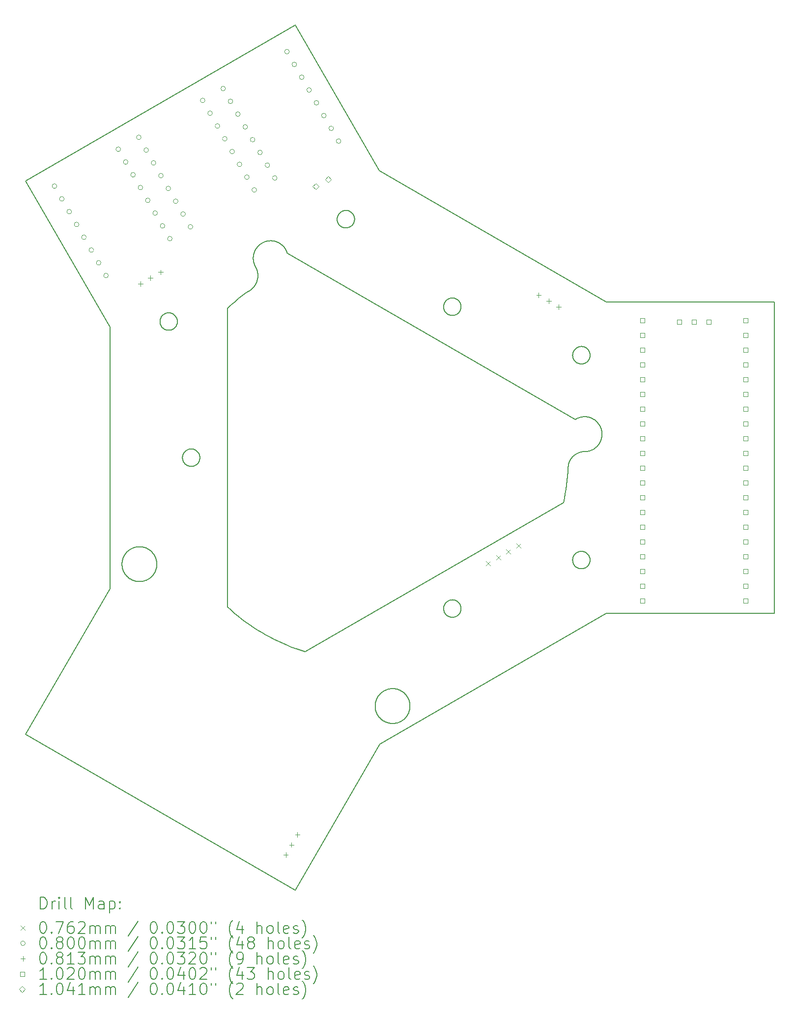
<source format=gbr>
%TF.GenerationSoftware,KiCad,Pcbnew,7.0.11-7.0.11~ubuntu22.04.1*%
%TF.CreationDate,2024-08-15T15:16:46+02:00*%
%TF.ProjectId,MotorDriver-Elec,4d6f746f-7244-4726-9976-65722d456c65,rev?*%
%TF.SameCoordinates,Original*%
%TF.FileFunction,Drillmap*%
%TF.FilePolarity,Positive*%
%FSLAX45Y45*%
G04 Gerber Fmt 4.5, Leading zero omitted, Abs format (unit mm)*
G04 Created by KiCad (PCBNEW 7.0.11-7.0.11~ubuntu22.04.1) date 2024-08-15 15:16:46*
%MOMM*%
%LPD*%
G01*
G04 APERTURE LIST*
%ADD10C,0.149999*%
%ADD11C,0.200000*%
%ADD12C,0.100000*%
%ADD13C,0.102000*%
%ADD14C,0.104140*%
G04 APERTURE END LIST*
D10*
X8599383Y-13508226D02*
X8592285Y-13506263D01*
X6663096Y-5920300D02*
X6659015Y-5914247D01*
X6103340Y-6601096D02*
X6108524Y-6595854D01*
X11541267Y-9671811D02*
X11540724Y-9678675D01*
X7710124Y-5563630D02*
X7714219Y-5563611D01*
X5171721Y-9598432D02*
X5173785Y-9594895D01*
X9410763Y-6852839D02*
X9408951Y-6856523D01*
X5055846Y-9369790D02*
X5051770Y-9369505D01*
X11700700Y-7890878D02*
X11704403Y-7892651D01*
X11654434Y-11183320D02*
X11651768Y-11186424D01*
X8666797Y-13537446D02*
X8660396Y-13533810D01*
X11854907Y-11160454D02*
X11851541Y-11158096D01*
X6280870Y-5817572D02*
X6274278Y-5820888D01*
X5043568Y-9369352D02*
X5039472Y-9369370D01*
X9603379Y-6783377D02*
X9599607Y-6781839D01*
X7809774Y-5302160D02*
X7806725Y-5299520D01*
X11831380Y-11417765D02*
X11835048Y-11415939D01*
X9503144Y-6777016D02*
X9499183Y-6778130D01*
X11796471Y-7903630D02*
X11800437Y-7902709D01*
X11703164Y-11146583D02*
X11699460Y-11148330D01*
X4549789Y-7282372D02*
X4552690Y-7285194D01*
X5194271Y-9516587D02*
X5194063Y-9512502D01*
X7836130Y-5333382D02*
X7833908Y-5329973D01*
X4895263Y-9501609D02*
X4894861Y-9505653D01*
X9694139Y-12122891D02*
X9694268Y-12118711D01*
X5119239Y-9649264D02*
X5122790Y-9647115D01*
X6137309Y-6203918D02*
X6140289Y-6210604D01*
X4509308Y-7207685D02*
X4510272Y-7211723D01*
X6480623Y-5794240D02*
X6473476Y-5792697D01*
X6214183Y-5862427D02*
X6208713Y-5867346D01*
X4422148Y-11222657D02*
X4418947Y-11216097D01*
X4806049Y-7177925D02*
X4806030Y-7173828D01*
X4963388Y-9645682D02*
X4966895Y-9647862D01*
X9394547Y-6911669D02*
X9394361Y-6915785D01*
X7632064Y-5542217D02*
X7635602Y-5544282D01*
X11867653Y-7645006D02*
X11864562Y-7642293D01*
X6192083Y-6354331D02*
X6191190Y-6347027D01*
X11914803Y-11255019D02*
X11914000Y-11250986D01*
X8568372Y-14091209D02*
X8575571Y-14089791D01*
X11915032Y-7782288D02*
X11915667Y-7778206D01*
X8259882Y-13637659D02*
X8256088Y-13643956D01*
X9679004Y-12051463D02*
X9677150Y-12047743D01*
X8299060Y-14004729D02*
X8304302Y-14009915D01*
X11619495Y-7730599D02*
X11618859Y-7734681D01*
X8762700Y-13627355D02*
X8758504Y-13621272D01*
X6678183Y-5945415D02*
X6674615Y-5939066D01*
X9492690Y-12258263D02*
X9496603Y-12259621D01*
X11555968Y-9605154D02*
X11553760Y-9611610D01*
X11673144Y-7873255D02*
X11676375Y-7875788D01*
X9659729Y-12213149D02*
X9662339Y-12209882D01*
X11620280Y-7726626D02*
X11619495Y-7730599D01*
X5044956Y-9669274D02*
X5049051Y-9669256D01*
X11617279Y-7759155D02*
X11617420Y-7763277D01*
X9641550Y-12003185D02*
X9638399Y-12000606D01*
X11629156Y-7814964D02*
X11630799Y-7818709D01*
X5049051Y-9669256D02*
X5053135Y-9669049D01*
X4002060Y-11093297D02*
X3995765Y-11097127D01*
X7574709Y-5479621D02*
X7576521Y-5483268D01*
X9689442Y-12155226D02*
X9690381Y-12151263D01*
X8769439Y-13954495D02*
X8773234Y-13948199D01*
X11879206Y-7656618D02*
X11876446Y-7653616D01*
X11774775Y-7606632D02*
X11770668Y-7606462D01*
X11905370Y-7697922D02*
X11903727Y-7694178D01*
X11644329Y-7670507D02*
X11642021Y-7673893D01*
X4926162Y-9426773D02*
X4923740Y-9430028D01*
X7561212Y-5436770D02*
X7561913Y-5440862D01*
X4943831Y-9630774D02*
X4946952Y-9633468D01*
X11814932Y-7614244D02*
X11811018Y-7612985D01*
X7847541Y-5355145D02*
X7845891Y-5351405D01*
X4509058Y-7146629D02*
X4508277Y-7150696D01*
X7718303Y-5563404D02*
X7722420Y-5563082D01*
X8224861Y-13718395D02*
X8223013Y-13725523D01*
X4794145Y-7118023D02*
X4792554Y-7114250D01*
X9694149Y-6926695D02*
X9694254Y-6922626D01*
X11762141Y-8822102D02*
X11754999Y-8823684D01*
X7571304Y-5472199D02*
X7572971Y-5475933D01*
X9577433Y-7067502D02*
X9581428Y-7066565D01*
X9651515Y-12222291D02*
X9654368Y-12219275D01*
X4800922Y-7137380D02*
X4799738Y-7133467D01*
X9403193Y-12168273D02*
X9404596Y-12172058D01*
X8314996Y-14019970D02*
X8320520Y-14024798D01*
X7856933Y-5386482D02*
X7856129Y-5382449D01*
X11630790Y-11344400D02*
X11632571Y-11348162D01*
X11739417Y-7903818D02*
X11743492Y-7904594D01*
X4561977Y-7293322D02*
X4565160Y-7295786D01*
X4506821Y-7191523D02*
X4507290Y-7195553D01*
X11706264Y-8839502D02*
X11699578Y-8842483D01*
X9622777Y-7049047D02*
X9626234Y-7046855D01*
X6189932Y-6434763D02*
X6191012Y-6427492D01*
X4538886Y-7270090D02*
X4541431Y-7273313D01*
X15097011Y-6837077D02*
X15097000Y-12204500D01*
X11668954Y-7643190D02*
X11665901Y-7645930D01*
X9535408Y-11967679D02*
X9531293Y-11968002D01*
X4789586Y-7244915D02*
X4791376Y-7241242D01*
X9416823Y-12038296D02*
X9414717Y-12041760D01*
X3878819Y-11476906D02*
X3881914Y-11483624D01*
X8793710Y-13685806D02*
X8790833Y-13678961D01*
X9599607Y-6781839D02*
X9595762Y-6780345D01*
X11763858Y-7906425D02*
X11767974Y-7906493D01*
X6117158Y-6133624D02*
X6118387Y-6140834D01*
X8570788Y-13501370D02*
X8563503Y-13500100D01*
X7565397Y-5371883D02*
X7564270Y-5375858D01*
X11838674Y-11414042D02*
X11842265Y-11412066D01*
X6114009Y-6067888D02*
X6113653Y-6075230D01*
X9407779Y-12179605D02*
X9409561Y-12183367D01*
X9600870Y-12256321D02*
X9604644Y-12254729D01*
X11663904Y-11390882D02*
X11666906Y-11393646D01*
X5064052Y-9370625D02*
X5059964Y-9370149D01*
X8814530Y-13786215D02*
X8814203Y-13778876D01*
X9690056Y-6886041D02*
X9689069Y-6882114D01*
X6188920Y-6332596D02*
X6187502Y-6325398D01*
X8585200Y-13504488D02*
X8577967Y-13502797D01*
X6193225Y-6405585D02*
X6193581Y-6398243D01*
X3983346Y-11105080D02*
X3977306Y-11109349D01*
X12001046Y-9357377D02*
X12006879Y-9352934D01*
X4634929Y-7028009D02*
X4630908Y-7028666D01*
X11681900Y-11158859D02*
X11678535Y-11161193D01*
X6249035Y-5835756D02*
X6242984Y-5839836D01*
X5087998Y-9375864D02*
X5084096Y-9374695D01*
X9581428Y-7066565D02*
X9585367Y-7065464D01*
X11855982Y-7877385D02*
X11859247Y-7874913D01*
X3954314Y-11127609D02*
X3948771Y-11132570D01*
X6115330Y-6053244D02*
X6114596Y-6060609D01*
X11673476Y-8855794D02*
X11667168Y-8859534D01*
X4936956Y-9414480D02*
X4934175Y-9417453D01*
X4103209Y-11649154D02*
X4110481Y-11650235D01*
X11772040Y-11432080D02*
X11776124Y-11431873D01*
X6466338Y-5791343D02*
X6459098Y-5790146D01*
X6177362Y-6484451D02*
X6179673Y-6477446D01*
X6193630Y-6376315D02*
X6193304Y-6368976D01*
X11663877Y-7865114D02*
X11666915Y-7867954D01*
X9693507Y-6906242D02*
X9693059Y-6902199D01*
X11619756Y-7783632D02*
X11620560Y-7787665D01*
X8784756Y-13665557D02*
X8781555Y-13658996D01*
X11742118Y-7608574D02*
X11738097Y-7609331D01*
X9608377Y-7056871D02*
X9612046Y-7055046D01*
X8429896Y-14083855D02*
X8436993Y-14085819D01*
X11703180Y-7620887D02*
X11699469Y-7622638D01*
X3928102Y-11153497D02*
X3923316Y-11159094D01*
X9436987Y-6816385D02*
X9434177Y-6819375D01*
X7645301Y-5278040D02*
X7641634Y-5279867D01*
X12042697Y-8911477D02*
X12037644Y-8906181D01*
X7738593Y-5560784D02*
X7742600Y-5559935D01*
X9691758Y-6894053D02*
X9690954Y-6890021D01*
X8638448Y-14069327D02*
X8645123Y-14066157D01*
X4803612Y-7149318D02*
X4802763Y-7145311D01*
X5926730Y-6732587D02*
X5994641Y-6682234D01*
X8254838Y-13946085D02*
X8258594Y-13952422D01*
X11913067Y-7721244D02*
X11912080Y-7717316D01*
X11813006Y-8816003D02*
X11805674Y-8816325D01*
X9551764Y-6771432D02*
X9547658Y-6771260D01*
X7560627Y-5432708D02*
X7561212Y-5436770D01*
X7693727Y-5562831D02*
X7697845Y-5563191D01*
X9547684Y-11967436D02*
X9543546Y-11967381D01*
X4774120Y-7269096D02*
X4776616Y-7265798D01*
X11807079Y-7611836D02*
X11803118Y-7610799D01*
X11906919Y-7701721D02*
X11905370Y-7697922D01*
X11823902Y-11421104D02*
X11827676Y-11419512D01*
X12110924Y-9031344D02*
X12108791Y-9024363D01*
X11976617Y-9373536D02*
X11982875Y-9369727D01*
X4624227Y-7323080D02*
X4628222Y-7323902D01*
X11747882Y-8825446D02*
X11740821Y-8827373D01*
X11803118Y-7610799D02*
X11799125Y-7609878D01*
X4451079Y-11328647D02*
X4450375Y-11321331D01*
X11917238Y-11279423D02*
X11917133Y-11275378D01*
X4506162Y-7171079D02*
X4506066Y-7175144D01*
X11621147Y-7722607D02*
X11620280Y-7726626D01*
X4408117Y-11196832D02*
X4404215Y-11190579D01*
X6140289Y-6210604D02*
X6143344Y-6217249D01*
X6231134Y-5848437D02*
X6225337Y-5852958D01*
X9398142Y-12083494D02*
X9397246Y-12087530D01*
X3852294Y-11340881D02*
X3852128Y-11348211D01*
X9450125Y-12234151D02*
X9453348Y-12236689D01*
X9400201Y-6879467D02*
X9399110Y-6883420D01*
X4931437Y-9420501D02*
X4928742Y-9423620D01*
X4760388Y-7284258D02*
X4763327Y-7281389D01*
X4543270Y-7077701D02*
X4540573Y-7080821D01*
X8279711Y-13982563D02*
X8284306Y-13988318D01*
X4234457Y-11641617D02*
X4241463Y-11639528D01*
X6114004Y-6104455D02*
X6114520Y-6111783D01*
X8238445Y-13913120D02*
X8241353Y-13919849D01*
X9681313Y-12178397D02*
X9682871Y-12174662D01*
X7584953Y-5497365D02*
X7587279Y-5500715D01*
X4896519Y-9493454D02*
X4895854Y-9497552D01*
X11862446Y-11398068D02*
X11865599Y-11395466D01*
X11688746Y-7628635D02*
X11685281Y-7630829D01*
X9439910Y-6813524D02*
X9436987Y-6816385D01*
X9511069Y-11971075D02*
X9507074Y-11972111D01*
X4949035Y-9403399D02*
X4945971Y-9406049D01*
X9427075Y-12210992D02*
X9429694Y-12214174D01*
X11658105Y-11385040D02*
X11660960Y-11387986D01*
X4179030Y-11054377D02*
X4171676Y-11053833D01*
X11826390Y-7618578D02*
X11822618Y-7617041D01*
X4340521Y-11119714D02*
X4334673Y-11115172D01*
X4618885Y-7031209D02*
X4614931Y-7032318D01*
X7646559Y-5549883D02*
X7650336Y-5551514D01*
X11768670Y-9421150D02*
X11761945Y-9422490D01*
X11632538Y-7822398D02*
X11634422Y-7826101D01*
X4445782Y-11292209D02*
X4444247Y-11284980D01*
X3865717Y-11442530D02*
X3868038Y-11449598D01*
X11896136Y-7679692D02*
X11894009Y-7676228D01*
X4055646Y-11069105D02*
X4048737Y-11071530D01*
X11876446Y-7653616D02*
X11873599Y-7650665D01*
X11845771Y-11409944D02*
X11849235Y-11407748D01*
X11823080Y-9415839D02*
X11816260Y-9415964D01*
X11944094Y-9390356D02*
X11950754Y-9387295D01*
X3981369Y-11599834D02*
X3987457Y-11603945D01*
X4060252Y-11638760D02*
X4067361Y-11640912D01*
X11617356Y-11276682D02*
X11617287Y-11280828D01*
X11665893Y-11171621D02*
X11662904Y-11174421D01*
X8812982Y-13764231D02*
X8812089Y-13756926D01*
X11849628Y-8817052D02*
X11842319Y-8816482D01*
X9619218Y-12247292D02*
X9622811Y-12245217D01*
X11762470Y-7606503D02*
X11758393Y-7606706D01*
X7729191Y-5264998D02*
X7725118Y-5264514D01*
X4614931Y-7032318D02*
X4610977Y-7033429D01*
X9679561Y-6985956D02*
X9681271Y-6982230D01*
X7560158Y-5428679D02*
X7560627Y-5432708D01*
X11630235Y-11221146D02*
X11628618Y-11224914D01*
X11782946Y-11132978D02*
X11778857Y-11132602D01*
X5180721Y-9457049D02*
X5178983Y-9453361D01*
X11916502Y-11267140D02*
X11916054Y-11263096D01*
X7758352Y-5555436D02*
X7762231Y-5554076D01*
X6163272Y-6518297D02*
X6166404Y-6511698D01*
X4517967Y-7235044D02*
X4519634Y-7238777D01*
X11823868Y-7895339D02*
X11827642Y-7893747D01*
X9499183Y-6778130D02*
X9495326Y-6779477D01*
X4660883Y-7326456D02*
X4664968Y-7326248D01*
X3965582Y-11118170D02*
X3959869Y-11122838D01*
X4451412Y-11372743D02*
X4451768Y-11365401D01*
X4771539Y-7272246D02*
X4774120Y-7269096D01*
X4519634Y-7238777D02*
X4521372Y-7242466D01*
X4284746Y-11084068D02*
X4278147Y-11080937D01*
X5162361Y-9611854D02*
X5164784Y-9608598D01*
X7689640Y-5562357D02*
X7693727Y-5562831D01*
X7779653Y-5281128D02*
X7775989Y-5279236D01*
X8332040Y-14034082D02*
X8337919Y-14038508D01*
X11656622Y-9470003D02*
X11651115Y-9474061D01*
X9500497Y-7064702D02*
X9504436Y-7065849D01*
X4377636Y-11155381D02*
X4372676Y-11149838D01*
X3881914Y-11483624D02*
X3885231Y-11490215D01*
X4803088Y-7206324D02*
X4803836Y-7202372D01*
X4535500Y-7087271D02*
X4533119Y-7090600D01*
X9406114Y-12175873D02*
X9407779Y-12179605D01*
X12122941Y-9125495D02*
X12123093Y-9118172D01*
X8304302Y-14009915D02*
X8309575Y-14014985D01*
X11842274Y-7886375D02*
X11845780Y-7884253D01*
X11914289Y-7786334D02*
X11915032Y-7782288D01*
X11909753Y-9403046D02*
X11916754Y-9400863D01*
X9636236Y-7039712D02*
X9639452Y-7037171D01*
X8703056Y-13562656D02*
X8697281Y-13558073D01*
X4966895Y-9647862D02*
X4970433Y-9649926D01*
X11900759Y-7824843D02*
X11902571Y-7821157D01*
X12021714Y-8891035D02*
X12016153Y-8886229D01*
X9553156Y-12267151D02*
X9557197Y-12266870D01*
X11512339Y-9990801D02*
X11501180Y-10066656D01*
X8236572Y-13683477D02*
X8233915Y-13690388D01*
X4028265Y-11079928D02*
X4021547Y-11083024D01*
X5187980Y-9476225D02*
X5186682Y-9472282D01*
X4322809Y-11106478D02*
X4316721Y-11102366D01*
X9544977Y-12267376D02*
X9549030Y-12267285D01*
X9531293Y-11968002D02*
X9527220Y-11968399D01*
X5085351Y-9663549D02*
X5089305Y-9662439D01*
X11812332Y-7899555D02*
X11816231Y-7898282D01*
X11874133Y-9411489D02*
X11881337Y-9410165D01*
X7620715Y-5292724D02*
X7617443Y-5295201D01*
X6378742Y-5788635D02*
X6371479Y-5789601D01*
X9412695Y-12045371D02*
X9410790Y-12049014D01*
X4736893Y-7050185D02*
X4733386Y-7048006D01*
X8604071Y-14082429D02*
X8611065Y-14080150D01*
X9658872Y-12020657D02*
X9656179Y-12017518D01*
X12121865Y-9088868D02*
X12121116Y-9081576D01*
X11624833Y-7803481D02*
X11626147Y-7807316D01*
X3943458Y-11137592D02*
X3938230Y-11142761D01*
X11948266Y-8843203D02*
X11941571Y-8840226D01*
X4804501Y-7198274D02*
X4805019Y-7194259D01*
X9428763Y-12021722D02*
X9426183Y-12024875D01*
X7721036Y-5264133D02*
X7716938Y-5263859D01*
X4644435Y-7326078D02*
X4648585Y-7326321D01*
X11778857Y-11132602D02*
X11774759Y-11132329D01*
X9645656Y-7031829D02*
X9648601Y-7028956D01*
X11615691Y-9506246D02*
X11611111Y-9511335D01*
X5053135Y-9669049D02*
X5057176Y-9668768D01*
X4582265Y-7307126D02*
X4585834Y-7309074D01*
X11957377Y-9384154D02*
X11963882Y-9380790D01*
X4647220Y-7026776D02*
X4643104Y-7027100D01*
X9399080Y-12079531D02*
X9398142Y-12083494D01*
X8247839Y-13933115D02*
X8251228Y-13939664D01*
X4952259Y-9400853D02*
X4949035Y-9403399D01*
X11617420Y-7763277D02*
X11617649Y-7767349D01*
X4757408Y-7287055D02*
X4760388Y-7284258D01*
X7741288Y-5267105D02*
X7737279Y-5266291D01*
X11685272Y-11156521D02*
X11681900Y-11158859D01*
X9402698Y-6871670D02*
X9401392Y-6875552D01*
X5061324Y-9668330D02*
X5065354Y-9667861D01*
X8487683Y-14094877D02*
X8495037Y-14095422D01*
X4527218Y-7253266D02*
X4529323Y-7256743D01*
X4548788Y-7071680D02*
X4546007Y-7074653D01*
X4053321Y-11636407D02*
X4060252Y-11638760D01*
X4775772Y-7086200D02*
X4773301Y-7082935D01*
X4911352Y-9588911D02*
X4913353Y-9592546D01*
X7642885Y-5548091D02*
X7646559Y-5549883D01*
X9612094Y-12251209D02*
X9615698Y-12249324D01*
X4142248Y-11053323D02*
X4134908Y-11053651D01*
X8235685Y-13906307D02*
X8238445Y-13913120D01*
X11912080Y-7717316D02*
X11910948Y-7713374D01*
X7857831Y-5435433D02*
X7858384Y-5431398D01*
X9557207Y-7070674D02*
X9561296Y-7070270D01*
X4897267Y-9489501D02*
X4896519Y-9493454D01*
X4628222Y-7323902D02*
X4632248Y-7324609D01*
X6371479Y-5789601D02*
X6364228Y-5790756D01*
X9576114Y-6774676D02*
X9572105Y-6773863D01*
X5151494Y-9624188D02*
X5154347Y-9621172D01*
X11783798Y-8818397D02*
X11776548Y-8819455D01*
X8230530Y-13892467D02*
X8232997Y-13899450D01*
X6451826Y-5789065D02*
X6444534Y-5788288D01*
X11842265Y-11412066D02*
X11845771Y-11409944D01*
X4768918Y-7275326D02*
X4771539Y-7272246D01*
X8613422Y-13512732D02*
X8606418Y-13510421D01*
X8214823Y-13805824D02*
X8215191Y-13813237D01*
X4395896Y-11178371D02*
X4391522Y-11172490D01*
X11575567Y-9561478D02*
X11572343Y-9567544D01*
X11961446Y-8849673D02*
X11954880Y-8846326D01*
X8215877Y-13769043D02*
X8215258Y-13776439D01*
X11754999Y-8823684D02*
X11747882Y-8825446D01*
X9638372Y-6804431D02*
X9635147Y-6801892D01*
X6193304Y-6368976D02*
X6192788Y-6361647D01*
X4205765Y-11648310D02*
X4212963Y-11646890D01*
X4513632Y-7223470D02*
X4514930Y-7227413D01*
X6157899Y-5929531D02*
X6154105Y-5935830D01*
X4404215Y-11190579D02*
X4400092Y-11184455D01*
X5185352Y-9468455D02*
X5183906Y-9464597D01*
X8781555Y-13658996D02*
X8778092Y-13652490D01*
X11649215Y-11189657D02*
X11646749Y-11192939D01*
X4655400Y-7026551D02*
X4651303Y-7026569D01*
X9691800Y-12090220D02*
X9690953Y-12086212D01*
X11998809Y-8872681D02*
X11992838Y-8868503D01*
X11885336Y-7848998D02*
X11887810Y-7845713D01*
X9644597Y-12005923D02*
X9641550Y-12003185D01*
X9401377Y-12071655D02*
X9400207Y-12075556D01*
X9396038Y-6944342D02*
X9396746Y-6948430D01*
X4919023Y-9436759D02*
X4916802Y-9440194D01*
X12116345Y-9052655D02*
X12114744Y-9045563D01*
X5994641Y-6682234D02*
X6063715Y-6633554D01*
X11659997Y-7651586D02*
X11657181Y-7654582D01*
X9671011Y-12037111D02*
X9668759Y-12033719D01*
X8685418Y-13549378D02*
X8679329Y-13545267D01*
X11672071Y-7640511D02*
X11668954Y-7643190D01*
X9398449Y-6956442D02*
X9399442Y-6960365D01*
X3888694Y-11496721D02*
X3892230Y-11503185D01*
X11903727Y-7694178D02*
X11901988Y-7690489D01*
X9633020Y-12238346D02*
X9636285Y-12235874D01*
X4593223Y-7312727D02*
X4596927Y-7314401D01*
X11501180Y-10066656D02*
X11488385Y-10142283D01*
X9561345Y-12266432D02*
X9565332Y-12265889D01*
X4691923Y-7030884D02*
X4687960Y-7029945D01*
X6667145Y-5926466D02*
X6663096Y-5920300D01*
X7725118Y-5264514D02*
X7721036Y-5264133D01*
X4316721Y-11102366D02*
X4310486Y-11098340D01*
X5167162Y-9605268D02*
X5169500Y-9601866D01*
X11775400Y-9419904D02*
X11768670Y-9421150D01*
X8270775Y-13970809D02*
X8275148Y-13976692D01*
X11848087Y-11155788D02*
X11844637Y-11153673D01*
X8217544Y-13754491D02*
X8216653Y-13761751D01*
X12044532Y-9318193D02*
X12049416Y-9312734D01*
X5132999Y-9640244D02*
X5136264Y-9637772D01*
X11885807Y-8822464D02*
X11878628Y-8821035D01*
X4900543Y-9562400D02*
X4901842Y-9566343D01*
X8766823Y-13633480D02*
X8762700Y-13627355D01*
X7614234Y-5297738D02*
X7611117Y-5300417D01*
X11650037Y-7850032D02*
X11652648Y-7853217D01*
X12096642Y-9238931D02*
X12099586Y-9232246D01*
X3908241Y-11527866D02*
X3912583Y-11533865D01*
X11812323Y-11425246D02*
X11816223Y-11423974D01*
X11553760Y-9611610D02*
X11551733Y-9618157D01*
X6137710Y-5968562D02*
X6134895Y-5975370D01*
X5015100Y-9372198D02*
X5011091Y-9373045D01*
X11950754Y-9387295D02*
X11957377Y-9384154D01*
X11617260Y-7755059D02*
X11617279Y-7759155D01*
X6693422Y-5978754D02*
X6690661Y-5971939D01*
X7581970Y-5334548D02*
X7579907Y-5338086D01*
X9669494Y-7003793D02*
X9671715Y-7000360D01*
X9449057Y-12001500D02*
X9445949Y-12004078D01*
X11907451Y-7809933D02*
X11908816Y-7806015D01*
X6615465Y-5864895D02*
X6610014Y-5860025D01*
X6274278Y-5820888D02*
X6267887Y-5824382D01*
X9495326Y-6779477D02*
X9491454Y-6780832D01*
X11699578Y-8842483D02*
X11692919Y-8845546D01*
X3977306Y-11109349D02*
X3971380Y-11113651D01*
X8215258Y-13776439D02*
X8214902Y-13783781D01*
X4156961Y-11053237D02*
X4149598Y-11053185D01*
X11841066Y-7625845D02*
X11837490Y-7623901D01*
X6698621Y-12750254D02*
X6623201Y-12717835D01*
X4514930Y-7227413D02*
X4516449Y-7231229D01*
X11762503Y-11132268D02*
X11758377Y-11132401D01*
X5192669Y-9541073D02*
X5193187Y-9537059D01*
X6165889Y-5917293D02*
X6161779Y-5923382D01*
X8275148Y-13976692D02*
X8279711Y-13982563D01*
X11750254Y-11133181D02*
X11746178Y-11133675D01*
X5790955Y-12197516D02*
X5728829Y-12143929D01*
X4915385Y-9596067D02*
X4917533Y-9599617D01*
X7766033Y-5552567D02*
X7769813Y-5550969D01*
X3912583Y-11533865D02*
X3917104Y-11539662D01*
X4905600Y-9462107D02*
X4904084Y-9465916D01*
X11791076Y-7608366D02*
X11787027Y-7607771D01*
X6287430Y-5814371D02*
X6280870Y-5817572D01*
X4424309Y-11479214D02*
X4427356Y-11472469D01*
X6177830Y-6290019D02*
X6175404Y-6283109D01*
X7592222Y-5507246D02*
X7594840Y-5510427D01*
X9409534Y-6987192D02*
X9411368Y-6990825D01*
X7826652Y-5320082D02*
X7824041Y-5316897D01*
X11666906Y-11393646D02*
X11669997Y-11396358D01*
X11700692Y-11416569D02*
X11704387Y-11418347D01*
X6193748Y-6390912D02*
X6193841Y-6383623D01*
X9408958Y-12052613D02*
X9407210Y-12056359D01*
X11686423Y-7882795D02*
X11689923Y-7884978D01*
X11627118Y-7703028D02*
X11625710Y-7706871D01*
X11711908Y-7895846D02*
X11715761Y-7897337D01*
X8754130Y-13615390D02*
X8749683Y-13609549D01*
X11884473Y-11188551D02*
X11881904Y-11185440D01*
X11618016Y-7771438D02*
X11618506Y-7775556D01*
X7840339Y-5340435D02*
X7838307Y-5336916D01*
X9512390Y-7067807D02*
X9516406Y-7068617D01*
X4449168Y-11394764D02*
X4450133Y-11387462D01*
X8276671Y-13613399D02*
X8272245Y-13619279D01*
X4074385Y-11642918D02*
X4081587Y-11644724D01*
X3863627Y-11435524D02*
X3865717Y-11442530D01*
X11540724Y-9678675D02*
X11540290Y-9685476D01*
X5114448Y-9386794D02*
X5110805Y-9384889D01*
X7680261Y-5266559D02*
X7676252Y-5267404D01*
X8444121Y-14087667D02*
X8451312Y-14089283D01*
X4015030Y-11086299D02*
X4008524Y-11089761D01*
X5069374Y-9667202D02*
X5073423Y-9666427D01*
X5190932Y-9488110D02*
X5190083Y-9484102D01*
X4894989Y-9534323D02*
X4895458Y-9538353D01*
X11923656Y-9398441D02*
X11930546Y-9395930D01*
X4924509Y-9609667D02*
X4927053Y-9612890D01*
X9693555Y-12102405D02*
X9693044Y-12098301D01*
X5148630Y-9627016D02*
X5151494Y-9624188D01*
X3917104Y-11539662D02*
X3921770Y-11545376D01*
X8232997Y-13899450D02*
X8235685Y-13906307D01*
X8805102Y-13720778D02*
X8803159Y-13713688D01*
X4942832Y-9408740D02*
X4939894Y-9411610D01*
X4169269Y-11652662D02*
X4176598Y-11652146D01*
X7668318Y-5269444D02*
X7664357Y-5270559D01*
X5115678Y-9651221D02*
X5119239Y-9649264D01*
X7730523Y-5562216D02*
X7734541Y-5561557D01*
X8402117Y-14074181D02*
X8409030Y-14076839D01*
X4652692Y-7326492D02*
X4656714Y-7326517D01*
X9395005Y-6936238D02*
X9395452Y-6940280D01*
X9399110Y-6883420D02*
X9398135Y-6887405D01*
X4958832Y-9395983D02*
X4955525Y-9398381D01*
X5169500Y-9601866D02*
X5171721Y-9598432D01*
X6123360Y-6010087D02*
X6121628Y-6017247D01*
X8244523Y-13926524D02*
X8247839Y-13933115D01*
X9673806Y-12192997D02*
X9675827Y-12189386D01*
X4955525Y-9398381D02*
X4952259Y-9400853D01*
X9561296Y-7070270D02*
X9565370Y-7069775D01*
X11862456Y-7872376D02*
X11865615Y-7869771D01*
X8634010Y-13520789D02*
X8627203Y-13517974D01*
X4346150Y-11124384D02*
X4340521Y-11119714D01*
X11714492Y-11141803D02*
X11710649Y-11143239D01*
X9687147Y-12163102D02*
X9688316Y-12159200D01*
X7797044Y-5291912D02*
X7793679Y-5289554D01*
X5168738Y-9435617D02*
X5166413Y-9432266D01*
X6842047Y-16969033D02*
X8292576Y-14456626D01*
X5667832Y-12088909D02*
X5667864Y-6949698D01*
X7635602Y-5544282D02*
X7639170Y-5546229D01*
X8728555Y-14006451D02*
X8733584Y-14001104D01*
X11548149Y-9631372D02*
X11546599Y-9638034D01*
X4526497Y-7100974D02*
X4524507Y-7104468D01*
X8808390Y-13735109D02*
X8806782Y-13727923D01*
X11723534Y-11425672D02*
X11727473Y-11426819D01*
X5076127Y-9372745D02*
X5072133Y-9371923D01*
X11758393Y-7606706D02*
X11754307Y-7607011D01*
X11566298Y-9579833D02*
X11563477Y-9586056D01*
X9429645Y-7018011D02*
X9432309Y-7021068D01*
X9401820Y-12164372D02*
X9403193Y-12168273D01*
X9680716Y-6858976D02*
X9678977Y-6855288D01*
X6842047Y-16969033D02*
X2193753Y-14285311D01*
X8517115Y-14096069D02*
X8524466Y-14095930D01*
X4903172Y-9570170D02*
X4904617Y-9574029D01*
X7733241Y-5265594D02*
X7729191Y-5264998D01*
X9452238Y-11998882D02*
X9449057Y-12001500D01*
X9495295Y-11975588D02*
X9491437Y-11977032D01*
X4415483Y-11209590D02*
X4411874Y-11203169D01*
X9693059Y-6902199D02*
X9692474Y-6898137D01*
X8453708Y-13502291D02*
X8446522Y-13503898D01*
X9465753Y-11989612D02*
X9462319Y-11991791D01*
X9685373Y-12066557D02*
X9683926Y-12062699D01*
X8708758Y-13567284D02*
X8703056Y-13562656D01*
X9677150Y-12047743D02*
X9675191Y-12044182D01*
X6081405Y-6620508D02*
X6087001Y-6615809D01*
X4032776Y-11628423D02*
X4039510Y-11631281D01*
X6645672Y-5896726D02*
X6640975Y-5891129D01*
X8224292Y-13871334D02*
X8226162Y-13878466D01*
X11618851Y-11260372D02*
X11618339Y-11264481D01*
X8789890Y-13915412D02*
X8792780Y-13908562D01*
X4525186Y-7249747D02*
X4527218Y-7253266D01*
X4212963Y-11646890D02*
X4220191Y-11645357D01*
X8311378Y-13575470D02*
X8306066Y-13580492D01*
X8647353Y-13526968D02*
X8640713Y-13523764D01*
X12103984Y-9010519D02*
X12101347Y-9003731D01*
X7764782Y-5274268D02*
X7760936Y-5272773D01*
X11908372Y-7705575D02*
X11906919Y-7701721D01*
X11679860Y-8852206D02*
X11673476Y-8855794D01*
X8546522Y-14094342D02*
X8553828Y-14093448D01*
X7856409Y-5443488D02*
X7857202Y-5439510D01*
X4894251Y-9522039D02*
X4894385Y-9526166D01*
X5121627Y-9390764D02*
X5118090Y-9388701D01*
X8519568Y-13496137D02*
X8512206Y-13496086D01*
X9477690Y-7055677D02*
X9481392Y-7057450D01*
X11683012Y-7880560D02*
X11686423Y-7882795D01*
X11800470Y-11428472D02*
X11804423Y-11427461D01*
X11743476Y-11430290D02*
X11747533Y-11430880D01*
X6166404Y-6511698D02*
X6169378Y-6504995D01*
X9595760Y-11976537D02*
X9591919Y-11975135D01*
X11719911Y-8834165D02*
X11713056Y-8836754D01*
X7777220Y-5547475D02*
X7780854Y-5545574D01*
X11784299Y-7905475D02*
X11788381Y-7904976D01*
X11473882Y-10217528D02*
X11457787Y-10292519D01*
X11619084Y-7779621D02*
X11619756Y-7783632D01*
X9690381Y-12151263D02*
X9691276Y-12147226D01*
X9401392Y-6875552D02*
X9400201Y-6879467D01*
X6208713Y-5867346D02*
X6203443Y-5872442D01*
X9488924Y-12256820D02*
X9492690Y-12258263D01*
X8792780Y-13908562D02*
X8795406Y-13901766D01*
X7859324Y-5419123D02*
X7859429Y-5415055D01*
X7753188Y-5270207D02*
X7749243Y-5269064D01*
X9673132Y-6844486D02*
X9670955Y-6840952D01*
X9394595Y-12107832D02*
X9394310Y-12111907D01*
X11747541Y-7905189D02*
X11751614Y-7905673D01*
X11837490Y-7623901D02*
X11833826Y-7622008D01*
X9648601Y-7028956D02*
X9651525Y-7026094D01*
X4442495Y-11277878D02*
X4440552Y-11270788D01*
X4937956Y-9625171D02*
X4940857Y-9627993D01*
X4351675Y-11129210D02*
X4346150Y-11124384D01*
X11921083Y-8832306D02*
X11914115Y-8829974D01*
X4069721Y-11064694D02*
X4062642Y-11066826D01*
X4711452Y-7037109D02*
X4707570Y-7035635D01*
X8790833Y-13678961D02*
X8787926Y-13672232D01*
X9483872Y-6783938D02*
X9480127Y-6785612D01*
X11937372Y-9393259D02*
X11944094Y-9390356D01*
X9604644Y-12254729D02*
X9608332Y-12252990D01*
X11891769Y-11198513D02*
X11889410Y-11195086D01*
X9474032Y-7053779D02*
X9477690Y-7055677D01*
X8752681Y-13978640D02*
X8757034Y-13972803D01*
X8811006Y-13749631D02*
X8809808Y-13742307D01*
X11751605Y-11431364D02*
X11755686Y-11431745D01*
X6307670Y-5805911D02*
X6300888Y-5808556D01*
X4805896Y-7169703D02*
X4805690Y-7165618D01*
X7600255Y-5516587D02*
X7603126Y-5519527D01*
X8651757Y-14062914D02*
X8658263Y-14059451D01*
X3993650Y-11607898D02*
X3999946Y-11611693D01*
X9656179Y-12017518D02*
X9653384Y-12014537D01*
X9394406Y-12124268D02*
X9394687Y-12128309D01*
X6592877Y-5846260D02*
X6586967Y-5841949D01*
X9417549Y-7001531D02*
X9419779Y-7004936D01*
X8309575Y-14014985D02*
X8314996Y-14019970D01*
X4683892Y-7029165D02*
X4679868Y-7028459D01*
X11665901Y-7645930D02*
X11662914Y-7648730D01*
X11888515Y-9408661D02*
X11895609Y-9406911D01*
X3876823Y-11233842D02*
X3873965Y-11240577D01*
X5175848Y-9591356D02*
X5177754Y-9587715D01*
X9597055Y-12257840D02*
X9600870Y-12256321D01*
X4220191Y-11645357D02*
X4227367Y-11643560D01*
X6129435Y-6183338D02*
X6131933Y-6190206D01*
X11808404Y-11426434D02*
X11812323Y-11425246D01*
X9641551Y-6807092D02*
X9638372Y-6804431D01*
X9608332Y-12252990D02*
X9612094Y-12251209D01*
X8337919Y-14038508D02*
X8343903Y-14042777D01*
X9690376Y-6955075D02*
X9691235Y-6951059D01*
X6542806Y-5815923D02*
X6536176Y-5812907D01*
X9404597Y-6975965D02*
X9406144Y-6979764D01*
X9446953Y-7035392D02*
X9450140Y-7038049D01*
X5158851Y-9422554D02*
X5156202Y-9419489D01*
X3987457Y-11603945D02*
X3993650Y-11607898D01*
X11795734Y-9417158D02*
X11788953Y-9417945D01*
X11670006Y-7870667D02*
X11673144Y-7873255D01*
X12108791Y-9024363D02*
X12106461Y-9017399D01*
X4901398Y-9473625D02*
X4900228Y-9477527D01*
X11617411Y-11288969D02*
X11617683Y-11293114D01*
X6501904Y-5799943D02*
X6494837Y-5797862D01*
X11917161Y-7761897D02*
X11917266Y-7757828D01*
X9515078Y-11970227D02*
X9511069Y-11971075D01*
X4588282Y-7042720D02*
X4584678Y-7044605D01*
X11909729Y-7709484D02*
X11908372Y-7705575D01*
X11770695Y-11132231D02*
X11766579Y-11132163D01*
X4438419Y-11263708D02*
X4436141Y-11256714D01*
X8624948Y-14075068D02*
X8631719Y-14072234D01*
X4639032Y-7027496D02*
X4634929Y-7028009D01*
X4899101Y-9481502D02*
X4898163Y-9485465D01*
X15097000Y-12204500D02*
X12193386Y-12204493D01*
X11623613Y-7799589D02*
X11624833Y-7803481D01*
X8770726Y-13639732D02*
X8766823Y-13633480D01*
X9573444Y-12264529D02*
X9577452Y-12263682D01*
X4026031Y-11625375D02*
X4032776Y-11628423D01*
X5091941Y-9377106D02*
X5087998Y-9375864D01*
X11900054Y-8825871D02*
X11892961Y-8824101D01*
X5147665Y-9410633D02*
X5144619Y-9407893D01*
X4780571Y-7092817D02*
X4778246Y-7089467D01*
X8465817Y-14092054D02*
X8473089Y-14093136D01*
X4894385Y-9526166D02*
X4894666Y-9530207D01*
X11618339Y-11264481D02*
X11617900Y-11268547D01*
X9667183Y-12203370D02*
X9669521Y-12199968D01*
X6364228Y-5790756D02*
X6357018Y-5791986D01*
X5173785Y-9594895D02*
X5175848Y-9591356D01*
X8251228Y-13939664D02*
X8254838Y-13946085D01*
X9394416Y-6928072D02*
X9394646Y-6932142D01*
X5193948Y-9528896D02*
X5194119Y-9524788D01*
X5190360Y-9553160D02*
X5191255Y-9549124D01*
X6113603Y-6097158D02*
X6114004Y-6104455D01*
X4517432Y-7119308D02*
X4515916Y-7123117D01*
X9555862Y-6771704D02*
X9551764Y-6771432D01*
X12006879Y-9352934D02*
X12012605Y-9348357D01*
X6522635Y-5807232D02*
X6515766Y-5804649D01*
X9417511Y-12197646D02*
X9419806Y-12201111D01*
X9629648Y-7044590D02*
X9632971Y-7042184D01*
X8285924Y-13601995D02*
X8281182Y-13607666D01*
X11617287Y-11280828D02*
X11617304Y-11284923D01*
X9410790Y-12049014D02*
X9408958Y-12052613D01*
X6150468Y-5942230D02*
X6147063Y-5948694D01*
X6700508Y-5999493D02*
X6698347Y-5992530D01*
X6127199Y-6176416D02*
X6129435Y-6183338D01*
X4608414Y-7318719D02*
X4612284Y-7320003D01*
X9675165Y-6848006D02*
X9673132Y-6844486D01*
X8691401Y-13553646D02*
X8685418Y-13549378D01*
X5093206Y-9661067D02*
X5097032Y-9659738D01*
X4255440Y-11634782D02*
X4262339Y-11632168D01*
X11763849Y-11432117D02*
X11767965Y-11432184D01*
X5154347Y-9621172D02*
X5157085Y-9618125D01*
X11598057Y-9527181D02*
X11593972Y-9532668D01*
X4035026Y-11076905D02*
X4028265Y-11079928D01*
X11761945Y-9422490D02*
X11755297Y-9424080D01*
X12016153Y-8886229D02*
X12010488Y-8881581D01*
X9432309Y-7021068D02*
X9435110Y-7024143D01*
X11666915Y-7867954D02*
X11670006Y-7870667D01*
X11802583Y-9416626D02*
X11795734Y-9417158D01*
X8611065Y-14080150D02*
X8618048Y-14077683D01*
X6156503Y-6531296D02*
X6159983Y-6524791D01*
X7848063Y-5470891D02*
X7849572Y-5467086D01*
X4524507Y-7104468D02*
X4522601Y-7108110D01*
X9622811Y-12245217D02*
X9626246Y-12243039D01*
X5023169Y-9370766D02*
X5019076Y-9371466D01*
X11658114Y-7859348D02*
X11660969Y-7862295D01*
X7641634Y-5279867D02*
X7638008Y-5281764D01*
X6191190Y-6347027D02*
X6190149Y-6339806D01*
X11898854Y-7828485D02*
X11900759Y-7824843D01*
X11727473Y-11426819D02*
X11731442Y-11427852D01*
X11877371Y-11384074D02*
X11880110Y-11381027D01*
X4797600Y-7226112D02*
X4798958Y-7222199D01*
X4901842Y-9566343D02*
X4903172Y-9570170D01*
X11726139Y-11137913D02*
X11722220Y-11139100D01*
X4098340Y-11058045D02*
X4091100Y-11059390D01*
X4906136Y-9577845D02*
X4907801Y-9581576D01*
X9395010Y-12132425D02*
X9395479Y-12136456D01*
X7564270Y-5375858D02*
X7563332Y-5379821D01*
X11887794Y-11371408D02*
X11890230Y-11368144D01*
X8813687Y-13771547D02*
X8812982Y-13764231D01*
X11740821Y-8827373D02*
X11733801Y-8829471D01*
X9543546Y-11967381D02*
X9539492Y-11967473D01*
X5104623Y-9656627D02*
X5108353Y-9654961D01*
X11908849Y-11331780D02*
X11910157Y-11327897D01*
X11837473Y-11149597D02*
X11833859Y-11147773D01*
X9591921Y-6779042D02*
X9588014Y-6777779D01*
X9470449Y-7051840D02*
X9474032Y-7053779D01*
X4727510Y-7308423D02*
X4731072Y-7306464D01*
X11856008Y-11403154D02*
X11859281Y-11400677D01*
X9439872Y-12009639D02*
X9436976Y-12012582D01*
X8328191Y-13561071D02*
X8322477Y-13565739D01*
X3893479Y-11201056D02*
X3889843Y-11207458D01*
X9480127Y-6785612D02*
X9476458Y-6787437D01*
X9666391Y-12030295D02*
X9663993Y-12026987D01*
X12004718Y-8877091D02*
X11998809Y-8872681D01*
X11766595Y-7606467D02*
X11762470Y-7606503D01*
X11986736Y-8864401D02*
X11980571Y-8860530D01*
X3858788Y-11289813D02*
X3857360Y-11296993D01*
X11632571Y-11348162D02*
X11634406Y-11351796D01*
X8620365Y-13515274D02*
X8613422Y-13512732D01*
X12115336Y-9183461D02*
X12116936Y-9176377D01*
X11623195Y-11240364D02*
X11622105Y-11244317D01*
X8660396Y-13533810D02*
X8653891Y-13530331D01*
X5187126Y-9565000D02*
X5188295Y-9561098D01*
X4414262Y-11498897D02*
X4417741Y-11492391D01*
X11549894Y-9624792D02*
X11548149Y-9631372D01*
X7855230Y-5378471D02*
X7854244Y-5374543D01*
X4767991Y-7076616D02*
X4765194Y-7073635D01*
X6180108Y-6297015D02*
X6177830Y-6290019D01*
X6113653Y-6075230D02*
X6113486Y-6082561D01*
X8786917Y-13922115D02*
X8789890Y-13915412D01*
X4308413Y-11609184D02*
X4314665Y-11605281D01*
X11617683Y-11293114D02*
X11618042Y-11297208D01*
X8242404Y-13670041D02*
X8239431Y-13676743D01*
X6401923Y-12610075D02*
X6329915Y-12570699D01*
X7754433Y-5556723D02*
X7758352Y-5555436D01*
X4659495Y-7026533D02*
X4655400Y-7026551D01*
X4571861Y-7300619D02*
X4575221Y-7302883D01*
X8504855Y-13496223D02*
X8497517Y-13496550D01*
X11852643Y-11405488D02*
X11856008Y-11403154D01*
X4380788Y-11547260D02*
X4385531Y-11541588D01*
X8761376Y-13966776D02*
X8765487Y-13960688D01*
X11967887Y-8853090D02*
X11961446Y-8849673D01*
X4934175Y-9417453D02*
X4931437Y-9420501D01*
X11715761Y-7897337D02*
X11719636Y-7898716D01*
X8589975Y-14086461D02*
X8597065Y-14084517D01*
X7842268Y-5344013D02*
X7840339Y-5340435D01*
X8765487Y-13960688D02*
X8769439Y-13954495D01*
X11887810Y-7845713D02*
X11890196Y-7842379D01*
X8796324Y-13692705D02*
X8793710Y-13685806D01*
X11916063Y-7737405D02*
X11915485Y-7733340D01*
X6580909Y-5837722D02*
X6574790Y-5833727D01*
X11816231Y-7898282D02*
X11820068Y-7896849D01*
X9431416Y-12018530D02*
X9428763Y-12021722D01*
X9636285Y-12235874D02*
X9639435Y-12233372D01*
X4530856Y-7093959D02*
X4528633Y-7097393D01*
X12118300Y-9169137D02*
X12119503Y-9161892D01*
X11916754Y-9400863D02*
X11923656Y-9398441D01*
X11776133Y-7906181D02*
X11780219Y-7905875D01*
X6328569Y-5798928D02*
X6321489Y-5801060D01*
X12198441Y-6837033D02*
X15097011Y-6837077D01*
X11912438Y-11320029D02*
X11913413Y-11316045D01*
X6147063Y-5948694D02*
X6143816Y-5955260D01*
X7831583Y-5326623D02*
X7829168Y-5323322D01*
X6118541Y-6031543D02*
X6117345Y-6038783D01*
X7787952Y-5541476D02*
X7791408Y-5539284D01*
X11625693Y-11232567D02*
X11624394Y-11236446D01*
X9516406Y-7068617D02*
X9520439Y-7069319D01*
X4262339Y-11632168D02*
X4269110Y-11629334D01*
X4451595Y-11335975D02*
X4451079Y-11328647D01*
X9653384Y-12014537D02*
X9650587Y-12011557D01*
X4922109Y-9606359D02*
X4924509Y-9609667D01*
X4689263Y-7322780D02*
X4693229Y-7321860D01*
X8717942Y-14016685D02*
X8723328Y-14011620D01*
X9524493Y-12266102D02*
X9528580Y-12266578D01*
X11620272Y-11252318D02*
X11619520Y-11256369D01*
X7563332Y-5379821D02*
X7562394Y-5383785D01*
X9421318Y-6835306D02*
X9419018Y-6838686D01*
X8326264Y-14029497D02*
X8332040Y-14034082D01*
X7577843Y-5341624D02*
X7575937Y-5345266D01*
X7859410Y-5410959D02*
X7859270Y-5406837D01*
X11699460Y-11148330D02*
X11695827Y-11150233D01*
X9515087Y-6774129D02*
X9511078Y-6774977D01*
X8748139Y-13984489D02*
X8752681Y-13978640D01*
X6329915Y-12570699D02*
X6258836Y-12529712D01*
X5065354Y-9667861D02*
X5069374Y-9667202D01*
X9675191Y-12044182D02*
X9673117Y-12040589D01*
X11683003Y-11406251D02*
X11686457Y-11408560D01*
X4521372Y-7242466D02*
X4523185Y-7246112D01*
X9403144Y-6972110D02*
X9404597Y-6975965D01*
X9686702Y-12070384D02*
X9685373Y-12066557D01*
X11916959Y-11291707D02*
X11917187Y-11287665D01*
X7621795Y-5535438D02*
X7625197Y-5537774D01*
X4320717Y-11601201D02*
X4326800Y-11597004D01*
X4536340Y-7266867D02*
X4538886Y-7270090D01*
X3933087Y-11148078D02*
X3928102Y-11153497D01*
X6444534Y-5788288D02*
X6437284Y-5787586D01*
X9684388Y-12170854D02*
X9685861Y-12166972D01*
X4450133Y-11387462D02*
X4450867Y-11380096D01*
X8531804Y-14095604D02*
X8539206Y-14095046D01*
X7605062Y-5305965D02*
X7602124Y-5308835D01*
X4729849Y-7045943D02*
X4726279Y-7043994D01*
X11881337Y-9410165D02*
X11888515Y-9408661D01*
X4805780Y-7186095D02*
X4805951Y-7181989D01*
X7838307Y-5336916D02*
X7836130Y-5333382D01*
X5194119Y-9524788D02*
X5194290Y-9520682D01*
X4452009Y-11358027D02*
X4452059Y-11350665D01*
X5186682Y-9472282D02*
X5185352Y-9468455D01*
X7844734Y-5478384D02*
X7846445Y-5474659D01*
X11811018Y-7612985D02*
X11807079Y-7611836D01*
X4533942Y-7263560D02*
X4536340Y-7266867D01*
X8806266Y-13866558D02*
X8807882Y-13859368D01*
X9628503Y-6797125D02*
X9625092Y-6794891D01*
X4894331Y-9513879D02*
X4894233Y-9517944D01*
X4117785Y-11651200D02*
X4125149Y-11651934D01*
X9693211Y-6938969D02*
X9693649Y-6934904D01*
X5191255Y-9549124D02*
X5192005Y-9545172D01*
X6459098Y-5790146D02*
X6451826Y-5789065D01*
X4510934Y-7138703D02*
X4509923Y-7142707D01*
X4773301Y-7082935D02*
X4770683Y-7079754D01*
X9539492Y-11967473D02*
X9535408Y-11967679D01*
X6117345Y-6038783D02*
X6116221Y-6045981D01*
X5860087Y-6784458D02*
X5926730Y-6732587D01*
X9516410Y-12264805D02*
X9520436Y-12265512D01*
X6132504Y-6568128D02*
X6136856Y-6562290D01*
X5059964Y-9370149D02*
X5055846Y-9369790D01*
X3885231Y-11490215D02*
X3888694Y-11496721D01*
X11845780Y-7884253D02*
X11849244Y-7882057D01*
X9573417Y-7068354D02*
X9577433Y-7067502D01*
X7746566Y-5559015D02*
X7750519Y-5557905D01*
X4448471Y-11306689D02*
X4447200Y-11299407D01*
X9395284Y-12099711D02*
X9394881Y-12103756D01*
X9413347Y-6994473D02*
X9415379Y-6997994D01*
X8320520Y-14024798D02*
X8326264Y-14029497D01*
X11718337Y-7614678D02*
X11714458Y-7616038D01*
X7853485Y-5455442D02*
X7854568Y-5451492D01*
X11880126Y-7855331D02*
X11882750Y-7852154D01*
X7750519Y-5557905D02*
X7754433Y-5556723D01*
X4278147Y-11080937D02*
X4271402Y-11077889D01*
X4778995Y-7262469D02*
X4781332Y-7259065D01*
X4513229Y-7130826D02*
X4511987Y-7134770D01*
X4798513Y-7129482D02*
X4797184Y-7125654D01*
X3883001Y-11220499D02*
X3879869Y-11227097D01*
X4008524Y-11089761D02*
X4002060Y-11093297D01*
X4385531Y-11541588D02*
X4390072Y-11535740D01*
X5164015Y-9428958D02*
X5161469Y-9425736D01*
X9635147Y-6801892D02*
X9631870Y-6799484D01*
X11830165Y-7620310D02*
X11826390Y-7618578D01*
X8627203Y-13517974D02*
X8620365Y-13515274D01*
X11617365Y-7750990D02*
X11617260Y-7755059D01*
X9647644Y-12008662D02*
X9644597Y-12005923D01*
X8388639Y-14068276D02*
X8395343Y-14071250D01*
X11667168Y-8859534D02*
X11660959Y-8863411D01*
X9693165Y-12135088D02*
X9693641Y-12131001D01*
X8631719Y-14072234D02*
X8638448Y-14069327D01*
X9519097Y-11969568D02*
X9515078Y-11970227D01*
X9511078Y-6774977D02*
X9507084Y-6775915D01*
X6113595Y-6590580D02*
X6118538Y-6585087D01*
X7859131Y-5423242D02*
X7859324Y-5419123D01*
X11842319Y-8816482D02*
X11835006Y-8816109D01*
X9693649Y-6934904D02*
X9693957Y-6930815D01*
X7775989Y-5279236D02*
X7772294Y-5277459D01*
X6121628Y-6017247D02*
X6119969Y-6024363D01*
X8810696Y-13844937D02*
X8811777Y-13837664D01*
X4041839Y-11074144D02*
X4035026Y-11076905D01*
X9396466Y-12091599D02*
X9395833Y-12095581D01*
X4787680Y-7248556D02*
X4789586Y-7244915D01*
X4744757Y-7297486D02*
X4748024Y-7295015D01*
X4988903Y-9658718D02*
X4992785Y-9660191D01*
X9445950Y-6807984D02*
X9442855Y-6810650D01*
X11770668Y-7606462D02*
X11766595Y-7606467D01*
X11695827Y-11150233D02*
X11692278Y-11152282D01*
X11891744Y-7672745D02*
X11889418Y-7669394D01*
X9682366Y-6862716D02*
X9680716Y-6858976D01*
X11930546Y-9395930D02*
X11937372Y-9393259D01*
X11634406Y-11351796D02*
X11636342Y-11355371D01*
X4095926Y-11647885D02*
X4103209Y-11649154D01*
X9547658Y-6771260D02*
X9543584Y-6771266D01*
X11894710Y-11361256D02*
X11896839Y-11357779D01*
X11710657Y-7617547D02*
X11706884Y-7619140D01*
X9395452Y-6940280D02*
X9396038Y-6944342D01*
X7849089Y-5358944D02*
X7847541Y-5355145D01*
X3901300Y-11188525D02*
X3897273Y-11194759D01*
X9687945Y-6878168D02*
X9686683Y-6874205D01*
X4264594Y-11075074D02*
X4257757Y-11072373D01*
X4695855Y-7031938D02*
X4691923Y-7030884D01*
X4314665Y-11605281D02*
X4320717Y-11601201D01*
X9421308Y-12031502D02*
X9419044Y-12034862D01*
X5175171Y-9446079D02*
X5173139Y-9442559D01*
X9488898Y-7060645D02*
X9492749Y-7062136D01*
X4444247Y-11284980D02*
X4442495Y-11277878D01*
X9504436Y-7065849D02*
X9508405Y-7066882D01*
X9453364Y-7040587D02*
X9456642Y-7042996D01*
X7841017Y-5485712D02*
X7842922Y-5482070D01*
X11859247Y-7874913D02*
X11862456Y-7872376D01*
X6163921Y-6256108D02*
X6160721Y-6249549D01*
X6116221Y-6045981D02*
X6115330Y-6053244D01*
X6267887Y-5824382D02*
X6261465Y-5827991D01*
X11640560Y-7836732D02*
X11642782Y-7840142D01*
X4751246Y-7292469D02*
X4754385Y-7289777D01*
X8229019Y-13704262D02*
X8226867Y-13711372D01*
X12081970Y-8964277D02*
X12078177Y-8957961D01*
X11852659Y-7879793D02*
X11855982Y-7877385D01*
X9580107Y-6775598D02*
X9576114Y-6774676D01*
X9407233Y-6860253D02*
X9405623Y-6864018D01*
X9465734Y-6793433D02*
X9462271Y-6795628D01*
X4355335Y-11573785D02*
X4360720Y-11568719D01*
X4740328Y-7052407D02*
X4736893Y-7050185D01*
X7807735Y-5526924D02*
X7810788Y-5524186D01*
X8658263Y-14059451D02*
X8664684Y-14055841D01*
X11914008Y-7725295D02*
X11913067Y-7721244D01*
X9689068Y-12078208D02*
X9687886Y-12074296D01*
X4344309Y-11583474D02*
X4349863Y-11578703D01*
X9682408Y-12058883D02*
X9680742Y-12055152D01*
X11627600Y-7811170D02*
X11629156Y-7814964D01*
X4544154Y-7276336D02*
X4546919Y-7279432D01*
X4546007Y-7074653D02*
X4543270Y-7077701D01*
X3860521Y-11282654D02*
X3858788Y-11289813D01*
X8460948Y-13500945D02*
X8453708Y-13502291D01*
X5139414Y-9635269D02*
X5142552Y-9632577D01*
X4577566Y-7048711D02*
X4574058Y-7050932D01*
X11871655Y-7864230D02*
X11874528Y-7861300D01*
X11754298Y-11132703D02*
X11750254Y-11133181D01*
X7569786Y-5468384D02*
X7571304Y-5472199D01*
X7844152Y-5347716D02*
X7842268Y-5344013D01*
X11884482Y-7662859D02*
X11881871Y-7659674D01*
X5189089Y-9480179D02*
X5187980Y-9476225D01*
X6190149Y-6339806D02*
X6188920Y-6332596D01*
X9404107Y-6867826D02*
X9402698Y-6871670D01*
X11631955Y-7691730D02*
X11630244Y-7695455D01*
X4992785Y-9660191D02*
X4996581Y-9661519D01*
X5179544Y-9584042D02*
X5181292Y-9580295D01*
X3941695Y-11567015D02*
X3946968Y-11572085D01*
X11689923Y-7884978D02*
X11693460Y-7887042D01*
X4445275Y-11416467D02*
X4446775Y-11409246D01*
X9496603Y-12259621D02*
X9500546Y-12260864D01*
X8495037Y-14095422D02*
X8502380Y-14095777D01*
X11795109Y-7609068D02*
X11791076Y-7608366D01*
X5177172Y-9449714D02*
X5175171Y-9446079D01*
X9607119Y-6785030D02*
X9603379Y-6783377D01*
X12095539Y-8990268D02*
X12092355Y-8983602D01*
X3897273Y-11194759D02*
X3893479Y-11201056D01*
X4439845Y-11437884D02*
X4441809Y-11430786D01*
X12119101Y-9067097D02*
X12117801Y-9059832D01*
X5003172Y-9375076D02*
X4999218Y-9376186D01*
X9469231Y-11987507D02*
X9465753Y-11989612D01*
X6193261Y-5882915D02*
X6188319Y-5888409D01*
X11730087Y-7611120D02*
X11726155Y-7612217D01*
X5072133Y-9371923D02*
X5068035Y-9371259D01*
X8712472Y-14021602D02*
X8717942Y-14016685D01*
X4793123Y-7237495D02*
X4794683Y-7233761D01*
X11841100Y-11151610D02*
X11837473Y-11149597D01*
X5161469Y-9425736D02*
X5158851Y-9422554D01*
X4765194Y-7073635D02*
X4762399Y-7070655D01*
X5032677Y-9668836D02*
X5036753Y-9669122D01*
X9635174Y-11998068D02*
X9631918Y-11995646D01*
X5192479Y-9496210D02*
X5191779Y-9492118D01*
X7793679Y-5289554D02*
X7790266Y-5287319D01*
X11669997Y-11396358D02*
X11673135Y-11398946D01*
X11799125Y-7609878D02*
X11795109Y-7609068D01*
X11916221Y-7774171D02*
X11916652Y-7770109D01*
X9677775Y-12185818D02*
X9679564Y-12182144D01*
X9397497Y-12148586D02*
X9398418Y-12152552D01*
X4996581Y-9661519D02*
X5000526Y-9662761D01*
X6487783Y-5795972D02*
X6480623Y-5794240D01*
X4766179Y-7278372D02*
X4768918Y-7275326D01*
X11800437Y-7902709D02*
X11804438Y-7901766D01*
X5103355Y-9381467D02*
X5099620Y-9379907D01*
X4511987Y-7134770D02*
X4510934Y-7138703D01*
X7560505Y-5395922D02*
X7560030Y-5400010D01*
X4913353Y-9592546D02*
X4915385Y-9596067D01*
X6386016Y-5787856D02*
X6378742Y-5788635D01*
X4798958Y-7222199D02*
X4800127Y-7218299D01*
X5182388Y-9460780D02*
X5180721Y-9457049D01*
X8214685Y-13798473D02*
X8214823Y-13805824D01*
X11873599Y-7650665D02*
X11870649Y-7647773D01*
X11647529Y-7846787D02*
X11650037Y-7850032D01*
X11778873Y-7606906D02*
X11774775Y-7606632D01*
X4956627Y-9641081D02*
X4960029Y-9643419D01*
X9394361Y-6915785D02*
X9394250Y-6919859D01*
X12065929Y-8939711D02*
X12061555Y-8933828D01*
X6225337Y-5852958D02*
X6219696Y-5857582D01*
X4271402Y-11077889D02*
X4264594Y-11075074D01*
X9687113Y-6966931D02*
X9688311Y-6963013D01*
X11637714Y-7680877D02*
X11635673Y-7684402D01*
X7760936Y-5272773D02*
X7757053Y-5271398D01*
X5164784Y-9608598D02*
X5167162Y-9605268D01*
X12106461Y-9017399D02*
X12103984Y-9010519D01*
X7859270Y-5406837D02*
X7859041Y-5402765D01*
X7856129Y-5382449D02*
X7855230Y-5378471D01*
X11816223Y-11423974D02*
X11820051Y-11422545D01*
X6687753Y-5965209D02*
X6684774Y-5958523D01*
X7812812Y-5305001D02*
X7809774Y-5302160D01*
X11881871Y-7659674D02*
X11879206Y-7656618D01*
X7742600Y-5559935D02*
X7746566Y-5559015D01*
X9588014Y-6777779D02*
X9584076Y-6776630D01*
X7627445Y-5288058D02*
X7624029Y-5290321D01*
X4565160Y-7295786D02*
X4568458Y-7298283D01*
X3969432Y-11591182D02*
X3975312Y-11595609D01*
X11916510Y-7741449D02*
X11916063Y-7737405D01*
X4612284Y-7320003D02*
X4616259Y-7321131D01*
X11625245Y-9496428D02*
X11620407Y-9501274D01*
X4208180Y-11058469D02*
X4200970Y-11057158D01*
X9691276Y-12147226D02*
X9691983Y-12143201D01*
X11735401Y-7903009D02*
X11739417Y-7903818D01*
X8322477Y-13565739D02*
X8316849Y-13570552D01*
X6193841Y-6383623D02*
X6193630Y-6376315D01*
X3889843Y-11207458D02*
X3886321Y-11213890D01*
X11772056Y-7906384D02*
X11776133Y-7906181D01*
X4275840Y-11626426D02*
X4282516Y-11623257D01*
X9411368Y-6990825D02*
X9413347Y-6994473D01*
X7726492Y-5562686D02*
X7730523Y-5562216D01*
X4923740Y-9430028D02*
X4921287Y-9433400D01*
X11906952Y-11227486D02*
X11905403Y-11223687D01*
X4507096Y-7158809D02*
X4506694Y-7162855D01*
X11635706Y-11210166D02*
X11633758Y-11213735D01*
X8458534Y-14090785D02*
X8465817Y-14092054D01*
X11844604Y-7627909D02*
X11841066Y-7625845D01*
X11620407Y-9501274D02*
X11615691Y-9506246D01*
X4753404Y-7062356D02*
X4750210Y-7059703D01*
X9688311Y-6963013D02*
X9689401Y-6959059D01*
X11678535Y-11161193D02*
X11675269Y-11163665D01*
X11619748Y-11309323D02*
X11620551Y-11313357D01*
X3853311Y-11326216D02*
X3852723Y-11333496D01*
X4671796Y-7027350D02*
X4667678Y-7026990D01*
X8812699Y-13830289D02*
X8813475Y-13822997D01*
X11642013Y-11199584D02*
X11639833Y-11203091D01*
X4991416Y-9378930D02*
X4987674Y-9380407D01*
X3946968Y-11572085D02*
X3952388Y-11577070D01*
X3853099Y-11377665D02*
X3853730Y-11385023D01*
X9694086Y-12110604D02*
X9693836Y-12106447D01*
X7587279Y-5500715D02*
X7589677Y-5504022D01*
X5100849Y-9658219D02*
X5104623Y-9656627D01*
X7824041Y-5316897D02*
X7821334Y-5313767D01*
X9618055Y-6790645D02*
X9614478Y-6788700D01*
X8218699Y-13747176D02*
X8217544Y-13754491D01*
X4928742Y-9423620D02*
X4926162Y-9426773D01*
X8439419Y-13505652D02*
X8432329Y-13507594D01*
X7561023Y-5391909D02*
X7560505Y-5395922D01*
X9621600Y-6792703D02*
X9618055Y-6790645D01*
X4433715Y-11249805D02*
X4431101Y-11242906D01*
X9591919Y-11975135D02*
X9587976Y-11973893D01*
X11572343Y-9567544D02*
X11569233Y-9573640D01*
X12123093Y-9118172D02*
X12123021Y-9110784D01*
X9413332Y-12190576D02*
X9415406Y-12194169D01*
X9398418Y-12152552D02*
X9399454Y-12156549D01*
X5131897Y-9397544D02*
X5128495Y-9395206D01*
X6407950Y-5786730D02*
X6400641Y-5786940D01*
X5047663Y-9369333D02*
X5043568Y-9369352D01*
X7676252Y-5267404D02*
X7672258Y-5268343D01*
X4436141Y-11256714D02*
X4433715Y-11249805D01*
X4804312Y-7153410D02*
X4803612Y-7149318D01*
X6774695Y-12780927D02*
X6698621Y-12750254D01*
X5028559Y-9668475D02*
X5032677Y-9668836D01*
X8813475Y-13822997D02*
X8814020Y-13815643D01*
X4164291Y-11053404D02*
X4156961Y-11053237D01*
X11703713Y-9442228D02*
X11697549Y-9445200D01*
X8575571Y-14089791D02*
X8582757Y-14088184D01*
X11913413Y-11316045D02*
X11914272Y-11312030D01*
X4687960Y-7029945D02*
X4683892Y-7029165D01*
X9481392Y-7057450D02*
X9485126Y-7059107D01*
X11892961Y-8824101D02*
X11885807Y-8822464D01*
X9395848Y-6899478D02*
X9395294Y-6903514D01*
X4360720Y-11568719D02*
X4365948Y-11563551D01*
X6152868Y-6537699D02*
X6156503Y-6531296D01*
X11715744Y-11423033D02*
X11719628Y-11424408D01*
X7569252Y-5360273D02*
X7567850Y-5364110D01*
X9460008Y-7045354D02*
X9463419Y-7047588D01*
X11626147Y-7807316D02*
X11627600Y-7811170D01*
X4062642Y-11066826D02*
X4055646Y-11069105D01*
X4907232Y-9458330D02*
X4905600Y-9462107D01*
X11646716Y-7667174D02*
X11644329Y-7670507D01*
X11912405Y-7794264D02*
X11913379Y-7790280D01*
X6175404Y-6283109D02*
X6172791Y-6276211D01*
X6131933Y-6190206D02*
X6134548Y-6197103D01*
X12078177Y-8957961D02*
X12074264Y-8951812D01*
X11849235Y-11407748D02*
X11852643Y-11405488D01*
X6574790Y-5833727D02*
X6568566Y-5829890D01*
X9607154Y-11981200D02*
X9603376Y-11979569D01*
X12027129Y-8895926D02*
X12021714Y-8891035D01*
X4974002Y-9651873D02*
X4977717Y-9653737D01*
X7696471Y-5264238D02*
X7692390Y-5264639D01*
X11637705Y-11206568D02*
X11635706Y-11210166D01*
X4435341Y-11451923D02*
X4437650Y-11444919D01*
X8526899Y-13496304D02*
X8519568Y-13496137D01*
X5183906Y-9464597D02*
X5182388Y-9460780D01*
X11864553Y-11167984D02*
X11861409Y-11165401D01*
X12061555Y-8933828D02*
X12057069Y-8928108D01*
X5156202Y-9419489D02*
X5153436Y-9416393D01*
X4805294Y-7161546D02*
X4804853Y-7157399D01*
X11820051Y-11422545D02*
X11823902Y-11421104D01*
X8248930Y-13656790D02*
X8245608Y-13663400D01*
X8807882Y-13859368D02*
X8809383Y-13852146D01*
X11934836Y-8837466D02*
X11927975Y-8834779D01*
X7836890Y-5492787D02*
X7838975Y-5489237D01*
X11915469Y-11259035D02*
X11914803Y-11255019D01*
X7833908Y-5329973D02*
X7831583Y-5326623D01*
X11854873Y-7634689D02*
X11851507Y-7632331D01*
X7596607Y-5314857D02*
X7593910Y-5317976D01*
X7855550Y-5447503D02*
X7856409Y-5443488D01*
X4987674Y-9380407D02*
X4983901Y-9381998D01*
X9549045Y-7071183D02*
X9553130Y-7070975D01*
X9576106Y-11970775D02*
X9572112Y-11969952D01*
X9597056Y-7061648D02*
X9600858Y-7060138D01*
X11619075Y-11305312D02*
X11619748Y-11309323D01*
X11788365Y-11430671D02*
X11792442Y-11430078D01*
X4417741Y-11492391D02*
X4421104Y-11485855D01*
X4362485Y-11139297D02*
X4357168Y-11134154D01*
X4763327Y-7281389D02*
X4766179Y-7278372D01*
X4919785Y-9603009D02*
X4922109Y-9606359D01*
X9564016Y-6772569D02*
X9559944Y-6772085D01*
X4792554Y-7114250D02*
X4790816Y-7110561D01*
X9689069Y-6882114D02*
X9687945Y-6878168D01*
X9415379Y-6997994D02*
X9417549Y-7001531D01*
X7722420Y-5563082D02*
X7726492Y-5562686D01*
X4560868Y-7060600D02*
X4557729Y-7063291D01*
X8640713Y-13523764D02*
X8634010Y-13520789D01*
X11791067Y-11134058D02*
X11787011Y-11133467D01*
X6681572Y-5951963D02*
X6678183Y-5945415D01*
X11916054Y-11263096D02*
X11915469Y-11259035D01*
X8592285Y-13506263D02*
X8585200Y-13504488D01*
X11660969Y-7862295D02*
X11663877Y-7865114D01*
X4946952Y-9633468D02*
X4950145Y-9636122D01*
X8697281Y-13558073D02*
X8691401Y-13553646D01*
X8215191Y-13813237D02*
X8215633Y-13820608D01*
X11642021Y-7673893D02*
X11639807Y-7677322D01*
X7594840Y-5510427D02*
X7597491Y-5513491D01*
X9528560Y-7070398D02*
X9532649Y-7070775D01*
X8358374Y-13540027D02*
X8352121Y-13543930D01*
X9429694Y-12214174D02*
X9432343Y-12217239D01*
X9632971Y-7042184D02*
X9636236Y-7039712D01*
X4640390Y-7325675D02*
X4644435Y-7326078D01*
X7854568Y-5451492D02*
X7855550Y-5447503D01*
X11621443Y-11317339D02*
X11622479Y-11321335D01*
X11914115Y-8829974D02*
X11907122Y-8827852D01*
X9442855Y-6810650D02*
X9439910Y-6813524D01*
X4506217Y-7183365D02*
X4506499Y-7187409D01*
X4400092Y-11184455D02*
X4395896Y-11178371D01*
X9540839Y-12267322D02*
X9544977Y-12267376D01*
X11917187Y-11287665D02*
X11917257Y-11283519D01*
X6184141Y-6311110D02*
X6182197Y-6304019D01*
X11729062Y-9431895D02*
X11722625Y-9434242D01*
X11914812Y-7729328D02*
X11914008Y-7725295D01*
X8446522Y-13503898D02*
X8439419Y-13505652D01*
X8281182Y-13607666D02*
X8276671Y-13613399D01*
X9431432Y-6822427D02*
X9428765Y-6825531D01*
X9523190Y-11968868D02*
X9519097Y-11969568D01*
X7697845Y-5563191D02*
X7701922Y-5563477D01*
X9631870Y-6799484D02*
X9628503Y-6797125D01*
X7562394Y-5383785D02*
X7561688Y-5387809D01*
X11714458Y-7616038D02*
X11710657Y-7617547D01*
X9544921Y-7071218D02*
X9549045Y-7071183D01*
X5159708Y-9615047D02*
X5162361Y-9611854D01*
X8795406Y-13901766D02*
X8797948Y-13894824D01*
X9585367Y-7065464D02*
X9589329Y-7064349D01*
X4449481Y-11314025D02*
X4448471Y-11306689D01*
X9580069Y-11971713D02*
X9576106Y-11970775D01*
X11908362Y-11231267D02*
X11906952Y-11227486D01*
X9668759Y-12033719D02*
X9666391Y-12030295D01*
X11638416Y-11358964D02*
X11640544Y-11362428D01*
X4431101Y-11242906D02*
X4428267Y-11236134D01*
X11871638Y-11389926D02*
X11874519Y-11386991D01*
X11751614Y-7905673D02*
X11755653Y-7905981D01*
X11900138Y-11212551D02*
X11898202Y-11208976D01*
X4897518Y-9550557D02*
X4898439Y-9554523D01*
X12086900Y-9258635D02*
X12090320Y-9252162D01*
X9628516Y-11993308D02*
X9625083Y-11991087D01*
X9585372Y-12261651D02*
X9589283Y-12260468D01*
X11618506Y-7775556D02*
X11619084Y-7779621D01*
X4452059Y-11350665D02*
X4451922Y-11343314D01*
X11816260Y-9415964D02*
X11809408Y-9416205D01*
X11788953Y-9417945D02*
X11782164Y-9418834D01*
X11912064Y-11243011D02*
X11910940Y-11239065D01*
X9625083Y-11991087D02*
X9621648Y-11988866D01*
X4796199Y-7229952D02*
X4797600Y-7226112D01*
X11630799Y-7818709D02*
X11632538Y-7822398D01*
X7602124Y-5308835D02*
X7599344Y-5311808D01*
X12023765Y-9338884D02*
X12029157Y-9333913D01*
X8226867Y-13711372D02*
X8224861Y-13718395D01*
X5112073Y-9653107D02*
X5115678Y-9651221D01*
X8534284Y-13496733D02*
X8526899Y-13496304D01*
X11733801Y-8829471D02*
X11726828Y-8831736D01*
X9688316Y-12159200D02*
X9689442Y-12155226D01*
X5194063Y-9512502D02*
X5193857Y-9508418D01*
X4778246Y-7089467D02*
X4775772Y-7086200D01*
X4651303Y-7026569D02*
X4647220Y-7026776D01*
X11833859Y-11147773D02*
X11830156Y-11146001D01*
X6258836Y-12529712D02*
X6188714Y-12486999D01*
X5016390Y-9666702D02*
X5020416Y-9667409D01*
X5153436Y-9416393D02*
X5150566Y-9413455D01*
X11759751Y-7906254D02*
X11763858Y-7906425D01*
X11876438Y-11179307D02*
X11873583Y-11176360D01*
X4302076Y-11612941D02*
X4308413Y-11609184D01*
X8362555Y-14054593D02*
X8368883Y-14058272D01*
X11799117Y-11135570D02*
X11795100Y-11134760D01*
X7757053Y-5271398D02*
X7753188Y-5270207D01*
X11739443Y-11429587D02*
X11743476Y-11430290D01*
X9553130Y-7070975D02*
X9557207Y-7070674D01*
X4797184Y-7125654D02*
X4795738Y-7121797D01*
X9481369Y-12253556D02*
X9485073Y-12255230D01*
X11679637Y-11403894D02*
X11683003Y-11406251D01*
X4537995Y-7083974D02*
X4535500Y-7087271D01*
X8352121Y-13543930D02*
X8345954Y-13547980D01*
X6508866Y-5802179D02*
X6501904Y-5799943D01*
X4795738Y-7121797D02*
X4794145Y-7118023D01*
X7572971Y-5475933D02*
X7574709Y-5479621D01*
X4981391Y-9655527D02*
X4985095Y-9657201D01*
X11726828Y-8831736D02*
X11719911Y-8834165D01*
X7851857Y-5366633D02*
X7850542Y-5362797D01*
X4418947Y-11216097D02*
X4415483Y-11209590D01*
X4759425Y-7067875D02*
X4756408Y-7065022D01*
X12085573Y-8970604D02*
X12081970Y-8964277D01*
X9604638Y-7058542D02*
X9608377Y-7056871D01*
X6690661Y-5971939D02*
X6687753Y-5965209D01*
X8780348Y-13935292D02*
X8783712Y-13928755D01*
X11910123Y-7802132D02*
X11911323Y-7798214D01*
X9663993Y-12026987D02*
X9661448Y-12023764D01*
X4664968Y-7326248D02*
X4669010Y-7325969D01*
X9394646Y-6932142D02*
X9395005Y-6936238D01*
X4200970Y-11057158D02*
X4193655Y-11056004D01*
X8258594Y-13952422D02*
X8262571Y-13958632D01*
X4508277Y-7150696D02*
X4507686Y-7154754D01*
X9523141Y-6772705D02*
X9519107Y-6773372D01*
X4980096Y-9383706D02*
X4976450Y-9385518D01*
X9434154Y-12015482D02*
X9431416Y-12018530D01*
X11673135Y-11398946D02*
X11676359Y-11401484D01*
X11697069Y-11414750D02*
X11700692Y-11416569D01*
X8451312Y-14089283D02*
X8458534Y-14090785D01*
X8811777Y-13837664D02*
X8812699Y-13830289D01*
X9693044Y-12098301D02*
X9692458Y-12094240D01*
X11704403Y-7892651D02*
X11708137Y-7894308D01*
X8221396Y-13732714D02*
X8219969Y-13739893D01*
X11848103Y-7630092D02*
X11844604Y-7627909D01*
X11890230Y-11368144D02*
X11892489Y-11364690D01*
X9455540Y-6800296D02*
X9452268Y-6802772D01*
X11864153Y-8818638D02*
X11856893Y-8817746D01*
X5144619Y-9407893D02*
X5141572Y-9405156D01*
X4782750Y-7096252D02*
X4780571Y-7092817D01*
X8733584Y-14001104D02*
X8738569Y-13995684D01*
X9394272Y-12120141D02*
X9394406Y-12124268D01*
X9692458Y-12094240D02*
X9691800Y-12090220D01*
X11646749Y-11192939D02*
X11644321Y-11196198D01*
X4908979Y-9454584D02*
X4907232Y-9458330D01*
X11795100Y-11134760D02*
X11791067Y-11134058D01*
X6172791Y-6276211D02*
X6169956Y-6269439D01*
X7857648Y-5390566D02*
X7856933Y-5386482D01*
X11905403Y-11223687D02*
X11903761Y-11219942D01*
X6125367Y-6003063D02*
X6123360Y-6010087D01*
X9528580Y-12266578D02*
X9532699Y-12266937D01*
X9662333Y-7013793D02*
X9664800Y-7010512D01*
X3852214Y-11362924D02*
X3852583Y-11370337D01*
X4570664Y-7053182D02*
X4567357Y-7055582D01*
X7688316Y-5265135D02*
X7684282Y-5265800D01*
X12075748Y-9277586D02*
X12079614Y-9271347D01*
X7568339Y-5464526D02*
X7569786Y-5468384D01*
X11784290Y-11431167D02*
X11788365Y-11430671D01*
X11886997Y-7666100D02*
X11884482Y-7662859D01*
X9565332Y-12265889D02*
X9569395Y-12265304D01*
X6119805Y-6148033D02*
X6121413Y-6155218D01*
X11692278Y-11152282D02*
X11688729Y-11154331D01*
X4896043Y-9542416D02*
X4896745Y-9546507D01*
X5170991Y-9439008D02*
X5168738Y-9435617D01*
X6140683Y-5961860D02*
X6137710Y-5968562D01*
X9684405Y-6974654D02*
X9685812Y-6970810D01*
X9397549Y-6952463D02*
X9398449Y-6956442D01*
X7657953Y-5554546D02*
X7661750Y-5555875D01*
X11586188Y-9543908D02*
X11582539Y-9549730D01*
X3936525Y-11561787D02*
X3941695Y-11567015D01*
X9476458Y-6787437D02*
X9472832Y-6789335D01*
X9499165Y-11974331D02*
X9495295Y-11975588D01*
X9470412Y-12247955D02*
X9474023Y-12249975D01*
X11970309Y-9377275D02*
X11976617Y-9373536D01*
X5192005Y-9545172D02*
X5192669Y-9541073D01*
X5118090Y-9388701D02*
X5114448Y-9386794D01*
X9685812Y-6970810D02*
X9687113Y-6966931D01*
X4506499Y-7187409D02*
X4506821Y-7191523D01*
X7769813Y-5550969D02*
X7773551Y-5549300D01*
X8490189Y-13497066D02*
X8482756Y-13497740D01*
X12057069Y-8928108D02*
X12052388Y-8922403D01*
X5193065Y-9500272D02*
X5192479Y-9496210D01*
X3899964Y-11515732D02*
X3903970Y-11521827D01*
X4019390Y-11622171D02*
X4026031Y-11625375D01*
X4802192Y-7210360D02*
X4803088Y-7206324D01*
X5012396Y-9665880D02*
X5016390Y-9666702D01*
X6349864Y-5793479D02*
X6342677Y-5795086D01*
X9675827Y-12189386D02*
X9677775Y-12185818D01*
X4596927Y-7314401D02*
X4600735Y-7315918D01*
X9593185Y-7063003D02*
X9597056Y-7061648D01*
X11617557Y-7746871D02*
X11617365Y-7750990D01*
X8812089Y-13756926D02*
X8811006Y-13749631D01*
X4685256Y-7323628D02*
X4689263Y-7322780D01*
X4783553Y-7255632D02*
X4785617Y-7252094D01*
X11623603Y-11325281D02*
X11624824Y-11329172D01*
X4428267Y-11236134D02*
X4425318Y-11229332D01*
X11861409Y-11165401D02*
X11858184Y-11162862D01*
X6536176Y-5812907D02*
X6529400Y-5809974D01*
X12119503Y-9161892D02*
X12120548Y-9154641D01*
X4448088Y-11402036D02*
X4449168Y-11394764D01*
X4529323Y-7256743D02*
X4531617Y-7260210D01*
X7850987Y-5463238D02*
X7852286Y-5459359D01*
X9614426Y-11984823D02*
X9610826Y-11982991D01*
X12074264Y-8951812D02*
X12070199Y-8945752D01*
X7564602Y-5452802D02*
X7565712Y-5456756D01*
X8316849Y-13570552D02*
X8311378Y-13575470D01*
X3862253Y-11275495D02*
X3860521Y-11282654D01*
X11645141Y-11369257D02*
X11647554Y-11372556D01*
X3886321Y-11213890D02*
X3883001Y-11220499D01*
X11907122Y-8827852D02*
X11900054Y-8825871D01*
X8806782Y-13727923D02*
X8805102Y-13720778D01*
X9409561Y-12183367D02*
X9411373Y-12187013D01*
X9446973Y-12231571D02*
X9450125Y-12234151D01*
X3926542Y-11550931D02*
X3931460Y-11556401D01*
X11851507Y-7632331D02*
X11848103Y-7630092D01*
X7685584Y-5561765D02*
X7689640Y-5562357D01*
X9661448Y-12023764D02*
X9658872Y-12020657D01*
X6143816Y-5955260D02*
X6140683Y-5961860D01*
X9549030Y-12267285D02*
X9553156Y-12267151D01*
X4006348Y-11615329D02*
X4012780Y-11618850D01*
X9469240Y-6791311D02*
X9465734Y-6793433D01*
X12101347Y-9003731D02*
X12098519Y-8996955D01*
X4039510Y-11631281D02*
X4046422Y-11633939D01*
X11708127Y-11420000D02*
X11711942Y-11421610D01*
X6610014Y-5860025D02*
X6604416Y-5855239D01*
X4161856Y-11653031D02*
X4169269Y-11652662D01*
X11858193Y-7637172D02*
X11854873Y-7634689D01*
X4250815Y-11069832D02*
X4243810Y-11067521D01*
X9651525Y-7026094D02*
X9654334Y-7023103D01*
X11758377Y-11132401D02*
X11754298Y-11132703D01*
X7846445Y-5474659D02*
X7848063Y-5470891D01*
X8384155Y-13525924D02*
X8377564Y-13529240D01*
X9395479Y-12136456D02*
X9396065Y-12140517D01*
X11628627Y-7699223D02*
X11627118Y-7703028D01*
X5184367Y-9572752D02*
X5185840Y-9568870D01*
X4801180Y-7214366D02*
X4802192Y-7210360D01*
X5036753Y-9669122D02*
X5040859Y-9669292D01*
X4663602Y-7026703D02*
X4659495Y-7026533D01*
X4304189Y-11094546D02*
X4297788Y-11090909D01*
X9694244Y-6918526D02*
X9694095Y-6914407D01*
X4607149Y-7034758D02*
X4603249Y-7036131D01*
X4332756Y-11592588D02*
X4338595Y-11588142D01*
X7661750Y-5555875D02*
X7665694Y-5557116D01*
X9593226Y-12259169D02*
X9597055Y-12257840D01*
X11640456Y-9482660D02*
X11635270Y-9487121D01*
X6684774Y-5958523D02*
X6681572Y-5951963D01*
X6132268Y-5982166D02*
X6129798Y-5989064D01*
X6113508Y-6089881D02*
X6113603Y-6097158D01*
X4430171Y-11465662D02*
X4432871Y-11458823D01*
X7821334Y-5313767D02*
X7818575Y-5310765D01*
X12063238Y-9295662D02*
X12067556Y-9289747D01*
X9689401Y-6959059D02*
X9690376Y-6955075D01*
X4595659Y-7039241D02*
X4591928Y-7040905D01*
X4791376Y-7241242D02*
X4793123Y-7237495D01*
X11621130Y-11248302D02*
X11620272Y-11252318D01*
X9610826Y-11982991D02*
X9607154Y-11981200D01*
X11617900Y-11268547D02*
X11617591Y-11272635D01*
X8714283Y-13572111D02*
X8708758Y-13567284D01*
X3854044Y-11318851D02*
X3853311Y-11326216D01*
X11809408Y-9416205D02*
X11802583Y-9416626D01*
X9543584Y-6771266D02*
X9539466Y-6771298D01*
X4511266Y-7215647D02*
X4512375Y-7219601D01*
X11798361Y-8816833D02*
X11791066Y-8817525D01*
X12032439Y-8900974D02*
X12027129Y-8895926D01*
X6198288Y-5877569D02*
X6193261Y-5882915D01*
X11892505Y-7838994D02*
X11894719Y-7835565D01*
X11655346Y-11382038D02*
X11658105Y-11385040D01*
X11916643Y-11295800D02*
X11916959Y-11291707D01*
X3852128Y-11348211D02*
X3852076Y-11355573D01*
X12018267Y-9343720D02*
X12023765Y-9338884D01*
X2192386Y-4754047D02*
X6840743Y-2070317D01*
X9394250Y-6919859D02*
X9394268Y-6923953D01*
X9424529Y-12207769D02*
X9427075Y-12210992D01*
X11954880Y-8846326D02*
X11948266Y-8843203D01*
X11706884Y-7619140D02*
X11703180Y-7620887D01*
X4985095Y-9657201D02*
X4988903Y-9658718D01*
X4012780Y-11618850D02*
X4019390Y-11622171D01*
X11826424Y-11144343D02*
X11822602Y-11142737D01*
X11657172Y-11180273D02*
X11654434Y-11183320D01*
X4394499Y-11529860D02*
X4398768Y-11523876D01*
X6143344Y-6217249D02*
X6146617Y-6223766D01*
X4243810Y-11067521D02*
X4236816Y-11065400D01*
X6393345Y-5787341D02*
X6386016Y-5787856D01*
X11767965Y-11432184D02*
X11772040Y-11432080D01*
X5150566Y-9413455D02*
X5147665Y-9410633D01*
X7858183Y-5394558D02*
X7857648Y-5390566D01*
X7737279Y-5266291D02*
X7733241Y-5265594D01*
X11692919Y-8845546D02*
X11686372Y-8848837D01*
X6146617Y-6223766D02*
X6150081Y-6230272D01*
X9565370Y-7069775D02*
X9569397Y-7069112D01*
X4734622Y-7304316D02*
X4738057Y-7302137D01*
X4441809Y-11430786D02*
X4443657Y-11423658D01*
X11917257Y-11283519D02*
X11917238Y-11279423D01*
X11633767Y-7688044D02*
X11631955Y-7691730D01*
X8563503Y-13500100D02*
X8556264Y-13498904D01*
X6255245Y-5831779D02*
X6249035Y-5835756D01*
X7858384Y-5431398D02*
X7858823Y-5427332D01*
X11871396Y-8819736D02*
X11864153Y-8818638D01*
X7794822Y-5537019D02*
X7798145Y-5534612D01*
X12083357Y-9265079D02*
X12086900Y-9258635D01*
X11896127Y-11205384D02*
X11894000Y-11201920D01*
X6429973Y-5787114D02*
X6422631Y-5786758D01*
X8216653Y-13761751D02*
X8215877Y-13769043D01*
X11691462Y-9448323D02*
X11685453Y-9451597D01*
X11982875Y-9369727D02*
X11989040Y-9365776D01*
X4446775Y-11409246D02*
X4448088Y-11402036D01*
X4125149Y-11651934D02*
X4132429Y-11652521D01*
X11560829Y-9592375D02*
X11558312Y-9598716D01*
X9399442Y-6960365D02*
X9400566Y-6964311D01*
X4555663Y-7287974D02*
X4558784Y-7290670D01*
X11747533Y-11430880D02*
X11751605Y-11431364D01*
X11722220Y-11139100D02*
X11718321Y-11140374D01*
X9492749Y-7062136D02*
X9496583Y-7063442D01*
X5129617Y-9642684D02*
X5132999Y-9640244D01*
X6242984Y-5839836D02*
X6237016Y-5844062D01*
X4365948Y-11563551D02*
X4371018Y-11558277D01*
X9650587Y-12011557D02*
X9647644Y-12008662D01*
X9445949Y-12004078D02*
X9442853Y-12006843D01*
X8475524Y-13498591D02*
X8468231Y-13499674D01*
X8300839Y-13585662D02*
X8295695Y-13590978D01*
X5188295Y-9561098D02*
X5189422Y-9557124D01*
X7618496Y-5532941D02*
X7621795Y-5535438D01*
X8292576Y-14456626D02*
X12193386Y-12204493D01*
X4667678Y-7026990D02*
X4663602Y-7026703D01*
X4953370Y-9638660D02*
X4956627Y-9641081D01*
X9397269Y-6891424D02*
X9396484Y-6895398D01*
X9422130Y-12204462D02*
X9424529Y-12207769D01*
X11788381Y-7904976D02*
X11792408Y-7904313D01*
X11823080Y-9415839D02*
X11830387Y-9415727D01*
X7791408Y-5539284D02*
X7794822Y-5537019D01*
X6188619Y-6441973D02*
X6189932Y-6434763D01*
X12121417Y-9147393D02*
X12122086Y-9140067D01*
X8343903Y-14042777D02*
X8350065Y-14046846D01*
X11963882Y-9380790D02*
X11970309Y-9377275D01*
X11660960Y-11387986D02*
X11663904Y-11390882D01*
X11639807Y-7677322D02*
X11637714Y-7680877D01*
X9398135Y-6887405D02*
X9397269Y-6891424D01*
X11882776Y-11377923D02*
X11885328Y-11374690D01*
X9692474Y-6898137D02*
X9691758Y-6894053D01*
X8695290Y-14035531D02*
X8701203Y-14031042D01*
X3963656Y-11586597D02*
X3969432Y-11591182D01*
X9404062Y-12063946D02*
X9402661Y-12067785D01*
X8801027Y-13706609D02*
X8798749Y-13699614D01*
X11738097Y-7609331D02*
X11734082Y-7610182D01*
X3868038Y-11449598D02*
X3870462Y-11456508D01*
X4574058Y-7050932D02*
X4570664Y-7053182D01*
X9508454Y-12263044D02*
X9512417Y-12263982D01*
X11521838Y-9914731D02*
X11512339Y-9990801D01*
X8497517Y-13496550D02*
X8490189Y-13497066D01*
X11776124Y-11431873D02*
X11780253Y-11431639D01*
X6134548Y-6197103D02*
X6137309Y-6203918D01*
X11627592Y-11336861D02*
X11629139Y-11340660D01*
X8679329Y-13545267D02*
X8673094Y-13541241D01*
X8333989Y-13556550D02*
X8328191Y-13561071D01*
X9397246Y-12087530D02*
X9396466Y-12091599D01*
X11706868Y-11144836D02*
X11703164Y-11146583D01*
X3999946Y-11611693D02*
X4006348Y-11615329D01*
X7576521Y-5483268D02*
X7578522Y-5486902D01*
X8482756Y-13497740D02*
X8475524Y-13498591D01*
X8216338Y-13827924D02*
X8217233Y-13835229D01*
X4410626Y-11505298D02*
X4414262Y-11498897D01*
X4932322Y-9619137D02*
X4935087Y-9622232D01*
X3873077Y-11463406D02*
X3875837Y-11470220D01*
X11618305Y-7738716D02*
X11617916Y-7742851D01*
X4382407Y-11160937D02*
X4377636Y-11155381D01*
X6620885Y-5869879D02*
X6615465Y-5864895D01*
X6422631Y-5786758D02*
X6415343Y-5786665D01*
X8290024Y-4580546D02*
X6840743Y-2070317D01*
X6092557Y-6611038D02*
X6098028Y-6606120D01*
X11890196Y-7842379D02*
X11892505Y-7838994D01*
X8290024Y-4580546D02*
X12198441Y-6837033D01*
X7664357Y-5270559D02*
X7660500Y-5271905D01*
X11621459Y-7791643D02*
X11622488Y-7795644D01*
X4800127Y-7218299D02*
X4801180Y-7214366D01*
X12067556Y-9289747D02*
X12071731Y-9283719D01*
X9625092Y-6794891D02*
X9621600Y-6792703D01*
X4748024Y-7295015D02*
X4751246Y-7292469D01*
X6145194Y-6550144D02*
X6149073Y-6543995D01*
X9619270Y-7051170D02*
X9622777Y-7049047D01*
X4972845Y-9387404D02*
X4969210Y-9389405D01*
X9394310Y-12111907D02*
X9394254Y-12116046D01*
X11804423Y-11427461D02*
X11808404Y-11426434D01*
X11686457Y-11408560D02*
X11689906Y-11410673D01*
X11618489Y-11301250D02*
X11619075Y-11305312D01*
X4591928Y-7040905D02*
X4588282Y-7042720D01*
X5177754Y-9587715D02*
X5179544Y-9584042D01*
X11915023Y-11307979D02*
X11915693Y-11303975D01*
X4105622Y-11056773D02*
X4098340Y-11058045D01*
X4222591Y-11061588D02*
X4215358Y-11059898D01*
X3995765Y-11097127D02*
X3989514Y-11101030D01*
X4367653Y-11144524D02*
X4362485Y-11139297D01*
X11868651Y-11392726D02*
X11871638Y-11389926D01*
X11759784Y-11432019D02*
X11763849Y-11432117D01*
X8577967Y-13502797D02*
X8570788Y-13501370D01*
X7684282Y-5265800D02*
X7680261Y-5266559D01*
X11642774Y-11365833D02*
X11645141Y-11369257D01*
X3859888Y-11421259D02*
X3861685Y-11428433D01*
X4969210Y-9389405D02*
X4965733Y-9391510D01*
X5136264Y-9637772D02*
X5139414Y-9635269D01*
X7603126Y-5519527D02*
X7606027Y-5522349D01*
X3931460Y-11556401D02*
X3936525Y-11561787D01*
X12122432Y-9096166D02*
X12121865Y-9088868D01*
X9531296Y-6771810D02*
X9527216Y-6772210D01*
X4738057Y-7302137D02*
X4741450Y-7299884D01*
X6123166Y-6162320D02*
X6125067Y-6169338D01*
X9406144Y-6979764D02*
X9407788Y-6983507D01*
X4375961Y-11552783D02*
X4380788Y-11547260D01*
X9615698Y-12249324D02*
X9619218Y-12247292D01*
X9491437Y-11977032D02*
X9487652Y-11978435D01*
X6294115Y-5811389D02*
X6287430Y-5814371D01*
X9524495Y-7069909D02*
X9528560Y-7070398D01*
X4451922Y-11343314D02*
X4451595Y-11335975D01*
X9539466Y-6771298D02*
X9535382Y-6771503D01*
X4723833Y-7310349D02*
X4727510Y-7308423D01*
X4899433Y-9558447D02*
X4900543Y-9562400D01*
X7838975Y-5489237D02*
X7841017Y-5485712D01*
X7786767Y-5285136D02*
X7783230Y-5283073D01*
X9474023Y-12249975D02*
X9477696Y-12251766D01*
X11787011Y-11133467D02*
X11782946Y-11132978D01*
X11989040Y-9365776D02*
X11995072Y-9361609D01*
X5008432Y-9664942D02*
X5012396Y-9665880D01*
X9631918Y-11995646D02*
X9628516Y-11993308D01*
X11833826Y-7622008D02*
X11830165Y-7620310D01*
X9396065Y-12140517D02*
X9396723Y-12144536D01*
X7559499Y-5408234D02*
X7559402Y-5412300D01*
X11716259Y-9436745D02*
X11709954Y-9439407D01*
X7692390Y-5264639D02*
X7688316Y-5265135D01*
X4787002Y-7103280D02*
X4784970Y-7099760D01*
X9507074Y-11972111D02*
X9503151Y-11973105D01*
X9638399Y-12000606D02*
X9635174Y-11998068D01*
X4326800Y-11597004D02*
X4332756Y-11592588D01*
X11726155Y-7612217D02*
X11722236Y-7613405D01*
X9694268Y-12118711D02*
X9694250Y-12114616D01*
X8730261Y-13587425D02*
X8725092Y-13582197D01*
X7652821Y-5274775D02*
X7649047Y-5276367D01*
X9664804Y-12206700D02*
X9667183Y-12203370D01*
X9396484Y-6895398D02*
X9395848Y-6899478D01*
X11804438Y-7901766D02*
X11808413Y-7900742D01*
X4282516Y-11623257D02*
X4289149Y-11620013D01*
X8245608Y-13663400D02*
X8242404Y-13670041D01*
X4904084Y-9465916D02*
X4902683Y-9469755D01*
X9612046Y-7055046D02*
X9615679Y-7053145D01*
X4533119Y-7090600D02*
X4530856Y-7093959D01*
X4675811Y-7027868D02*
X4671796Y-7027350D01*
X4432871Y-11458823D02*
X4435341Y-11451923D01*
X6562311Y-5826170D02*
X6555837Y-5822575D01*
X5007053Y-9374009D02*
X5003172Y-9375076D01*
X4523185Y-7246112D02*
X4525186Y-7249747D01*
X9662339Y-12209882D02*
X9664804Y-12206700D01*
X6604416Y-5855239D02*
X6598756Y-5850685D01*
X6123291Y-6579605D02*
X6127919Y-6573904D01*
X7819509Y-5515532D02*
X7822247Y-5512486D01*
X8480392Y-14094101D02*
X8487683Y-14094877D01*
X11896839Y-11357779D02*
X11898838Y-11354181D01*
X9568013Y-11969288D02*
X9563957Y-11968697D01*
X11787027Y-7607771D02*
X11782955Y-7607287D01*
X7591331Y-5321129D02*
X7588908Y-5324384D01*
X9394881Y-12103756D02*
X9394595Y-12107832D01*
X4450375Y-11321331D02*
X4449481Y-11314025D01*
X6051675Y-12396791D02*
X5984715Y-12349222D01*
X11630244Y-7695455D02*
X11628627Y-7699223D01*
X4349863Y-11578703D02*
X4355335Y-11573785D01*
X9455545Y-11996483D02*
X9452238Y-11998882D01*
X6174468Y-5905398D02*
X6170041Y-5911279D01*
X11820342Y-8815874D02*
X11813006Y-8816003D01*
X5110805Y-9384889D02*
X5107132Y-9383099D01*
X9692656Y-6943005D02*
X9693211Y-6938969D01*
X11681909Y-7633168D02*
X11678544Y-7635502D01*
X4081587Y-11644724D02*
X4088704Y-11646383D01*
X6623201Y-12717835D02*
X6548622Y-12683658D01*
X9458856Y-6797893D02*
X9455540Y-6800296D01*
X11743492Y-7904594D02*
X11747541Y-7905189D01*
X4048737Y-11071530D02*
X4041839Y-11074144D01*
X9453348Y-12236689D02*
X9456647Y-12239183D01*
X5918955Y-12300178D02*
X5854354Y-12249585D01*
X11916870Y-7745542D02*
X11916510Y-7741449D01*
X5073423Y-9666427D02*
X5077431Y-9665580D01*
X8404447Y-13517045D02*
X8397560Y-13519848D01*
X4995317Y-9377559D02*
X4991416Y-9378930D01*
X9442853Y-12006843D02*
X9439872Y-12009639D01*
X9559944Y-6772085D02*
X9555862Y-6771704D01*
X4907801Y-9581576D02*
X4909540Y-9585265D01*
X7665694Y-5557116D02*
X7669595Y-5558286D01*
X9654368Y-12219275D02*
X9657106Y-12216227D01*
X4541431Y-7273313D02*
X4544154Y-7276336D01*
X6549374Y-5819170D02*
X6542806Y-5815923D01*
X9595762Y-6780345D02*
X9591921Y-6779042D01*
X5128495Y-9395206D02*
X5125060Y-9392985D01*
X3644250Y-7268749D02*
X2192386Y-4754047D01*
X4507686Y-7154754D02*
X4507096Y-7158809D01*
X4784970Y-7099760D02*
X4782750Y-7096252D01*
X11902598Y-11346926D02*
X11904316Y-11343196D01*
X3957986Y-11581855D02*
X3963656Y-11586597D01*
X9675843Y-6993283D02*
X9677748Y-6989642D01*
X11746187Y-7607984D02*
X11742118Y-7608574D01*
X12120548Y-9154641D02*
X12121417Y-9147393D01*
X8553828Y-14093448D02*
X8561090Y-14092481D01*
X5068035Y-9371259D02*
X5064052Y-9370625D01*
X3856936Y-11406832D02*
X3858280Y-11414072D01*
X7780854Y-5545574D02*
X7784445Y-5543598D01*
X11673639Y-9458515D02*
X11667884Y-9462229D01*
X7815721Y-5307819D02*
X7812812Y-5305001D01*
X3644258Y-11772860D02*
X3644250Y-7268749D01*
X5040859Y-9669292D02*
X5044956Y-9669274D01*
X6063715Y-6633554D02*
X6069682Y-6629329D01*
X11827647Y-8815860D02*
X11820342Y-8815874D01*
X11845065Y-9415074D02*
X11852330Y-9414398D01*
X9683926Y-12062699D02*
X9682408Y-12058883D01*
X9656203Y-6821412D02*
X9653401Y-6818336D01*
X7734541Y-5561557D02*
X7738593Y-5560784D01*
X6415343Y-5786665D02*
X6407950Y-5786730D01*
X5135153Y-9399965D02*
X5131897Y-9397544D01*
X9504447Y-12262033D02*
X9508454Y-12263044D01*
X11909720Y-11235175D02*
X11908362Y-11231267D01*
X8395343Y-14071250D02*
X8402117Y-14074181D01*
X4912674Y-9447269D02*
X4910769Y-9450912D01*
X11852330Y-9414398D02*
X11859626Y-9413607D01*
X3866412Y-11261362D02*
X3864332Y-11268428D01*
X11780253Y-11431639D02*
X11784290Y-11431167D01*
X11620560Y-7787665D02*
X11621459Y-7791643D01*
X8306066Y-13580492D02*
X8300839Y-13585662D01*
X11904324Y-7817505D02*
X11905941Y-7813736D01*
X8219969Y-13739893D02*
X8218699Y-13747176D01*
X4914739Y-9443731D02*
X4912674Y-9447269D01*
X8512206Y-13496086D02*
X8504855Y-13496223D01*
X4372676Y-11149838D02*
X4367653Y-11144524D01*
X7606027Y-5522349D02*
X7609073Y-5525087D01*
X7588908Y-5324384D02*
X7586529Y-5327713D01*
X11792442Y-11430078D02*
X11796462Y-11429321D01*
X3864332Y-11268428D02*
X3862253Y-11275495D01*
X7565712Y-5456756D02*
X7566968Y-5460626D01*
X9463419Y-7047588D02*
X9466912Y-7049777D01*
X8809383Y-13852146D02*
X8810696Y-13844937D01*
X4935087Y-9622232D02*
X4937956Y-9625171D01*
X8556264Y-13498904D02*
X8548929Y-13498054D01*
X6121413Y-6155218D02*
X6123166Y-6162320D01*
X11734082Y-7610182D02*
X11730087Y-7611120D01*
X9677136Y-6851658D02*
X9675165Y-6848006D01*
X6555837Y-5822575D02*
X6549374Y-5819170D01*
X11569233Y-9573640D02*
X11566298Y-9579833D01*
X11624824Y-11329172D02*
X11626181Y-11333081D01*
X7579907Y-5338086D02*
X7577843Y-5341624D01*
X8290710Y-13596398D02*
X8285924Y-13601995D01*
X8814616Y-13800928D02*
X8814668Y-13793566D01*
X11766579Y-11132163D02*
X11762503Y-11132268D01*
X4599433Y-7037649D02*
X4595659Y-7039241D01*
X8664684Y-14055841D02*
X8671021Y-14052085D01*
X6114596Y-6060609D02*
X6114009Y-6067888D01*
X4371018Y-11558277D02*
X4375961Y-11552783D01*
X3879869Y-11227097D02*
X3876823Y-11233842D01*
X11895609Y-9406911D02*
X11902705Y-9405063D01*
X9694250Y-12114616D02*
X9694086Y-12110604D01*
X9621648Y-11988866D02*
X9618111Y-11986803D01*
X4927053Y-9612890D02*
X4929673Y-9616071D01*
X6178937Y-5899591D02*
X6174468Y-5905398D01*
X9400563Y-12160503D02*
X9401820Y-12164372D01*
X12029157Y-9333913D02*
X12034420Y-9328822D01*
X11693444Y-11412737D02*
X11697069Y-11414750D01*
X3854936Y-11311590D02*
X3854044Y-11318851D01*
X4894233Y-9517944D02*
X4894251Y-9522039D01*
X4427356Y-11472469D02*
X4430171Y-11465662D01*
X8377564Y-13529240D02*
X8371132Y-13532662D01*
X4722638Y-7042089D02*
X4718965Y-7040300D01*
X11660024Y-11177355D02*
X11657172Y-11180273D01*
X11911348Y-11323983D02*
X11912438Y-11320029D01*
X11865599Y-11395466D02*
X11868651Y-11392726D01*
X4076811Y-11062752D02*
X4069721Y-11064694D01*
X11873583Y-11176360D02*
X11870640Y-11173465D01*
X8473089Y-14093136D02*
X8480392Y-14094101D01*
X4917533Y-9599617D02*
X4919785Y-9603009D01*
X6219696Y-5857582D02*
X6214183Y-5862427D01*
X8783712Y-13928755D02*
X8786917Y-13922115D01*
X11657181Y-7654582D02*
X11654443Y-7657629D01*
X11838690Y-7888346D02*
X11842274Y-7886375D01*
X8757034Y-13972803D02*
X8761376Y-13966776D01*
X3952388Y-11577070D02*
X3957986Y-11581855D01*
X9435110Y-7024143D02*
X9437966Y-7027089D01*
X9681271Y-6982230D02*
X9682888Y-6978461D01*
X9644641Y-6809804D02*
X9641551Y-6807092D01*
X4726279Y-7043994D02*
X4722638Y-7042089D01*
X6586967Y-5841949D02*
X6580909Y-5837722D01*
X4743656Y-7054786D02*
X4740328Y-7052407D01*
X6185575Y-6456343D02*
X6187192Y-6449153D01*
X6515766Y-5804649D02*
X6508866Y-5802179D01*
X7832361Y-5499608D02*
X7834668Y-5496221D01*
X11915667Y-7778206D02*
X11916221Y-7774171D01*
X11688729Y-11154331D02*
X11685272Y-11156521D01*
X7706028Y-5563647D02*
X7710124Y-5563630D01*
X11913379Y-7790280D02*
X11914289Y-7786334D01*
X9559943Y-11968179D02*
X9555824Y-11967820D01*
X11618042Y-11297208D02*
X11618489Y-11301250D01*
X11831389Y-7892074D02*
X11835056Y-7890248D01*
X4139771Y-11652877D02*
X4147144Y-11653117D01*
X5193857Y-9508418D02*
X5193534Y-9504303D01*
X5024472Y-9667999D02*
X5028559Y-9668475D01*
X4939894Y-9411610D02*
X4936956Y-9414480D01*
X11916652Y-7770109D02*
X11916968Y-7766016D01*
X8787926Y-13672232D02*
X8784756Y-13665557D01*
X12093567Y-9245595D02*
X12096642Y-9238931D01*
X4756408Y-7065022D02*
X4753404Y-7062356D01*
X4626932Y-7029399D02*
X4622923Y-7030245D01*
X9466874Y-12245891D02*
X9470412Y-12247955D01*
X11734073Y-11135874D02*
X11730120Y-11136885D01*
X6529400Y-5809974D02*
X6522635Y-5807232D01*
X7701922Y-5563477D02*
X7706028Y-5563647D01*
X8814668Y-13793566D02*
X8814530Y-13786215D01*
X6191012Y-6427492D02*
X6191904Y-6420230D01*
X6192788Y-6361647D02*
X6192083Y-6354331D01*
X11974274Y-8856735D02*
X11967887Y-8853090D01*
X11880110Y-11381027D02*
X11882776Y-11377923D01*
X9414703Y-6845675D02*
X9412669Y-6849196D01*
X4716454Y-7313827D02*
X4720186Y-7312161D01*
X3938230Y-11142761D02*
X3933087Y-11148078D01*
X9402661Y-12067785D02*
X9401377Y-12071655D01*
X4805019Y-7194259D02*
X4805494Y-7190173D01*
X9535382Y-6771503D02*
X9531296Y-6771810D01*
X11889410Y-11195086D02*
X11886988Y-11191791D01*
X11870640Y-11173465D02*
X11867645Y-11170697D01*
X4712682Y-7315420D02*
X4716454Y-7313827D01*
X6181793Y-6470452D02*
X6183800Y-6463429D01*
X4940857Y-9627993D02*
X4943831Y-9630774D01*
X4134908Y-11053651D02*
X4127581Y-11054166D01*
X4904617Y-9574029D02*
X4906136Y-9577845D01*
X12070199Y-8945752D02*
X12065929Y-8939711D01*
X8561090Y-14092481D02*
X8568372Y-14091209D01*
X9476471Y-11983620D02*
X9472867Y-11985505D01*
X4701096Y-7319567D02*
X4704964Y-7318310D01*
X5178983Y-9453361D02*
X5177172Y-9449714D01*
X4440552Y-11270788D02*
X4438419Y-11263708D01*
X7559835Y-5424564D02*
X7560158Y-5428679D01*
X4741450Y-7299884D02*
X4744757Y-7297486D01*
X9416796Y-6842121D02*
X9414703Y-6845675D01*
X11617591Y-11272635D02*
X11617356Y-11276682D01*
X8814020Y-13815643D02*
X8814377Y-13808301D01*
X11902571Y-7821157D02*
X11904324Y-7817505D01*
X6400641Y-5786940D02*
X6393345Y-5787341D01*
X11638390Y-7833195D02*
X11640560Y-7836732D01*
X8432329Y-13507594D02*
X8425250Y-13509726D01*
X8645123Y-14066157D02*
X8651757Y-14062914D01*
X4965733Y-9391510D02*
X4962298Y-9393688D01*
X7749243Y-5269064D02*
X7745281Y-5268027D01*
X7007124Y-12862110D02*
X6929026Y-12836907D01*
X7849572Y-5467086D02*
X7850987Y-5463238D01*
X8263834Y-13631467D02*
X8259882Y-13637659D01*
X7850542Y-5362797D02*
X7849089Y-5358944D01*
X8214662Y-13791154D02*
X8214685Y-13798473D01*
X7625197Y-5537774D02*
X7628557Y-5540039D01*
X8436993Y-14085819D02*
X8444121Y-14087667D01*
X11662914Y-7648730D02*
X11659997Y-7651586D01*
X5126225Y-9644936D02*
X5129617Y-9642684D01*
X11910157Y-11327897D02*
X11911348Y-11323983D01*
X11542919Y-9658246D02*
X11542014Y-9665026D01*
X4581043Y-7046605D02*
X4577566Y-7048711D01*
X11627102Y-11228723D02*
X11625693Y-11232567D01*
X11723509Y-7899902D02*
X11727446Y-7901050D01*
X11892489Y-11364690D02*
X11894710Y-11361256D01*
X11830387Y-9415727D02*
X11837731Y-9415495D01*
X11619520Y-11256369D02*
X11618851Y-11260372D01*
X6150081Y-6230272D02*
X6153649Y-6236621D01*
X11859626Y-9413607D02*
X11866890Y-9412641D01*
X11578999Y-9555587D02*
X11575567Y-9561478D01*
X8239431Y-13676743D02*
X8236572Y-13683477D01*
X11623204Y-7714673D02*
X11622121Y-7718622D01*
X9691983Y-12143201D02*
X9692689Y-12139176D01*
X9693866Y-6910337D02*
X9693507Y-6906242D01*
X9690954Y-6890021D02*
X9690056Y-6886041D01*
X9422096Y-7008290D02*
X9424517Y-7011586D01*
X9659739Y-7016953D02*
X9662333Y-7013793D01*
X5089305Y-9662439D02*
X5093206Y-9661067D01*
X6127919Y-6573904D02*
X6132504Y-6568128D01*
X3909637Y-11176379D02*
X3905411Y-11182436D01*
X9462271Y-6795628D02*
X9458856Y-6797893D01*
X6087001Y-6615809D02*
X6092557Y-6611038D01*
X8339913Y-13552249D02*
X8333989Y-13556550D01*
X4697184Y-7320749D02*
X4701096Y-7319567D01*
X7559420Y-5416395D02*
X7559554Y-5420521D01*
X11870649Y-7647773D02*
X11867653Y-7645006D01*
X9508405Y-7066882D02*
X9512390Y-7067807D01*
X11593972Y-9532668D02*
X11590029Y-9538269D01*
X4147144Y-11653117D02*
X4154506Y-11653169D01*
X9472832Y-6789335D02*
X9469240Y-6791311D01*
X11704387Y-11418347D02*
X11708127Y-11420000D01*
X4390072Y-11535740D02*
X4394499Y-11529860D01*
X11602286Y-9521806D02*
X11598057Y-9527181D01*
X11886988Y-11191791D02*
X11884473Y-11188551D01*
X9487646Y-6782347D02*
X9483872Y-6783938D01*
X11678544Y-7635502D02*
X11675279Y-7637973D01*
X8231373Y-13697331D02*
X8229019Y-13704262D01*
X12111699Y-9197683D02*
X12113611Y-9190616D01*
X11635270Y-9487121D02*
X11630197Y-9491712D01*
X9614478Y-6788700D02*
X9610814Y-6786807D01*
X11542014Y-9665026D02*
X11541267Y-9671811D01*
X8345954Y-13547980D02*
X8339913Y-13552249D01*
X4733386Y-7048006D02*
X4729849Y-7045943D01*
X11675269Y-11163665D02*
X11672096Y-11166280D01*
X8778092Y-13652490D02*
X8774483Y-13646068D01*
X5193187Y-9537059D02*
X5193662Y-9532972D01*
X4643104Y-7027100D02*
X4639032Y-7027496D01*
X7858823Y-5427332D02*
X7859131Y-5423242D01*
X7560030Y-5400010D02*
X7559743Y-5404085D01*
X9449059Y-6805309D02*
X9445950Y-6807984D01*
X5051770Y-9369505D02*
X5047663Y-9369333D01*
X12090320Y-9252162D02*
X12093567Y-9245595D01*
X8397560Y-13519848D02*
X8390873Y-13522828D01*
X11822618Y-7617041D02*
X11818766Y-7615550D01*
X11710649Y-11143239D02*
X11706868Y-11144836D01*
X12010488Y-8881581D02*
X12004718Y-8877091D01*
X9587976Y-11973893D02*
X9584074Y-11972724D01*
X7700556Y-5263932D02*
X7696471Y-5264238D01*
X8381925Y-14065113D02*
X8388639Y-14068276D01*
X11835006Y-8816109D02*
X11827647Y-8815860D01*
X7859429Y-5415055D02*
X7859410Y-5410959D01*
X4437650Y-11444919D02*
X4439845Y-11437884D01*
X4648585Y-7326321D02*
X4652692Y-7326492D01*
X7822247Y-5512486D02*
X7824913Y-5509380D01*
X9657073Y-7020056D02*
X9659739Y-7016953D01*
X11914000Y-11250986D02*
X11913101Y-11247009D01*
X12123021Y-9110784D02*
X12122817Y-9103472D01*
X9419044Y-12034862D02*
X9416823Y-12038296D01*
X7617443Y-5295201D02*
X7614234Y-5297738D01*
X4909540Y-9585265D02*
X4911352Y-9588911D01*
X4632248Y-7324609D02*
X4636304Y-7325201D01*
X11563477Y-9586056D02*
X11560829Y-9592375D01*
X11811009Y-11138676D02*
X11807071Y-11137527D01*
X9407210Y-12056359D02*
X9405578Y-12060136D01*
X11742102Y-11134270D02*
X11738082Y-11135026D01*
X5193534Y-9504303D02*
X5193065Y-9500272D01*
X9477696Y-12251766D02*
X9481369Y-12253556D01*
X4603249Y-7036131D02*
X4599433Y-7037649D01*
X11774759Y-11132329D02*
X11770695Y-11132231D01*
X4154506Y-11653169D02*
X4161856Y-11653031D01*
X5080091Y-9373684D02*
X5076127Y-9372745D01*
X9680742Y-12055152D02*
X9679004Y-12051463D01*
X11695836Y-7624541D02*
X11692287Y-7626590D01*
X6314611Y-5803371D02*
X6307670Y-5805911D01*
X9462319Y-11991791D02*
X9458853Y-11994085D01*
X11672096Y-11166280D02*
X11668945Y-11168881D01*
X12122817Y-9103472D02*
X12122432Y-9096166D01*
X4720186Y-7312161D02*
X4723833Y-7310349D01*
X11685453Y-9451597D02*
X11679479Y-9454948D01*
X4411874Y-11203169D02*
X4408117Y-11196832D01*
X11827642Y-7893747D02*
X11831389Y-7892074D01*
X9639435Y-12233372D02*
X9642573Y-12230679D01*
X7816700Y-5518523D02*
X7819509Y-5515532D01*
X9532649Y-7070775D02*
X9536747Y-7071049D01*
X8220889Y-13856972D02*
X8222496Y-13864159D01*
X6129798Y-5989064D02*
X6127488Y-5996070D01*
X8256088Y-13643956D02*
X8252450Y-13650357D01*
X9653401Y-6818336D02*
X9650546Y-6815390D01*
X8701203Y-14031042D02*
X8706844Y-14026417D01*
X8356258Y-14050798D02*
X8362555Y-14054593D01*
X5166413Y-9432266D02*
X5164015Y-9428958D01*
X6069682Y-6629329D02*
X6075606Y-6625027D01*
X11668945Y-11168881D02*
X11665893Y-11171621D01*
X5011091Y-9373045D02*
X5007053Y-9374009D01*
X7634416Y-5283740D02*
X7630910Y-5285862D01*
X6183564Y-5893891D02*
X6178937Y-5899591D01*
X11624394Y-11236446D02*
X11623195Y-11240364D01*
X5095739Y-9378435D02*
X5091941Y-9377106D01*
X4945971Y-9406049D02*
X4942832Y-9408740D01*
X8295695Y-13590978D02*
X8290710Y-13596398D01*
X4703732Y-7034234D02*
X4699830Y-7033064D01*
X4921287Y-9433400D02*
X4919023Y-9436759D01*
X9491454Y-6780832D02*
X9487646Y-6782347D01*
X9658867Y-6824469D02*
X9656203Y-6821412D01*
X3959869Y-11122838D02*
X3954314Y-11127609D01*
X4805690Y-7165618D02*
X4805294Y-7161546D01*
X12079614Y-9271347D02*
X12083357Y-9265079D01*
X5020416Y-9667409D02*
X5024472Y-9667999D01*
X5728829Y-12143929D02*
X5667832Y-12088909D01*
X5097032Y-9659738D02*
X5100849Y-9658219D01*
X4600735Y-7315918D02*
X4604543Y-7317434D01*
X4310486Y-11098340D02*
X4304189Y-11094546D01*
X12099586Y-9232246D02*
X12102350Y-9225468D01*
X6114520Y-6111783D02*
X6115224Y-6119099D01*
X8368883Y-14058272D02*
X8375388Y-14061751D01*
X11543977Y-9651476D02*
X11542919Y-9658246D01*
X12034420Y-9328822D02*
X12039519Y-9323531D01*
X9536747Y-7071049D02*
X9540854Y-7071219D01*
X11624403Y-7710755D02*
X11623204Y-7714673D01*
X7584191Y-5331115D02*
X7581970Y-5334548D01*
X3852723Y-11333496D02*
X3852294Y-11340881D01*
X12122086Y-9140067D02*
X12122622Y-9132816D01*
X9480117Y-11981809D02*
X9476471Y-11983620D01*
X11898168Y-7683212D02*
X11896136Y-7679692D01*
X5182923Y-9576517D02*
X5184367Y-9572752D01*
X11858184Y-11162862D02*
X11854907Y-11160454D01*
X8776870Y-13941797D02*
X8780348Y-13935292D01*
X11617649Y-7767349D02*
X11618016Y-7771438D01*
X9693836Y-12106447D02*
X9693555Y-12102405D01*
X3989514Y-11101030D02*
X3983346Y-11105080D01*
X9577452Y-12263682D02*
X9581418Y-12262761D01*
X4149598Y-11053185D02*
X4142248Y-11053323D01*
X4567357Y-7055582D02*
X4564091Y-7058054D01*
X11818799Y-11141315D02*
X11814916Y-11139940D01*
X11731442Y-11427852D02*
X11735434Y-11428773D01*
X11910940Y-11239065D02*
X11909720Y-11235175D01*
X9394254Y-12116046D02*
X9394272Y-12120141D01*
X5667864Y-6949698D02*
X5730622Y-6893129D01*
X11915485Y-7733340D02*
X11914812Y-7729328D01*
X7580554Y-5490422D02*
X7582659Y-5493899D01*
X6167049Y-6262711D02*
X6163921Y-6256108D01*
X4512375Y-7219601D02*
X4513632Y-7223470D01*
X4289149Y-11620013D02*
X4295655Y-11616551D01*
X11679653Y-7878198D02*
X11683012Y-7880560D01*
X11642782Y-7840142D02*
X11645107Y-7843492D01*
X11894719Y-7835565D02*
X11896854Y-7832084D01*
X9671715Y-7000360D02*
X9673802Y-6996809D01*
X4215358Y-11059898D02*
X4208180Y-11058469D01*
X11898838Y-11354181D02*
X11900785Y-11350613D01*
X11727446Y-7901050D02*
X11731408Y-7902088D01*
X9629596Y-12240713D02*
X9633020Y-12238346D01*
X4450867Y-11380096D02*
X4451412Y-11372743D01*
X4970433Y-9649926D02*
X4974002Y-9651873D01*
X8228252Y-13885473D02*
X8230530Y-13892467D01*
X6154105Y-5935830D02*
X6150468Y-5942230D01*
X9603376Y-11979569D02*
X9599598Y-11977938D01*
X4425318Y-11229332D02*
X4422148Y-11222657D01*
X3918648Y-11164723D02*
X3914063Y-11170499D01*
X5019076Y-9371466D02*
X5015100Y-9372198D01*
X4804853Y-7157399D02*
X4804312Y-7153410D01*
X7561688Y-5387809D02*
X7561023Y-5391909D01*
X6149073Y-6543995D02*
X6152868Y-6537699D01*
X4803836Y-7202372D02*
X4804501Y-7198274D01*
X6127488Y-5996070D02*
X6125367Y-6003063D01*
X9527216Y-6772210D02*
X9523141Y-6772705D01*
X7827507Y-5506222D02*
X7829974Y-5502941D01*
X11901988Y-7690489D02*
X11900147Y-7686859D01*
X7593910Y-5317976D02*
X7591331Y-5321129D01*
X7810788Y-5524186D02*
X7813776Y-5521384D01*
X4546919Y-7279432D02*
X4549789Y-7282372D01*
X11675279Y-7637973D02*
X11672071Y-7640511D01*
X6098028Y-6606120D02*
X6103340Y-6601096D01*
X7677564Y-5560235D02*
X7681558Y-5561058D01*
X9673802Y-6996809D02*
X9675843Y-6993283D01*
X4746984Y-7057166D02*
X4743656Y-7054786D01*
X7804627Y-5529599D02*
X7807735Y-5526924D01*
X11647554Y-11372556D02*
X11650071Y-11375796D01*
X4622923Y-7030245D02*
X4618885Y-7031209D01*
X6674615Y-5939066D02*
X6670933Y-5932688D01*
X4295655Y-11616551D02*
X4302076Y-11612941D01*
X12113611Y-9190616D02*
X12115336Y-9183461D01*
X12120178Y-9074297D02*
X12119101Y-9067097D01*
X8364668Y-13536198D02*
X8358374Y-13540027D01*
X4960029Y-9643419D02*
X4963388Y-9645682D01*
X9687886Y-12074296D02*
X9686702Y-12070384D01*
X11820068Y-7896849D02*
X11823868Y-7895339D01*
X11689906Y-11410673D02*
X11693444Y-11412737D01*
X8272245Y-13619279D02*
X8268018Y-13625337D01*
X5142552Y-9632577D02*
X5145691Y-9629885D01*
X3875837Y-11470220D02*
X3878819Y-11476906D01*
X9503151Y-11973105D02*
X9499165Y-11974331D01*
X6670933Y-5932688D02*
X6667145Y-5926466D01*
X7624029Y-5290321D02*
X7620715Y-5292724D01*
X8390873Y-13522828D02*
X8384155Y-13525924D01*
X4088704Y-11646383D02*
X4095926Y-11647885D01*
X4656714Y-7326517D02*
X4660883Y-7326456D01*
X12039519Y-9323531D02*
X12044532Y-9318193D01*
X11719628Y-11424408D02*
X11723534Y-11425672D01*
X6188319Y-5888409D02*
X6183564Y-5893891D01*
X11558312Y-9598716D02*
X11555968Y-9605154D01*
X12037644Y-8906181D02*
X12032439Y-8900974D01*
X4589476Y-7310978D02*
X4593223Y-7312727D01*
X11622488Y-7795644D02*
X11623613Y-7799589D01*
X9408951Y-6856523D02*
X9407233Y-6860253D01*
X5077431Y-9665580D02*
X5081397Y-9664659D01*
X4083913Y-11060998D02*
X4076811Y-11062752D01*
X4520737Y-7111827D02*
X4519063Y-7115531D01*
X11900785Y-11350613D02*
X11902598Y-11346926D01*
X8409030Y-14076839D02*
X8415930Y-14079307D01*
X6159983Y-6524791D02*
X6163272Y-6518297D01*
X7800314Y-5294325D02*
X7797044Y-5291912D01*
X8735283Y-13592738D02*
X8730261Y-13587425D01*
X9452268Y-6802772D02*
X9449059Y-6805309D01*
X11649232Y-7663961D02*
X11646716Y-7667174D01*
X8524466Y-14095930D02*
X8531804Y-14095604D01*
X5185840Y-9568870D02*
X5187126Y-9565000D01*
X6170041Y-5911279D02*
X6165889Y-5917293D01*
X9443852Y-12228876D02*
X9446973Y-12231571D01*
X9527220Y-11968399D02*
X9523190Y-11968868D01*
X7589677Y-5504022D02*
X7592222Y-5507246D01*
X9485126Y-7059107D02*
X9488898Y-7060645D01*
X4564091Y-7058054D02*
X4560868Y-7060600D01*
X9692689Y-12139176D02*
X9693165Y-12135088D01*
X8289077Y-13993873D02*
X8293996Y-13999343D01*
X9670955Y-6840952D02*
X9668733Y-6837544D01*
X11679479Y-9454948D02*
X11673639Y-9458515D01*
X12052388Y-8922403D02*
X12047594Y-8916861D01*
X11634422Y-7826101D02*
X11636358Y-7829675D01*
X7714219Y-5563611D02*
X7718303Y-5563404D01*
X6437284Y-5787586D02*
X6429973Y-5787114D01*
X11640544Y-11362428D02*
X11642774Y-11365833D01*
X7859041Y-5402765D02*
X7858681Y-5398672D01*
X4451768Y-11365401D02*
X4452009Y-11358027D01*
X9610814Y-6786807D02*
X9607119Y-6785030D01*
X4707570Y-7035635D02*
X4703732Y-7034234D01*
X11905941Y-7813736D02*
X11907451Y-7809933D01*
X11622105Y-11244317D02*
X11621130Y-11248302D01*
X11697549Y-9445200D02*
X11691462Y-9448323D01*
X7829168Y-5323322D02*
X7826652Y-5320082D01*
X11782955Y-7607287D02*
X11778873Y-7606906D01*
X3861685Y-11428433D02*
X3863627Y-11435524D01*
X5138378Y-9402504D02*
X5135153Y-9399965D01*
X4693229Y-7321860D02*
X4697184Y-7320749D01*
X11902705Y-9405063D02*
X11909753Y-9403046D01*
X11650071Y-11375796D02*
X11652639Y-11378908D01*
X11916212Y-11299862D02*
X11916643Y-11295800D01*
X12071731Y-9283719D02*
X12075748Y-9277586D01*
X9645596Y-12227956D02*
X9648650Y-12225118D01*
X7638008Y-5281764D02*
X7634416Y-5283740D01*
X6191904Y-6420230D02*
X6192638Y-6412865D01*
X7570768Y-5356464D02*
X7569252Y-5360273D01*
X9600858Y-7060138D02*
X9604638Y-7058542D01*
X11911323Y-7798214D02*
X11912405Y-7794264D01*
X4799738Y-7133467D02*
X4798513Y-7129482D01*
X6187192Y-6449153D02*
X6188619Y-6441973D01*
X11941571Y-8840226D02*
X11934836Y-8837466D01*
X6157258Y-6243042D02*
X6153649Y-6236621D01*
X8219471Y-13849774D02*
X8220889Y-13856972D01*
X8689407Y-14039905D02*
X8695290Y-14035531D01*
X4776616Y-7265798D02*
X4778995Y-7262469D01*
X4046422Y-11633939D02*
X4053321Y-11636407D01*
X11835056Y-7890248D02*
X11838690Y-7888346D01*
X9540854Y-7071219D02*
X9544921Y-7071218D01*
X11874519Y-11386991D02*
X11877371Y-11384074D01*
X11868667Y-7867030D02*
X11871655Y-7864230D01*
X11915693Y-11303975D02*
X11916212Y-11299862D01*
X9424517Y-7011586D02*
X9427033Y-7014826D01*
X12107374Y-9211716D02*
X12109634Y-9204741D01*
X7845891Y-5351405D02*
X7844152Y-5347716D01*
X11590029Y-9538269D02*
X11586188Y-9543908D01*
X11866890Y-9412641D02*
X11874133Y-9411489D01*
X9443862Y-7032680D02*
X9446953Y-7035392D01*
X4636304Y-7325201D02*
X4640390Y-7325675D01*
X11617916Y-7742851D02*
X11617557Y-7746871D01*
X7572400Y-5352686D02*
X7570768Y-5356464D01*
X11630197Y-9491712D02*
X11625245Y-9496428D01*
X5035387Y-9369577D02*
X5031272Y-9369900D01*
X9423761Y-12028131D02*
X9421308Y-12031502D01*
X11631946Y-11217421D02*
X11630235Y-11221146D01*
X6134895Y-5975370D02*
X6132268Y-5982166D01*
X4297788Y-11090909D02*
X4291282Y-11087431D01*
X11861425Y-7639705D02*
X11858193Y-7637172D01*
X4334673Y-11115172D02*
X4328793Y-11110745D01*
X7615314Y-5530478D02*
X7618496Y-5532941D01*
X11651768Y-11186424D02*
X11649215Y-11189657D01*
X11889418Y-7669394D02*
X11886997Y-7666100D01*
X9500546Y-12260864D02*
X9504447Y-12262033D01*
X9667186Y-7007178D02*
X9669494Y-7003793D01*
X4515916Y-7123117D02*
X4514514Y-7126955D01*
X9434177Y-6819375D02*
X9431432Y-6822427D01*
X11718321Y-11140374D02*
X11714492Y-11141803D01*
X9423712Y-6831968D02*
X9421318Y-6835306D01*
X8415930Y-14079307D02*
X8422861Y-14081660D01*
X7559402Y-5412300D02*
X7559420Y-5416395D01*
X11629139Y-11340660D02*
X11630790Y-11344400D01*
X7559554Y-5420521D02*
X7559835Y-5424564D01*
X7790266Y-5287319D02*
X7786767Y-5285136D01*
X11867645Y-11170697D02*
X11864553Y-11167984D01*
X11755686Y-11431745D02*
X11759784Y-11432019D01*
X6125067Y-6169338D02*
X6127199Y-6176416D01*
X4802763Y-7145311D02*
X4801843Y-7141346D01*
X5145691Y-9629885D02*
X5148630Y-9627016D01*
X8814377Y-13808301D02*
X8814616Y-13800928D01*
X11709954Y-9439407D02*
X11703713Y-9442228D01*
X6548622Y-12683658D02*
X6474815Y-12647766D01*
X4522601Y-7108110D02*
X4520737Y-7111827D01*
X11874528Y-7861300D02*
X11877338Y-7858310D01*
X5004427Y-9663931D02*
X5008432Y-9664942D01*
X9569397Y-7069112D02*
X9573417Y-7068354D01*
X4236816Y-11065400D02*
X4229677Y-11063363D01*
X9487652Y-11978435D02*
X9483922Y-11980100D01*
X8749683Y-13609549D02*
X8745016Y-13603836D01*
X4699830Y-7033064D02*
X4695855Y-7031938D01*
X7704640Y-5263725D02*
X7700556Y-5263932D01*
X3873965Y-11240577D02*
X3871307Y-11247488D01*
X7608001Y-5303096D02*
X7605062Y-5305965D01*
X5125060Y-9392985D02*
X5121627Y-9390764D01*
X6474815Y-12647766D02*
X6401923Y-12610075D01*
X12098519Y-8996955D02*
X12095539Y-8990268D01*
X5191779Y-9492118D02*
X5190932Y-9488110D01*
X4731072Y-7306464D02*
X4734622Y-7304316D01*
X4715188Y-7038667D02*
X4711452Y-7037109D01*
X11822602Y-11142737D02*
X11818799Y-11141315D01*
X11844637Y-11153673D02*
X11841100Y-11151610D01*
X4718965Y-7040300D02*
X4715188Y-7038667D01*
X8803159Y-13713688D02*
X8801027Y-13706609D01*
X11814916Y-11139940D02*
X11811009Y-11138676D01*
X11898202Y-11208976D02*
X11896127Y-11205384D01*
X9456647Y-12239183D02*
X9460007Y-12241448D01*
X7563608Y-5448879D02*
X7564602Y-5452802D01*
X11901972Y-11216185D02*
X11900138Y-11212551D01*
X4552690Y-7285194D02*
X4555663Y-7287974D01*
X7639170Y-5546229D02*
X7642885Y-5548091D01*
X9405578Y-12060136D02*
X9404062Y-12063946D01*
X6183800Y-6463429D02*
X6185575Y-6456343D01*
X5189422Y-9557124D02*
X5190360Y-9553160D01*
X11882750Y-7852154D02*
X11885336Y-7848998D01*
X9519107Y-6773372D02*
X9515087Y-6774129D01*
X4616259Y-7321131D02*
X4620191Y-7322185D01*
X4338595Y-11588142D02*
X4344309Y-11583474D01*
X11917247Y-7753732D02*
X11917106Y-7749610D01*
X6695920Y-5985620D02*
X6693422Y-5978754D01*
X4506066Y-7175144D02*
X4506084Y-7179239D01*
X4895458Y-9538353D02*
X4896043Y-9542416D01*
X4806030Y-7173828D02*
X4805896Y-7169703D01*
X4506334Y-7166972D02*
X4506162Y-7171079D01*
X11903761Y-11219942D02*
X11901972Y-11216185D01*
X7852286Y-5459359D02*
X7853485Y-5455442D01*
X3905411Y-11182436D02*
X3901300Y-11188525D01*
X9599598Y-11977938D02*
X9595760Y-11976537D01*
X9555824Y-11967820D02*
X9551791Y-11967607D01*
X9394862Y-6907577D02*
X9394547Y-6911669D01*
X4630908Y-7028666D02*
X4626932Y-7029399D01*
X11805674Y-8816325D02*
X11798361Y-8816833D01*
X11546599Y-9638034D02*
X11545237Y-9644785D01*
X4443657Y-11423658D02*
X4445275Y-11416467D01*
X11750227Y-7607412D02*
X11746187Y-7607984D01*
X6193581Y-6398243D02*
X6193748Y-6390912D01*
X9426183Y-12024875D02*
X9423761Y-12028131D01*
X11742093Y-9427695D02*
X11735554Y-9429711D01*
X7566968Y-5460626D02*
X7568339Y-5464526D01*
X4110481Y-11650235D02*
X4117785Y-11651200D01*
X11685281Y-7630829D02*
X11681909Y-7633168D01*
X9682888Y-6978461D02*
X9684405Y-6974654D01*
X12049416Y-9312734D02*
X12054164Y-9307157D01*
X8582757Y-14088184D02*
X8589975Y-14086461D01*
X4708865Y-7316938D02*
X4712682Y-7315420D01*
X11719636Y-7898716D02*
X11723509Y-7899902D01*
X7597491Y-5513491D02*
X7600255Y-5516587D01*
X6357018Y-5791986D02*
X6349864Y-5793479D01*
X9435065Y-12220262D02*
X9437935Y-12223200D01*
X4977717Y-9653737D02*
X4981391Y-9655527D01*
X4585834Y-7309074D02*
X4589476Y-7310978D01*
X7813776Y-5521384D02*
X7816700Y-5518523D01*
X9412669Y-6849196D02*
X9410763Y-6852839D01*
X7772294Y-5277459D02*
X7768553Y-5275805D01*
X9507084Y-6775915D02*
X9503144Y-6777016D01*
X9520436Y-12265512D02*
X9524493Y-12266102D01*
X4421104Y-11485855D02*
X4424309Y-11479214D01*
X7824913Y-5509380D02*
X7827507Y-5506222D01*
X4568458Y-7298283D02*
X4571861Y-7300619D01*
X3644258Y-11772860D02*
X2193753Y-14285311D01*
X7586529Y-5327713D02*
X7584191Y-5331115D01*
X9647638Y-6812572D02*
X9644641Y-6809804D01*
X11748654Y-9425765D02*
X11742093Y-9427695D01*
X11908816Y-7806015D02*
X11910123Y-7802132D01*
X4186394Y-11055111D02*
X4179030Y-11054377D01*
X4291282Y-11087431D02*
X4284746Y-11084068D01*
X4557729Y-7063291D02*
X4554665Y-7065941D01*
X7829974Y-5502941D02*
X7832361Y-5499608D01*
X4916802Y-9440194D02*
X4914739Y-9443731D01*
X4785617Y-7252094D02*
X4787680Y-7248556D01*
X12058769Y-9301468D02*
X12063238Y-9295662D01*
X9666407Y-6834193D02*
X9663994Y-6830894D01*
X6203443Y-5872442D02*
X6198288Y-5877569D01*
X9572105Y-6773863D02*
X9568073Y-6773160D01*
X6192638Y-6412865D02*
X6193225Y-6405585D01*
X9642573Y-12230679D02*
X9645596Y-12227956D01*
X8758504Y-13621272D02*
X8754130Y-13615390D01*
X4999218Y-9376186D02*
X4995317Y-9377559D01*
X9463409Y-12243785D02*
X9466874Y-12245891D01*
X4531617Y-7260210D02*
X4533942Y-7263560D01*
X7762231Y-5554076D02*
X7766033Y-5552567D01*
X9671699Y-12196462D02*
X9673806Y-12192997D01*
X7649047Y-5276367D02*
X7645301Y-5278040D01*
X3852076Y-11355573D02*
X3852214Y-11362924D01*
X4584678Y-7044605D02*
X4581043Y-7046605D01*
X8371132Y-13532662D02*
X8364668Y-13536198D01*
X9536774Y-12267224D02*
X9540839Y-12267322D01*
X6161779Y-5923382D02*
X6157899Y-5929531D01*
X9419806Y-12201111D02*
X9422130Y-12204462D01*
X3853730Y-11385023D02*
X3854624Y-11392329D01*
X11652648Y-7853217D02*
X11655355Y-7856347D01*
X11879198Y-11182309D02*
X11876438Y-11179307D01*
X8673094Y-13541241D02*
X8666797Y-13537446D01*
X11617304Y-11284923D02*
X11617411Y-11288969D01*
X3903970Y-11521827D02*
X3908241Y-11527866D01*
X4788888Y-7106883D02*
X4787002Y-7103280D01*
X11636358Y-7829675D02*
X11638390Y-7833195D01*
X6160721Y-6249549D02*
X6157258Y-6243042D01*
X9679564Y-12182144D02*
X9681313Y-12178397D01*
X7672258Y-5268343D02*
X7668318Y-5269444D01*
X4805951Y-7181989D02*
X4806049Y-7177925D01*
X8671021Y-14052085D02*
X8677200Y-14048224D01*
X11865615Y-7869771D02*
X11868667Y-7867030D01*
X4257757Y-11072373D02*
X4250815Y-11069832D01*
X6654714Y-5908323D02*
X6650266Y-5902482D01*
X11837731Y-9415495D02*
X11845065Y-9415074D01*
X4516449Y-7231229D02*
X4517967Y-7235044D01*
X11917106Y-7749610D02*
X11916870Y-7745542D01*
X7834668Y-5496221D02*
X7836890Y-5492787D01*
X4554665Y-7065941D02*
X4551726Y-7068809D01*
X4067361Y-11640912D02*
X4074385Y-11642918D01*
X11693460Y-7887042D02*
X11697036Y-7888986D01*
X7574147Y-5348939D02*
X7572400Y-5352686D01*
X3852583Y-11370337D02*
X3853099Y-11377665D01*
X4673083Y-7325572D02*
X4677186Y-7325060D01*
X11830156Y-11146001D02*
X11826424Y-11144343D01*
X9496583Y-7063442D02*
X9500497Y-7064702D01*
X8719703Y-13577097D02*
X8714283Y-13572111D01*
X4248530Y-11637207D02*
X4255440Y-11634782D01*
X4509923Y-7142707D02*
X4509058Y-7146629D01*
X8218314Y-13842522D02*
X8219471Y-13849774D01*
X9626246Y-12243039D02*
X9629596Y-12240713D01*
X11708137Y-7894308D02*
X11711908Y-7895846D01*
X4193655Y-11056004D02*
X4186394Y-11055111D01*
X12104935Y-9218599D02*
X12107374Y-9211716D01*
X6118387Y-6140834D02*
X6119805Y-6148033D01*
X6116118Y-6126406D02*
X6117158Y-6133624D01*
X7818575Y-5310765D02*
X7815721Y-5307819D01*
X9693957Y-6930815D02*
X9694149Y-6926695D01*
X11551733Y-9618157D02*
X11549894Y-9624792D01*
X7783230Y-5283073D02*
X7779653Y-5281128D01*
X4894574Y-9509730D02*
X4894331Y-9513879D01*
X11995072Y-9361609D02*
X12001046Y-9357377D01*
X3971380Y-11113651D02*
X3965582Y-11118170D01*
X11639833Y-11203091D02*
X11637705Y-11206568D01*
X9682871Y-12174662D02*
X9684388Y-12170854D01*
X6169378Y-6504995D02*
X6172193Y-6498188D01*
X4894666Y-9530207D02*
X4894989Y-9534323D01*
X8683325Y-14044102D02*
X8689407Y-14039905D01*
X7798145Y-5534612D02*
X7801411Y-5532141D01*
X8422861Y-14081660D02*
X8429896Y-14083855D01*
X7650336Y-5551514D02*
X7654071Y-5553073D01*
X4241463Y-11639528D02*
X4248530Y-11637207D01*
X4398768Y-11523876D02*
X4402878Y-11517788D01*
X7609073Y-5525087D02*
X7612121Y-5527825D01*
X9693641Y-12131001D02*
X9693926Y-12126925D01*
X8618048Y-14077683D02*
X8624948Y-14075068D01*
X9690953Y-12086212D02*
X9690104Y-12082204D01*
X9485073Y-12255230D02*
X9488924Y-12256820D01*
X5141572Y-9405156D02*
X5138378Y-9402504D01*
X5057176Y-9668768D02*
X5061324Y-9668330D01*
X4976450Y-9385518D02*
X4972845Y-9387404D01*
X6640975Y-5891129D02*
X6636130Y-5885616D01*
X8802454Y-13880784D02*
X8804418Y-13873686D01*
X7716938Y-5263859D02*
X7712831Y-5263688D01*
X7599344Y-5311808D02*
X7596607Y-5314857D01*
X8468231Y-13499674D02*
X8460948Y-13500945D01*
X4171676Y-11053833D02*
X4164291Y-11053404D01*
X8804418Y-13873686D02*
X8806266Y-13866558D01*
X4510272Y-7211723D02*
X4511266Y-7215647D01*
X7567850Y-5364110D02*
X7566566Y-5367981D01*
X9400207Y-12075556D02*
X9399080Y-12079531D01*
X11917133Y-11275378D02*
X11916861Y-11271234D01*
X9572112Y-11969952D02*
X9568013Y-11969288D01*
X4391522Y-11172490D02*
X4387074Y-11166650D01*
X4507875Y-7199615D02*
X4508576Y-7203707D01*
X6108524Y-6595854D02*
X6113595Y-6590580D01*
X8217233Y-13835229D02*
X8218314Y-13842522D01*
X4781332Y-7259065D02*
X4783553Y-7255632D01*
X7773551Y-5549300D02*
X7777220Y-5547475D01*
X5194290Y-9520682D02*
X5194271Y-9516587D01*
X9626234Y-7046855D02*
X9629648Y-7044590D01*
X7007124Y-12862110D02*
X11457787Y-10292519D01*
X8241353Y-13919849D02*
X8244523Y-13926524D01*
X11625710Y-7706871D02*
X11624403Y-7710755D01*
X11769332Y-8820688D02*
X11762141Y-8822102D01*
X11894000Y-11201920D02*
X11891769Y-11198513D01*
X6179673Y-6477446D02*
X6181793Y-6470452D01*
X11535835Y-9762055D02*
X11529664Y-9838453D01*
X5108353Y-9654961D02*
X5112073Y-9653107D01*
X9458853Y-11994085D02*
X9455545Y-11996483D01*
X8539206Y-14095046D02*
X8546522Y-14094342D01*
X8222496Y-13864159D02*
X8224292Y-13871334D01*
X11676359Y-11401484D02*
X11679637Y-11403894D01*
X4805494Y-7190173D02*
X4805780Y-7186095D01*
X4902683Y-9469755D02*
X4901398Y-9473625D01*
X12047594Y-8916861D02*
X12042697Y-8911477D01*
X6473476Y-5792697D02*
X6466338Y-5791343D01*
X9639452Y-7037171D02*
X9642562Y-7034495D01*
X8509753Y-14096017D02*
X8517115Y-14096069D01*
X11885328Y-11374690D02*
X11887794Y-11371408D01*
X8597065Y-14084517D02*
X8604071Y-14082429D01*
X12117801Y-9059832D02*
X12116345Y-9052655D01*
X6141083Y-6556234D02*
X6145194Y-6550144D01*
X5984715Y-12349222D02*
X5918955Y-12300178D01*
X4669010Y-7325969D02*
X4673083Y-7325572D01*
X9694095Y-6914407D02*
X9693866Y-6910337D01*
X11635673Y-7684402D02*
X11633767Y-7688044D01*
X8723328Y-14011620D02*
X8728555Y-14006451D01*
X9396746Y-6948430D02*
X9397549Y-6952463D01*
X4191219Y-11650548D02*
X4198556Y-11649538D01*
X8706844Y-14026417D02*
X8712472Y-14021602D01*
X11488385Y-10142283D02*
X11473882Y-10217528D01*
X11735554Y-9429711D02*
X11729062Y-9431895D01*
X6119969Y-6024363D02*
X6118541Y-6031543D01*
X6321489Y-5801060D02*
X6314611Y-5803371D01*
X6698347Y-5992530D02*
X6695920Y-5985620D01*
X8809808Y-13742307D02*
X8808390Y-13735109D01*
X4176598Y-11652146D02*
X4183914Y-11651441D01*
X11711942Y-11421610D02*
X11715744Y-11423033D01*
X8677200Y-14048224D02*
X8683325Y-14044102D01*
X9405623Y-6864018D02*
X9404107Y-6867826D01*
X9615679Y-7053145D02*
X9619270Y-7051170D01*
X11980571Y-8860530D02*
X11974274Y-8856735D01*
X9668733Y-6837544D02*
X9666407Y-6834193D01*
X9581418Y-12262761D02*
X9585372Y-12261651D01*
X6118538Y-6585087D02*
X6123291Y-6579605D01*
X9683915Y-6866515D02*
X9682366Y-6862716D01*
X11776548Y-8819455D02*
X11769332Y-8820688D01*
X8411273Y-13514472D02*
X8404447Y-13517045D01*
X4406831Y-11511594D02*
X4410626Y-11505298D01*
X4894861Y-9505653D02*
X4894574Y-9509730D01*
X6650266Y-5902482D02*
X6645672Y-5896726D01*
X11651115Y-9474061D02*
X11645715Y-9478255D01*
X6172193Y-6498188D02*
X6174893Y-6491350D01*
X5157085Y-9618125D02*
X5159708Y-9615047D01*
X6185896Y-6318213D02*
X6184141Y-6311110D01*
X4790816Y-7110561D02*
X4788888Y-7106883D01*
X4950145Y-9636122D02*
X4953370Y-9638660D01*
X6174893Y-6491350D02*
X6177362Y-6484451D01*
X11746178Y-11133675D02*
X11742102Y-11134270D01*
X11916861Y-11271234D02*
X11916502Y-11267140D01*
X6182197Y-6304019D02*
X6180108Y-6297015D01*
X11992838Y-8868503D02*
X11986736Y-8864401D01*
X4021547Y-11083024D02*
X4015030Y-11086299D01*
X9520439Y-7069319D02*
X9524495Y-7069909D01*
X5099620Y-9379907D02*
X5095739Y-9378435D01*
X9450140Y-7038049D02*
X9453364Y-7040587D01*
X11754307Y-7607011D02*
X11750227Y-7607412D01*
X8418255Y-13512004D02*
X8411273Y-13514472D01*
X11792408Y-7904313D02*
X11796471Y-7903630D01*
X9650546Y-6815390D02*
X9647638Y-6812572D01*
X5107132Y-9383099D02*
X5103355Y-9381467D01*
X9419779Y-7004936D02*
X9422096Y-7008290D01*
X8284306Y-13988318D02*
X8289077Y-13993873D01*
X8743396Y-13990159D02*
X8748139Y-13984489D01*
X5039472Y-9369370D02*
X5035387Y-9369577D01*
X7858681Y-5398672D02*
X7858183Y-5394558D01*
X7708758Y-5263694D02*
X7704640Y-5263725D01*
X4754385Y-7289777D02*
X4757408Y-7287055D01*
X11620551Y-11313357D02*
X11621443Y-11317339D01*
X9460007Y-12241448D02*
X9463409Y-12243785D01*
X6237016Y-5844062D02*
X6231134Y-5848437D01*
X9551791Y-11967607D02*
X9547684Y-11967436D01*
X4898439Y-9554523D02*
X4899433Y-9558447D01*
X4681204Y-7324401D02*
X4685256Y-7323628D01*
X4183914Y-11651441D02*
X4191219Y-11650548D01*
X9395833Y-12095581D02*
X9395284Y-12099711D01*
X9589329Y-7064349D02*
X9593185Y-7063003D01*
X11697036Y-7888986D02*
X11700700Y-7890878D01*
X6136856Y-6562290D02*
X6141083Y-6556234D01*
X11626181Y-11333081D02*
X11627592Y-11336861D01*
X11864562Y-7642293D02*
X11861425Y-7639705D01*
X4227367Y-11643560D02*
X4234457Y-11641617D01*
X11791066Y-8817525D02*
X11783798Y-8818397D01*
X11618859Y-7734681D02*
X11618305Y-7738716D01*
X7853118Y-5370597D02*
X7851857Y-5366633D01*
X4357168Y-11134154D02*
X4351675Y-11129210D01*
X9692028Y-6947082D02*
X9692656Y-6943005D01*
X4269110Y-11629334D02*
X4275840Y-11626426D01*
X4229677Y-11063363D02*
X4222591Y-11061588D01*
X9394687Y-12128309D02*
X9395010Y-12132425D01*
X11662904Y-11174421D02*
X11660024Y-11177355D01*
X7768553Y-5275805D02*
X7764782Y-5274268D01*
X9691235Y-6951059D02*
X9692028Y-6947082D01*
X3892230Y-11503185D02*
X3896060Y-11509479D01*
X9661479Y-6827654D02*
X9658867Y-6824469D01*
X4558784Y-7290670D02*
X4561977Y-7293322D01*
X11782164Y-9418834D02*
X11775400Y-9419904D01*
X9466912Y-7049777D02*
X9470449Y-7051840D01*
X8425250Y-13509726D02*
X8418255Y-13512004D01*
X9642562Y-7034495D02*
X9645656Y-7031829D01*
X7656630Y-5273261D02*
X7652821Y-5274775D01*
X4750210Y-7059703D02*
X4746984Y-7057166D01*
X4120222Y-11054798D02*
X4112916Y-11055691D01*
X5794677Y-6837961D02*
X5860087Y-6784458D01*
X11896854Y-7832084D02*
X11898854Y-7828485D01*
X4387074Y-11166650D02*
X4382407Y-11160937D01*
X9693926Y-12126925D02*
X9694139Y-12122891D01*
X9569395Y-12265304D02*
X9573444Y-12264529D01*
X9690104Y-12082204D02*
X9689068Y-12078208D01*
X12116936Y-9176377D02*
X12118300Y-9169137D01*
X11735434Y-11428773D02*
X11739443Y-11429587D01*
X7681558Y-5561058D02*
X7685584Y-5561765D01*
X9419018Y-6838686D02*
X9416796Y-6842121D01*
X5181292Y-9580295D02*
X5182923Y-9576517D01*
X11738082Y-11135026D02*
X11734073Y-11135874D01*
X3868765Y-11254431D02*
X3866412Y-11261362D01*
X9694254Y-6922626D02*
X9694244Y-6918526D01*
X3857360Y-11296993D02*
X3856090Y-11304275D01*
X4402878Y-11517788D02*
X4406831Y-11511594D01*
X3975312Y-11595609D02*
X3981369Y-11599834D01*
X11877338Y-7858310D02*
X11880126Y-7855331D01*
X11780219Y-7905875D02*
X11784299Y-7905475D01*
X8773234Y-13948199D02*
X8776870Y-13941797D01*
X11651776Y-7660733D02*
X11649232Y-7663961D01*
X3855706Y-11399622D02*
X3856936Y-11406832D01*
X8293996Y-13999343D02*
X8299060Y-14004729D01*
X11894009Y-7676228D02*
X11891744Y-7672745D01*
X11851541Y-11158096D02*
X11848087Y-11155788D01*
X4447200Y-11299407D02*
X4445782Y-11292209D01*
X6335617Y-5796911D02*
X6328569Y-5798928D01*
X4578727Y-7305062D02*
X4582265Y-7307126D01*
X8745016Y-13603836D02*
X8740202Y-13598208D01*
X6851497Y-12809811D02*
X6774695Y-12780927D01*
X9678977Y-6855288D02*
X9677136Y-6851658D01*
X9395294Y-6903514D02*
X9394862Y-6907577D01*
X5027200Y-9370296D02*
X5023169Y-9370766D01*
X8226162Y-13878466D02*
X8228252Y-13885473D01*
X8606418Y-13510421D02*
X8599383Y-13508226D01*
X4962298Y-9393688D02*
X4958832Y-9395983D01*
X4198556Y-11649538D02*
X4205765Y-11648310D01*
X11529664Y-9838453D02*
X11521838Y-9914731D01*
X7673601Y-5559298D02*
X7677564Y-5560235D01*
X8233915Y-13690388D02*
X8231373Y-13697331D01*
X3870462Y-11456508D02*
X3873077Y-11463406D01*
X8375388Y-14061751D02*
X8381925Y-14065113D01*
X11644321Y-11196198D02*
X11642013Y-11199584D01*
X7559743Y-5404085D02*
X7559499Y-5408234D01*
X11904316Y-11343196D02*
X11905925Y-11339432D01*
X11633758Y-11213735D02*
X11631946Y-11217421D01*
X5173139Y-9442559D02*
X5170991Y-9439008D01*
X5031272Y-9369900D02*
X5027200Y-9370296D01*
X11755653Y-7905981D02*
X11759751Y-7906254D01*
X7575937Y-5345266D02*
X7574147Y-5348939D01*
X9677748Y-6989642D02*
X9679561Y-6985956D01*
X9669521Y-12199968D02*
X9671699Y-12196462D01*
X7854244Y-5374543D02*
X7853118Y-5370597D01*
X7801411Y-5532141D02*
X7804627Y-5529599D01*
X3921770Y-11545376D02*
X3926542Y-11550931D01*
X9456642Y-7042996D02*
X9460008Y-7045354D01*
X9557197Y-12266870D02*
X9561345Y-12266432D01*
X11692287Y-7626590D02*
X11688746Y-7628635D01*
X11900147Y-7686859D02*
X11898168Y-7683212D01*
X11917266Y-7757828D02*
X11917247Y-7753732D01*
X8774483Y-13646068D02*
X8770726Y-13639732D01*
X4770683Y-7079754D02*
X4767991Y-7076616D01*
X4506694Y-7162855D02*
X4506334Y-7166972D01*
X5081397Y-9664659D02*
X5085351Y-9663549D01*
X3858280Y-11414072D02*
X3859888Y-11421259D01*
X11755297Y-9424080D02*
X11748654Y-9425765D01*
X11881904Y-11185440D02*
X11879198Y-11182309D01*
X7578522Y-5486902D02*
X7580554Y-5490422D01*
X7562719Y-5444798D02*
X7563608Y-5448879D01*
X4801843Y-7141346D02*
X4800922Y-7137380D01*
X11803102Y-11136495D02*
X11799117Y-11135570D01*
X9532699Y-12266937D02*
X9536774Y-12267224D01*
X11540290Y-9685476D02*
X11535835Y-9762055D01*
X11655355Y-7856347D02*
X11658114Y-7859348D01*
X7669595Y-5558286D02*
X7673601Y-5559298D01*
X7561913Y-5440862D02*
X7562719Y-5444798D01*
X11913101Y-11247009D02*
X11912064Y-11243011D01*
X9401829Y-6968275D02*
X9403144Y-6972110D01*
X4620191Y-7322185D02*
X4624227Y-7323080D01*
X9427033Y-7014826D02*
X9429645Y-7018011D01*
X6598756Y-5850685D02*
X6592877Y-5846260D01*
X8502380Y-14095777D02*
X8509753Y-14096017D01*
X9472867Y-11985505D02*
X9469231Y-11987507D01*
X11662186Y-9466009D02*
X11656622Y-9470003D01*
X9440866Y-7029911D02*
X9443862Y-7032680D01*
X8798749Y-13699614D02*
X8796324Y-13692705D01*
X4762399Y-7070655D02*
X4759425Y-7067875D01*
X4507290Y-7195553D02*
X4507875Y-7199615D01*
X8800259Y-13887819D02*
X8802454Y-13880784D01*
X3854624Y-11392329D02*
X3855706Y-11399622D01*
X4127581Y-11054166D02*
X4120222Y-11054798D01*
X6169956Y-6269439D02*
X6167049Y-6262711D01*
X9657106Y-12216227D02*
X9659729Y-12213149D01*
X4895854Y-9497552D02*
X4895263Y-9501609D01*
X11856893Y-8817746D02*
X11849628Y-8817052D01*
X7784445Y-5543598D02*
X7787952Y-5541476D01*
X8262571Y-13958632D02*
X8266579Y-13964726D01*
X5000526Y-9662761D02*
X5004427Y-9663931D01*
X8541637Y-13497278D02*
X8534284Y-13496733D01*
X6187502Y-6325398D02*
X6185896Y-6318213D01*
X9407788Y-6983507D02*
X9409534Y-6987192D01*
X9686683Y-6874205D02*
X9685367Y-6870370D01*
X9436976Y-12012582D02*
X9434154Y-12015482D01*
X11859281Y-11400677D02*
X11862446Y-11398068D01*
X5084096Y-9374695D02*
X5080091Y-9373684D01*
X4900228Y-9477527D02*
X4899101Y-9481502D01*
X6261465Y-5827991D02*
X6255245Y-5831779D01*
X7582659Y-5493899D02*
X7584953Y-5497365D01*
X9618111Y-11986803D02*
X9614426Y-11984823D01*
X7611117Y-5300417D02*
X7608001Y-5303096D01*
X9563957Y-11968697D02*
X9559943Y-11968179D01*
X11878628Y-8821035D02*
X11871396Y-8819736D01*
X5730622Y-6893129D02*
X5794677Y-6837961D01*
X11611111Y-9511335D02*
X11606610Y-9516475D01*
X12114744Y-9045563D02*
X12112911Y-9038409D01*
X11622121Y-7718622D02*
X11621147Y-7722607D01*
X9411373Y-12187013D02*
X9413332Y-12190576D01*
X11767974Y-7906493D02*
X11772056Y-7906384D01*
X6929026Y-12836907D02*
X6851497Y-12809811D01*
X4328793Y-11110745D02*
X4322809Y-11106478D01*
X11916968Y-7766016D02*
X11917161Y-7761897D01*
X11699469Y-7622638D02*
X11695836Y-7624541D01*
X6631181Y-5880262D02*
X6626085Y-5874991D01*
X4528633Y-7097393D02*
X4526497Y-7100974D01*
X5193662Y-9532972D02*
X5193948Y-9528896D01*
X6636130Y-5885616D02*
X6631181Y-5880262D01*
X3896060Y-11509479D02*
X3899964Y-11515732D01*
X9400566Y-6964311D02*
X9401829Y-6968275D01*
X11676375Y-7875788D02*
X11679653Y-7878198D01*
X9437966Y-7027089D02*
X9440866Y-7029911D01*
X9440878Y-12226095D02*
X9443852Y-12228876D01*
X3923316Y-11159094D02*
X3918648Y-11164723D01*
X11652639Y-11378908D02*
X11655346Y-11382038D01*
X9437935Y-12223200D02*
X9440878Y-12226095D01*
X8268018Y-13625337D02*
X8263834Y-13631467D01*
X6075606Y-6625027D02*
X6081405Y-6620508D01*
X9685861Y-12166972D02*
X9687147Y-12163102D01*
X3871307Y-11247488D02*
X3868765Y-11254431D01*
X12112911Y-9038409D02*
X12110924Y-9031344D01*
X4508576Y-7203707D02*
X4509308Y-7207685D01*
X4132429Y-11652521D02*
X4139771Y-11652877D01*
X7806725Y-5299520D02*
X7803546Y-5296858D01*
X9589283Y-12260468D02*
X9593226Y-12259169D01*
X9654334Y-7023103D02*
X9657073Y-7020056D01*
X6113486Y-6082561D02*
X6113508Y-6089881D01*
X11628618Y-11224914D02*
X11627102Y-11228723D01*
X6568566Y-5829890D02*
X6562311Y-5826170D01*
X9396723Y-12144536D02*
X9397497Y-12148586D01*
X9664800Y-7010512D02*
X9667186Y-7007178D01*
X8214902Y-13783781D02*
X8214662Y-13791154D01*
X6300888Y-5808556D02*
X6294115Y-5811389D01*
X3856090Y-11304275D02*
X3854936Y-11311590D01*
X6119710Y-12442664D02*
X6051675Y-12396791D01*
X9663994Y-6830894D02*
X9661479Y-6827654D01*
X11686372Y-8848837D02*
X11679860Y-8852206D01*
X9512417Y-12263982D02*
X9516410Y-12264805D01*
X4091100Y-11059390D02*
X4083913Y-11060998D01*
X7712831Y-5263688D02*
X7708758Y-5263694D01*
X4679868Y-7028459D02*
X4675811Y-7027868D01*
X7857202Y-5439510D02*
X7857831Y-5435433D01*
X8223013Y-13725523D02*
X8221396Y-13732714D01*
X4551726Y-7068809D02*
X4548788Y-7071680D01*
X4896745Y-9546507D02*
X4897518Y-9550557D01*
X6188714Y-12486999D02*
X6119710Y-12442664D01*
X8252450Y-13650357D02*
X8248930Y-13656790D01*
X7628557Y-5540039D02*
X7632064Y-5542217D01*
X11905925Y-11339432D02*
X11907442Y-11335624D01*
X11636342Y-11355371D02*
X11638416Y-11358964D01*
X9584076Y-6776630D02*
X9580107Y-6775598D01*
X8215633Y-13820608D02*
X8216338Y-13827924D01*
X4604543Y-7317434D02*
X4608414Y-7318719D01*
X6626085Y-5874991D02*
X6620885Y-5869879D01*
X8266579Y-13964726D02*
X8270775Y-13970809D01*
X12012605Y-9348357D02*
X12018267Y-9343720D01*
X12092355Y-8983602D02*
X12089066Y-8977093D01*
X11835048Y-11415939D02*
X11838674Y-11414042D01*
X9685367Y-6870370D02*
X9683915Y-6866515D01*
X12054164Y-9307157D02*
X12058769Y-9301468D01*
X9584074Y-11972724D02*
X9580069Y-11971713D01*
X11645715Y-9478255D02*
X11640456Y-9482660D01*
X7842922Y-5482070D02*
X7844734Y-5478384D01*
X11914272Y-11312030D02*
X11915023Y-11307979D01*
X11730120Y-11136885D02*
X11726139Y-11137913D01*
X9483922Y-11980100D02*
X9480117Y-11981809D01*
X9415406Y-12194169D02*
X9417511Y-12197646D01*
X11907442Y-11335624D02*
X11908849Y-11331780D01*
X11796462Y-11429321D02*
X11800470Y-11428472D01*
X9432343Y-12217239D02*
X9435065Y-12220262D01*
X11927975Y-8834779D02*
X11921083Y-8832306D01*
X11660959Y-8863411D02*
X6700508Y-5999493D01*
X4677186Y-7325060D02*
X4681204Y-7324401D01*
X8738569Y-13995684D02*
X8743396Y-13990159D01*
X12122622Y-9132816D02*
X12122941Y-9125495D01*
X11731408Y-7902088D02*
X11735401Y-7903009D01*
X11910948Y-7713374D02*
X11909729Y-7709484D01*
X6342677Y-5795086D02*
X6335617Y-5796911D01*
X8740202Y-13598208D02*
X8735283Y-13592738D01*
X4514514Y-7126955D02*
X4513229Y-7130826D01*
X4910769Y-9450912D02*
X4908979Y-9454584D01*
X4898163Y-9485465D02*
X4897267Y-9489501D01*
X7803546Y-5296858D02*
X7800314Y-5294325D01*
X11713056Y-8836754D02*
X11706264Y-8839502D01*
X5122790Y-9647115D02*
X5126225Y-9644936D01*
X5854354Y-12249585D02*
X5790955Y-12197516D01*
X11582539Y-9549730D02*
X11578999Y-9555587D01*
X11622479Y-11321335D02*
X11623603Y-11325281D01*
X11722236Y-7613405D02*
X11718337Y-7614678D01*
X9426178Y-6828687D02*
X9423712Y-6831968D01*
X11722625Y-9434242D02*
X11716259Y-9436745D01*
X11807071Y-11137527D02*
X11803102Y-11136495D01*
X6494837Y-5797862D02*
X6487783Y-5795972D01*
X4929673Y-9616071D02*
X4932322Y-9619137D01*
X11849244Y-7882057D02*
X11852659Y-7879793D01*
X3948771Y-11132570D02*
X3943458Y-11137592D01*
X6659015Y-5914247D02*
X6654714Y-5908323D01*
X9648650Y-12225118D02*
X9651515Y-12222291D01*
X12109634Y-9204741D02*
X12111699Y-9197683D01*
X4540573Y-7080821D02*
X4537995Y-7083974D01*
X11545237Y-9644785D02*
X11543977Y-9651476D01*
X8725092Y-13582197D02*
X8719703Y-13577097D01*
X8797948Y-13894824D02*
X8800259Y-13887819D01*
X7654071Y-5553073D02*
X7657953Y-5554546D01*
X11645107Y-7843492D02*
X11647529Y-7846787D01*
X4610977Y-7033429D02*
X4607149Y-7034758D01*
X11606610Y-9516475D02*
X11602286Y-9521806D01*
X5190083Y-9484102D02*
X5189089Y-9480179D01*
X11654443Y-7657629D02*
X11651776Y-7660733D01*
X11827676Y-11419512D02*
X11831380Y-11417765D01*
X4983901Y-9381998D02*
X4980096Y-9383706D01*
X7745281Y-5268027D02*
X7741288Y-5267105D01*
X9414717Y-12041760D02*
X9412695Y-12045371D01*
X7612121Y-5527825D02*
X7615314Y-5530478D01*
X11808413Y-7900742D02*
X11812332Y-7899555D01*
X12089066Y-8977093D02*
X12085573Y-8970604D01*
X9673117Y-12040589D02*
X9671011Y-12037111D01*
X8814203Y-13778876D02*
X8813687Y-13771547D01*
X4575221Y-7302883D02*
X4578727Y-7305062D01*
X12102350Y-9225468D02*
X12104935Y-9218599D01*
X11667884Y-9462229D02*
X11662186Y-9466009D01*
X8653891Y-13530331D02*
X8647353Y-13526968D01*
X6115224Y-6119099D02*
X6116118Y-6126406D01*
X4506084Y-7179239D02*
X4506217Y-7183365D01*
X7630910Y-5285862D02*
X7627445Y-5288058D01*
X9568073Y-6773160D02*
X9564016Y-6772569D01*
X4704964Y-7318310D02*
X4708865Y-7316938D01*
X11818766Y-7615550D02*
X11814932Y-7614244D01*
X3914063Y-11170499D02*
X3909637Y-11176379D01*
X7660500Y-5271905D02*
X7656630Y-5273261D01*
X8350065Y-14046846D02*
X8356258Y-14050798D01*
X7566566Y-5367981D02*
X7565397Y-5371883D01*
X8548929Y-13498054D02*
X8541637Y-13497278D01*
X4519063Y-7115531D02*
X4517432Y-7119308D01*
X9394268Y-6923953D02*
X9394416Y-6928072D01*
X9404596Y-12172058D02*
X9406114Y-12175873D01*
X9399454Y-12156549D02*
X9400563Y-12160503D01*
X4112916Y-11055691D02*
X4105622Y-11056773D01*
X4794683Y-7233761D02*
X4796199Y-7229952D01*
X9428765Y-6825531D02*
X9426178Y-6828687D01*
X12121116Y-9081576D02*
X12120178Y-9074297D01*
D11*
D12*
X10127488Y-11301587D02*
X10203688Y-11377787D01*
X10203688Y-11301587D02*
X10127488Y-11377787D01*
X10300693Y-11201587D02*
X10376893Y-11277787D01*
X10376893Y-11201587D02*
X10300693Y-11277787D01*
X10473898Y-11101587D02*
X10550098Y-11177787D01*
X10550098Y-11101587D02*
X10473898Y-11177787D01*
X10647103Y-11001587D02*
X10723303Y-11077787D01*
X10723303Y-11001587D02*
X10647103Y-11077787D01*
X2727648Y-4846000D02*
G75*
G03*
X2647648Y-4846000I-40000J0D01*
G01*
X2647648Y-4846000D02*
G75*
G03*
X2727648Y-4846000I40000J0D01*
G01*
X2854648Y-5065971D02*
G75*
G03*
X2774648Y-5065971I-40000J0D01*
G01*
X2774648Y-5065971D02*
G75*
G03*
X2854648Y-5065971I40000J0D01*
G01*
X2981648Y-5285941D02*
G75*
G03*
X2901648Y-5285941I-40000J0D01*
G01*
X2901648Y-5285941D02*
G75*
G03*
X2981648Y-5285941I40000J0D01*
G01*
X3108648Y-5505911D02*
G75*
G03*
X3028648Y-5505911I-40000J0D01*
G01*
X3028648Y-5505911D02*
G75*
G03*
X3108648Y-5505911I40000J0D01*
G01*
X3235648Y-5725882D02*
G75*
G03*
X3155648Y-5725882I-40000J0D01*
G01*
X3155648Y-5725882D02*
G75*
G03*
X3235648Y-5725882I40000J0D01*
G01*
X3362648Y-5945852D02*
G75*
G03*
X3282648Y-5945852I-40000J0D01*
G01*
X3282648Y-5945852D02*
G75*
G03*
X3362648Y-5945852I40000J0D01*
G01*
X3489648Y-6165823D02*
G75*
G03*
X3409648Y-6165823I-40000J0D01*
G01*
X3409648Y-6165823D02*
G75*
G03*
X3489648Y-6165823I40000J0D01*
G01*
X3616648Y-6385793D02*
G75*
G03*
X3536648Y-6385793I-40000J0D01*
G01*
X3536648Y-6385793D02*
G75*
G03*
X3616648Y-6385793I40000J0D01*
G01*
X3827500Y-4211000D02*
G75*
G03*
X3747500Y-4211000I-40000J0D01*
G01*
X3747500Y-4211000D02*
G75*
G03*
X3827500Y-4211000I40000J0D01*
G01*
X3954500Y-4430971D02*
G75*
G03*
X3874500Y-4430971I-40000J0D01*
G01*
X3874500Y-4430971D02*
G75*
G03*
X3954500Y-4430971I40000J0D01*
G01*
X4081500Y-4650941D02*
G75*
G03*
X4001500Y-4650941I-40000J0D01*
G01*
X4001500Y-4650941D02*
G75*
G03*
X4081500Y-4650941I40000J0D01*
G01*
X4182000Y-4006500D02*
G75*
G03*
X4102000Y-4006500I-40000J0D01*
G01*
X4102000Y-4006500D02*
G75*
G03*
X4182000Y-4006500I40000J0D01*
G01*
X4208500Y-4870911D02*
G75*
G03*
X4128500Y-4870911I-40000J0D01*
G01*
X4128500Y-4870911D02*
G75*
G03*
X4208500Y-4870911I40000J0D01*
G01*
X4309000Y-4226471D02*
G75*
G03*
X4229000Y-4226471I-40000J0D01*
G01*
X4229000Y-4226471D02*
G75*
G03*
X4309000Y-4226471I40000J0D01*
G01*
X4335500Y-5090882D02*
G75*
G03*
X4255500Y-5090882I-40000J0D01*
G01*
X4255500Y-5090882D02*
G75*
G03*
X4335500Y-5090882I40000J0D01*
G01*
X4436000Y-4446441D02*
G75*
G03*
X4356000Y-4446441I-40000J0D01*
G01*
X4356000Y-4446441D02*
G75*
G03*
X4436000Y-4446441I40000J0D01*
G01*
X4462500Y-5310852D02*
G75*
G03*
X4382500Y-5310852I-40000J0D01*
G01*
X4382500Y-5310852D02*
G75*
G03*
X4462500Y-5310852I40000J0D01*
G01*
X4563000Y-4666411D02*
G75*
G03*
X4483000Y-4666411I-40000J0D01*
G01*
X4483000Y-4666411D02*
G75*
G03*
X4563000Y-4666411I40000J0D01*
G01*
X4589500Y-5530823D02*
G75*
G03*
X4509500Y-5530823I-40000J0D01*
G01*
X4509500Y-5530823D02*
G75*
G03*
X4589500Y-5530823I40000J0D01*
G01*
X4690000Y-4886382D02*
G75*
G03*
X4610000Y-4886382I-40000J0D01*
G01*
X4610000Y-4886382D02*
G75*
G03*
X4690000Y-4886382I40000J0D01*
G01*
X4716500Y-5750793D02*
G75*
G03*
X4636500Y-5750793I-40000J0D01*
G01*
X4636500Y-5750793D02*
G75*
G03*
X4716500Y-5750793I40000J0D01*
G01*
X4817000Y-5106352D02*
G75*
G03*
X4737000Y-5106352I-40000J0D01*
G01*
X4737000Y-5106352D02*
G75*
G03*
X4817000Y-5106352I40000J0D01*
G01*
X4944000Y-5326323D02*
G75*
G03*
X4864000Y-5326323I-40000J0D01*
G01*
X4864000Y-5326323D02*
G75*
G03*
X4944000Y-5326323I40000J0D01*
G01*
X5071000Y-5546293D02*
G75*
G03*
X4991000Y-5546293I-40000J0D01*
G01*
X4991000Y-5546293D02*
G75*
G03*
X5071000Y-5546293I40000J0D01*
G01*
X5281852Y-3371500D02*
G75*
G03*
X5201852Y-3371500I-40000J0D01*
G01*
X5201852Y-3371500D02*
G75*
G03*
X5281852Y-3371500I40000J0D01*
G01*
X5408852Y-3591470D02*
G75*
G03*
X5328852Y-3591470I-40000J0D01*
G01*
X5328852Y-3591470D02*
G75*
G03*
X5408852Y-3591470I40000J0D01*
G01*
X5535852Y-3811441D02*
G75*
G03*
X5455852Y-3811441I-40000J0D01*
G01*
X5455852Y-3811441D02*
G75*
G03*
X5535852Y-3811441I40000J0D01*
G01*
X5635148Y-3166000D02*
G75*
G03*
X5555148Y-3166000I-40000J0D01*
G01*
X5555148Y-3166000D02*
G75*
G03*
X5635148Y-3166000I40000J0D01*
G01*
X5662852Y-4031411D02*
G75*
G03*
X5582852Y-4031411I-40000J0D01*
G01*
X5582852Y-4031411D02*
G75*
G03*
X5662852Y-4031411I40000J0D01*
G01*
X5762148Y-3385970D02*
G75*
G03*
X5682148Y-3385970I-40000J0D01*
G01*
X5682148Y-3385970D02*
G75*
G03*
X5762148Y-3385970I40000J0D01*
G01*
X5789852Y-4251382D02*
G75*
G03*
X5709852Y-4251382I-40000J0D01*
G01*
X5709852Y-4251382D02*
G75*
G03*
X5789852Y-4251382I40000J0D01*
G01*
X5889148Y-3605941D02*
G75*
G03*
X5809148Y-3605941I-40000J0D01*
G01*
X5809148Y-3605941D02*
G75*
G03*
X5889148Y-3605941I40000J0D01*
G01*
X5916852Y-4471352D02*
G75*
G03*
X5836852Y-4471352I-40000J0D01*
G01*
X5836852Y-4471352D02*
G75*
G03*
X5916852Y-4471352I40000J0D01*
G01*
X6016148Y-3825911D02*
G75*
G03*
X5936148Y-3825911I-40000J0D01*
G01*
X5936148Y-3825911D02*
G75*
G03*
X6016148Y-3825911I40000J0D01*
G01*
X6043852Y-4691323D02*
G75*
G03*
X5963852Y-4691323I-40000J0D01*
G01*
X5963852Y-4691323D02*
G75*
G03*
X6043852Y-4691323I40000J0D01*
G01*
X6143148Y-4045882D02*
G75*
G03*
X6063148Y-4045882I-40000J0D01*
G01*
X6063148Y-4045882D02*
G75*
G03*
X6143148Y-4045882I40000J0D01*
G01*
X6170852Y-4911293D02*
G75*
G03*
X6090852Y-4911293I-40000J0D01*
G01*
X6090852Y-4911293D02*
G75*
G03*
X6170852Y-4911293I40000J0D01*
G01*
X6270148Y-4265852D02*
G75*
G03*
X6190148Y-4265852I-40000J0D01*
G01*
X6190148Y-4265852D02*
G75*
G03*
X6270148Y-4265852I40000J0D01*
G01*
X6397148Y-4485823D02*
G75*
G03*
X6317148Y-4485823I-40000J0D01*
G01*
X6317148Y-4485823D02*
G75*
G03*
X6397148Y-4485823I40000J0D01*
G01*
X6524148Y-4705793D02*
G75*
G03*
X6444148Y-4705793I-40000J0D01*
G01*
X6444148Y-4705793D02*
G75*
G03*
X6524148Y-4705793I40000J0D01*
G01*
X6735000Y-2531000D02*
G75*
G03*
X6655000Y-2531000I-40000J0D01*
G01*
X6655000Y-2531000D02*
G75*
G03*
X6735000Y-2531000I40000J0D01*
G01*
X6862000Y-2750971D02*
G75*
G03*
X6782000Y-2750971I-40000J0D01*
G01*
X6782000Y-2750971D02*
G75*
G03*
X6862000Y-2750971I40000J0D01*
G01*
X6989000Y-2970941D02*
G75*
G03*
X6909000Y-2970941I-40000J0D01*
G01*
X6909000Y-2970941D02*
G75*
G03*
X6989000Y-2970941I40000J0D01*
G01*
X7116000Y-3190911D02*
G75*
G03*
X7036000Y-3190911I-40000J0D01*
G01*
X7036000Y-3190911D02*
G75*
G03*
X7116000Y-3190911I40000J0D01*
G01*
X7243000Y-3410882D02*
G75*
G03*
X7163000Y-3410882I-40000J0D01*
G01*
X7163000Y-3410882D02*
G75*
G03*
X7243000Y-3410882I40000J0D01*
G01*
X7370000Y-3630852D02*
G75*
G03*
X7290000Y-3630852I-40000J0D01*
G01*
X7290000Y-3630852D02*
G75*
G03*
X7370000Y-3630852I40000J0D01*
G01*
X7497000Y-3850823D02*
G75*
G03*
X7417000Y-3850823I-40000J0D01*
G01*
X7417000Y-3850823D02*
G75*
G03*
X7497000Y-3850823I40000J0D01*
G01*
X7624000Y-4070793D02*
G75*
G03*
X7544000Y-4070793I-40000J0D01*
G01*
X7544000Y-4070793D02*
G75*
G03*
X7624000Y-4070793I40000J0D01*
G01*
X4169795Y-6487860D02*
X4169795Y-6569140D01*
X4129155Y-6528500D02*
X4210435Y-6528500D01*
X4343000Y-6387860D02*
X4343000Y-6469140D01*
X4302360Y-6428500D02*
X4383640Y-6428500D01*
X4516205Y-6287860D02*
X4516205Y-6369140D01*
X4475565Y-6328500D02*
X4556845Y-6328500D01*
X6674694Y-16318065D02*
X6674694Y-16399345D01*
X6634054Y-16358705D02*
X6715334Y-16358705D01*
X6774693Y-16144860D02*
X6774693Y-16226140D01*
X6734053Y-16185500D02*
X6815333Y-16185500D01*
X6874694Y-15971655D02*
X6874694Y-16052935D01*
X6834054Y-16012295D02*
X6915334Y-16012295D01*
X11031795Y-6683166D02*
X11031795Y-6764446D01*
X10991155Y-6723806D02*
X11072435Y-6723806D01*
X11205000Y-6783166D02*
X11205000Y-6864446D01*
X11164360Y-6823806D02*
X11245640Y-6823806D01*
X11378205Y-6883166D02*
X11378205Y-6964446D01*
X11337565Y-6923806D02*
X11418845Y-6923806D01*
D13*
X12857063Y-7196563D02*
X12857063Y-7124437D01*
X12784937Y-7124437D01*
X12784937Y-7196563D01*
X12857063Y-7196563D01*
X12857063Y-7450563D02*
X12857063Y-7378437D01*
X12784937Y-7378437D01*
X12784937Y-7450563D01*
X12857063Y-7450563D01*
X12857063Y-7704563D02*
X12857063Y-7632437D01*
X12784937Y-7632437D01*
X12784937Y-7704563D01*
X12857063Y-7704563D01*
X12857063Y-7958563D02*
X12857063Y-7886437D01*
X12784937Y-7886437D01*
X12784937Y-7958563D01*
X12857063Y-7958563D01*
X12857063Y-8212563D02*
X12857063Y-8140437D01*
X12784937Y-8140437D01*
X12784937Y-8212563D01*
X12857063Y-8212563D01*
X12857063Y-8466563D02*
X12857063Y-8394437D01*
X12784937Y-8394437D01*
X12784937Y-8466563D01*
X12857063Y-8466563D01*
X12857063Y-8720563D02*
X12857063Y-8648437D01*
X12784937Y-8648437D01*
X12784937Y-8720563D01*
X12857063Y-8720563D01*
X12857063Y-8974563D02*
X12857063Y-8902437D01*
X12784937Y-8902437D01*
X12784937Y-8974563D01*
X12857063Y-8974563D01*
X12857063Y-9228563D02*
X12857063Y-9156437D01*
X12784937Y-9156437D01*
X12784937Y-9228563D01*
X12857063Y-9228563D01*
X12857063Y-9482563D02*
X12857063Y-9410437D01*
X12784937Y-9410437D01*
X12784937Y-9482563D01*
X12857063Y-9482563D01*
X12857063Y-9736563D02*
X12857063Y-9664437D01*
X12784937Y-9664437D01*
X12784937Y-9736563D01*
X12857063Y-9736563D01*
X12857063Y-9990563D02*
X12857063Y-9918437D01*
X12784937Y-9918437D01*
X12784937Y-9990563D01*
X12857063Y-9990563D01*
X12857063Y-10244563D02*
X12857063Y-10172437D01*
X12784937Y-10172437D01*
X12784937Y-10244563D01*
X12857063Y-10244563D01*
X12857063Y-10498563D02*
X12857063Y-10426437D01*
X12784937Y-10426437D01*
X12784937Y-10498563D01*
X12857063Y-10498563D01*
X12857063Y-10752563D02*
X12857063Y-10680437D01*
X12784937Y-10680437D01*
X12784937Y-10752563D01*
X12857063Y-10752563D01*
X12857063Y-11006563D02*
X12857063Y-10934437D01*
X12784937Y-10934437D01*
X12784937Y-11006563D01*
X12857063Y-11006563D01*
X12857063Y-11260563D02*
X12857063Y-11188437D01*
X12784937Y-11188437D01*
X12784937Y-11260563D01*
X12857063Y-11260563D01*
X12857063Y-11514563D02*
X12857063Y-11442437D01*
X12784937Y-11442437D01*
X12784937Y-11514563D01*
X12857063Y-11514563D01*
X12857063Y-11768563D02*
X12857063Y-11696437D01*
X12784937Y-11696437D01*
X12784937Y-11768563D01*
X12857063Y-11768563D01*
X12857063Y-12022563D02*
X12857063Y-11950437D01*
X12784937Y-11950437D01*
X12784937Y-12022563D01*
X12857063Y-12022563D01*
X13492063Y-7219563D02*
X13492063Y-7147437D01*
X13419937Y-7147437D01*
X13419937Y-7219563D01*
X13492063Y-7219563D01*
X13746063Y-7219563D02*
X13746063Y-7147437D01*
X13673937Y-7147437D01*
X13673937Y-7219563D01*
X13746063Y-7219563D01*
X14000063Y-7219563D02*
X14000063Y-7147437D01*
X13927937Y-7147437D01*
X13927937Y-7219563D01*
X14000063Y-7219563D01*
X14635063Y-7196563D02*
X14635063Y-7124437D01*
X14562937Y-7124437D01*
X14562937Y-7196563D01*
X14635063Y-7196563D01*
X14635063Y-7450563D02*
X14635063Y-7378437D01*
X14562937Y-7378437D01*
X14562937Y-7450563D01*
X14635063Y-7450563D01*
X14635063Y-7704563D02*
X14635063Y-7632437D01*
X14562937Y-7632437D01*
X14562937Y-7704563D01*
X14635063Y-7704563D01*
X14635063Y-7958563D02*
X14635063Y-7886437D01*
X14562937Y-7886437D01*
X14562937Y-7958563D01*
X14635063Y-7958563D01*
X14635063Y-8212563D02*
X14635063Y-8140437D01*
X14562937Y-8140437D01*
X14562937Y-8212563D01*
X14635063Y-8212563D01*
X14635063Y-8466563D02*
X14635063Y-8394437D01*
X14562937Y-8394437D01*
X14562937Y-8466563D01*
X14635063Y-8466563D01*
X14635063Y-8720563D02*
X14635063Y-8648437D01*
X14562937Y-8648437D01*
X14562937Y-8720563D01*
X14635063Y-8720563D01*
X14635063Y-8974563D02*
X14635063Y-8902437D01*
X14562937Y-8902437D01*
X14562937Y-8974563D01*
X14635063Y-8974563D01*
X14635063Y-9228563D02*
X14635063Y-9156437D01*
X14562937Y-9156437D01*
X14562937Y-9228563D01*
X14635063Y-9228563D01*
X14635063Y-9482563D02*
X14635063Y-9410437D01*
X14562937Y-9410437D01*
X14562937Y-9482563D01*
X14635063Y-9482563D01*
X14635063Y-9736563D02*
X14635063Y-9664437D01*
X14562937Y-9664437D01*
X14562937Y-9736563D01*
X14635063Y-9736563D01*
X14635063Y-9990563D02*
X14635063Y-9918437D01*
X14562937Y-9918437D01*
X14562937Y-9990563D01*
X14635063Y-9990563D01*
X14635063Y-10244563D02*
X14635063Y-10172437D01*
X14562937Y-10172437D01*
X14562937Y-10244563D01*
X14635063Y-10244563D01*
X14635063Y-10498563D02*
X14635063Y-10426437D01*
X14562937Y-10426437D01*
X14562937Y-10498563D01*
X14635063Y-10498563D01*
X14635063Y-10752563D02*
X14635063Y-10680437D01*
X14562937Y-10680437D01*
X14562937Y-10752563D01*
X14635063Y-10752563D01*
X14635063Y-11006563D02*
X14635063Y-10934437D01*
X14562937Y-10934437D01*
X14562937Y-11006563D01*
X14635063Y-11006563D01*
X14635063Y-11260563D02*
X14635063Y-11188437D01*
X14562937Y-11188437D01*
X14562937Y-11260563D01*
X14635063Y-11260563D01*
X14635063Y-11514563D02*
X14635063Y-11442437D01*
X14562937Y-11442437D01*
X14562937Y-11514563D01*
X14635063Y-11514563D01*
X14635063Y-11768563D02*
X14635063Y-11696437D01*
X14562937Y-11696437D01*
X14562937Y-11768563D01*
X14635063Y-11768563D01*
X14635063Y-12022563D02*
X14635063Y-11950437D01*
X14562937Y-11950437D01*
X14562937Y-12022563D01*
X14635063Y-12022563D01*
D14*
X7190000Y-4905570D02*
X7242070Y-4853500D01*
X7190000Y-4801430D01*
X7137930Y-4853500D01*
X7190000Y-4905570D01*
X7406506Y-4780570D02*
X7458576Y-4728500D01*
X7406506Y-4676430D01*
X7354436Y-4728500D01*
X7406506Y-4780570D01*
D11*
X2445663Y-17288016D02*
X2445663Y-17088016D01*
X2445663Y-17088016D02*
X2493282Y-17088016D01*
X2493282Y-17088016D02*
X2521854Y-17097540D01*
X2521854Y-17097540D02*
X2540901Y-17116588D01*
X2540901Y-17116588D02*
X2550425Y-17135635D01*
X2550425Y-17135635D02*
X2559949Y-17173731D01*
X2559949Y-17173731D02*
X2559949Y-17202302D01*
X2559949Y-17202302D02*
X2550425Y-17240397D01*
X2550425Y-17240397D02*
X2540901Y-17259445D01*
X2540901Y-17259445D02*
X2521854Y-17278493D01*
X2521854Y-17278493D02*
X2493282Y-17288016D01*
X2493282Y-17288016D02*
X2445663Y-17288016D01*
X2645663Y-17288016D02*
X2645663Y-17154683D01*
X2645663Y-17192778D02*
X2655187Y-17173731D01*
X2655187Y-17173731D02*
X2664711Y-17164207D01*
X2664711Y-17164207D02*
X2683758Y-17154683D01*
X2683758Y-17154683D02*
X2702806Y-17154683D01*
X2769473Y-17288016D02*
X2769473Y-17154683D01*
X2769473Y-17088016D02*
X2759949Y-17097540D01*
X2759949Y-17097540D02*
X2769473Y-17107064D01*
X2769473Y-17107064D02*
X2778997Y-17097540D01*
X2778997Y-17097540D02*
X2769473Y-17088016D01*
X2769473Y-17088016D02*
X2769473Y-17107064D01*
X2893282Y-17288016D02*
X2874235Y-17278493D01*
X2874235Y-17278493D02*
X2864711Y-17259445D01*
X2864711Y-17259445D02*
X2864711Y-17088016D01*
X2998044Y-17288016D02*
X2978996Y-17278493D01*
X2978996Y-17278493D02*
X2969473Y-17259445D01*
X2969473Y-17259445D02*
X2969473Y-17088016D01*
X3226616Y-17288016D02*
X3226616Y-17088016D01*
X3226616Y-17088016D02*
X3293282Y-17230874D01*
X3293282Y-17230874D02*
X3359949Y-17088016D01*
X3359949Y-17088016D02*
X3359949Y-17288016D01*
X3540901Y-17288016D02*
X3540901Y-17183255D01*
X3540901Y-17183255D02*
X3531377Y-17164207D01*
X3531377Y-17164207D02*
X3512330Y-17154683D01*
X3512330Y-17154683D02*
X3474235Y-17154683D01*
X3474235Y-17154683D02*
X3455187Y-17164207D01*
X3540901Y-17278493D02*
X3521854Y-17288016D01*
X3521854Y-17288016D02*
X3474235Y-17288016D01*
X3474235Y-17288016D02*
X3455187Y-17278493D01*
X3455187Y-17278493D02*
X3445663Y-17259445D01*
X3445663Y-17259445D02*
X3445663Y-17240397D01*
X3445663Y-17240397D02*
X3455187Y-17221350D01*
X3455187Y-17221350D02*
X3474235Y-17211826D01*
X3474235Y-17211826D02*
X3521854Y-17211826D01*
X3521854Y-17211826D02*
X3540901Y-17202302D01*
X3636139Y-17154683D02*
X3636139Y-17354683D01*
X3636139Y-17164207D02*
X3655187Y-17154683D01*
X3655187Y-17154683D02*
X3693282Y-17154683D01*
X3693282Y-17154683D02*
X3712330Y-17164207D01*
X3712330Y-17164207D02*
X3721854Y-17173731D01*
X3721854Y-17173731D02*
X3731377Y-17192778D01*
X3731377Y-17192778D02*
X3731377Y-17249921D01*
X3731377Y-17249921D02*
X3721854Y-17268969D01*
X3721854Y-17268969D02*
X3712330Y-17278493D01*
X3712330Y-17278493D02*
X3693282Y-17288016D01*
X3693282Y-17288016D02*
X3655187Y-17288016D01*
X3655187Y-17288016D02*
X3636139Y-17278493D01*
X3817092Y-17268969D02*
X3826616Y-17278493D01*
X3826616Y-17278493D02*
X3817092Y-17288016D01*
X3817092Y-17288016D02*
X3807568Y-17278493D01*
X3807568Y-17278493D02*
X3817092Y-17268969D01*
X3817092Y-17268969D02*
X3817092Y-17288016D01*
X3817092Y-17164207D02*
X3826616Y-17173731D01*
X3826616Y-17173731D02*
X3817092Y-17183255D01*
X3817092Y-17183255D02*
X3807568Y-17173731D01*
X3807568Y-17173731D02*
X3817092Y-17164207D01*
X3817092Y-17164207D02*
X3817092Y-17183255D01*
D12*
X2108686Y-17578433D02*
X2184886Y-17654633D01*
X2184886Y-17578433D02*
X2108686Y-17654633D01*
D11*
X2483758Y-17508016D02*
X2502806Y-17508016D01*
X2502806Y-17508016D02*
X2521854Y-17517540D01*
X2521854Y-17517540D02*
X2531378Y-17527064D01*
X2531378Y-17527064D02*
X2540901Y-17546112D01*
X2540901Y-17546112D02*
X2550425Y-17584207D01*
X2550425Y-17584207D02*
X2550425Y-17631826D01*
X2550425Y-17631826D02*
X2540901Y-17669921D01*
X2540901Y-17669921D02*
X2531378Y-17688969D01*
X2531378Y-17688969D02*
X2521854Y-17698493D01*
X2521854Y-17698493D02*
X2502806Y-17708016D01*
X2502806Y-17708016D02*
X2483758Y-17708016D01*
X2483758Y-17708016D02*
X2464711Y-17698493D01*
X2464711Y-17698493D02*
X2455187Y-17688969D01*
X2455187Y-17688969D02*
X2445663Y-17669921D01*
X2445663Y-17669921D02*
X2436139Y-17631826D01*
X2436139Y-17631826D02*
X2436139Y-17584207D01*
X2436139Y-17584207D02*
X2445663Y-17546112D01*
X2445663Y-17546112D02*
X2455187Y-17527064D01*
X2455187Y-17527064D02*
X2464711Y-17517540D01*
X2464711Y-17517540D02*
X2483758Y-17508016D01*
X2636139Y-17688969D02*
X2645663Y-17698493D01*
X2645663Y-17698493D02*
X2636139Y-17708016D01*
X2636139Y-17708016D02*
X2626616Y-17698493D01*
X2626616Y-17698493D02*
X2636139Y-17688969D01*
X2636139Y-17688969D02*
X2636139Y-17708016D01*
X2712330Y-17508016D02*
X2845663Y-17508016D01*
X2845663Y-17508016D02*
X2759949Y-17708016D01*
X3007568Y-17508016D02*
X2969473Y-17508016D01*
X2969473Y-17508016D02*
X2950425Y-17517540D01*
X2950425Y-17517540D02*
X2940901Y-17527064D01*
X2940901Y-17527064D02*
X2921854Y-17555635D01*
X2921854Y-17555635D02*
X2912330Y-17593731D01*
X2912330Y-17593731D02*
X2912330Y-17669921D01*
X2912330Y-17669921D02*
X2921854Y-17688969D01*
X2921854Y-17688969D02*
X2931377Y-17698493D01*
X2931377Y-17698493D02*
X2950425Y-17708016D01*
X2950425Y-17708016D02*
X2988520Y-17708016D01*
X2988520Y-17708016D02*
X3007568Y-17698493D01*
X3007568Y-17698493D02*
X3017092Y-17688969D01*
X3017092Y-17688969D02*
X3026616Y-17669921D01*
X3026616Y-17669921D02*
X3026616Y-17622302D01*
X3026616Y-17622302D02*
X3017092Y-17603255D01*
X3017092Y-17603255D02*
X3007568Y-17593731D01*
X3007568Y-17593731D02*
X2988520Y-17584207D01*
X2988520Y-17584207D02*
X2950425Y-17584207D01*
X2950425Y-17584207D02*
X2931377Y-17593731D01*
X2931377Y-17593731D02*
X2921854Y-17603255D01*
X2921854Y-17603255D02*
X2912330Y-17622302D01*
X3102806Y-17527064D02*
X3112330Y-17517540D01*
X3112330Y-17517540D02*
X3131377Y-17508016D01*
X3131377Y-17508016D02*
X3178997Y-17508016D01*
X3178997Y-17508016D02*
X3198044Y-17517540D01*
X3198044Y-17517540D02*
X3207568Y-17527064D01*
X3207568Y-17527064D02*
X3217092Y-17546112D01*
X3217092Y-17546112D02*
X3217092Y-17565159D01*
X3217092Y-17565159D02*
X3207568Y-17593731D01*
X3207568Y-17593731D02*
X3093282Y-17708016D01*
X3093282Y-17708016D02*
X3217092Y-17708016D01*
X3302806Y-17708016D02*
X3302806Y-17574683D01*
X3302806Y-17593731D02*
X3312330Y-17584207D01*
X3312330Y-17584207D02*
X3331377Y-17574683D01*
X3331377Y-17574683D02*
X3359949Y-17574683D01*
X3359949Y-17574683D02*
X3378997Y-17584207D01*
X3378997Y-17584207D02*
X3388520Y-17603255D01*
X3388520Y-17603255D02*
X3388520Y-17708016D01*
X3388520Y-17603255D02*
X3398044Y-17584207D01*
X3398044Y-17584207D02*
X3417092Y-17574683D01*
X3417092Y-17574683D02*
X3445663Y-17574683D01*
X3445663Y-17574683D02*
X3464711Y-17584207D01*
X3464711Y-17584207D02*
X3474235Y-17603255D01*
X3474235Y-17603255D02*
X3474235Y-17708016D01*
X3569473Y-17708016D02*
X3569473Y-17574683D01*
X3569473Y-17593731D02*
X3578997Y-17584207D01*
X3578997Y-17584207D02*
X3598044Y-17574683D01*
X3598044Y-17574683D02*
X3626616Y-17574683D01*
X3626616Y-17574683D02*
X3645663Y-17584207D01*
X3645663Y-17584207D02*
X3655187Y-17603255D01*
X3655187Y-17603255D02*
X3655187Y-17708016D01*
X3655187Y-17603255D02*
X3664711Y-17584207D01*
X3664711Y-17584207D02*
X3683758Y-17574683D01*
X3683758Y-17574683D02*
X3712330Y-17574683D01*
X3712330Y-17574683D02*
X3731378Y-17584207D01*
X3731378Y-17584207D02*
X3740901Y-17603255D01*
X3740901Y-17603255D02*
X3740901Y-17708016D01*
X4131378Y-17498493D02*
X3959949Y-17755635D01*
X4388521Y-17508016D02*
X4407568Y-17508016D01*
X4407568Y-17508016D02*
X4426616Y-17517540D01*
X4426616Y-17517540D02*
X4436140Y-17527064D01*
X4436140Y-17527064D02*
X4445663Y-17546112D01*
X4445663Y-17546112D02*
X4455187Y-17584207D01*
X4455187Y-17584207D02*
X4455187Y-17631826D01*
X4455187Y-17631826D02*
X4445663Y-17669921D01*
X4445663Y-17669921D02*
X4436140Y-17688969D01*
X4436140Y-17688969D02*
X4426616Y-17698493D01*
X4426616Y-17698493D02*
X4407568Y-17708016D01*
X4407568Y-17708016D02*
X4388521Y-17708016D01*
X4388521Y-17708016D02*
X4369473Y-17698493D01*
X4369473Y-17698493D02*
X4359949Y-17688969D01*
X4359949Y-17688969D02*
X4350425Y-17669921D01*
X4350425Y-17669921D02*
X4340902Y-17631826D01*
X4340902Y-17631826D02*
X4340902Y-17584207D01*
X4340902Y-17584207D02*
X4350425Y-17546112D01*
X4350425Y-17546112D02*
X4359949Y-17527064D01*
X4359949Y-17527064D02*
X4369473Y-17517540D01*
X4369473Y-17517540D02*
X4388521Y-17508016D01*
X4540902Y-17688969D02*
X4550425Y-17698493D01*
X4550425Y-17698493D02*
X4540902Y-17708016D01*
X4540902Y-17708016D02*
X4531378Y-17698493D01*
X4531378Y-17698493D02*
X4540902Y-17688969D01*
X4540902Y-17688969D02*
X4540902Y-17708016D01*
X4674235Y-17508016D02*
X4693283Y-17508016D01*
X4693283Y-17508016D02*
X4712330Y-17517540D01*
X4712330Y-17517540D02*
X4721854Y-17527064D01*
X4721854Y-17527064D02*
X4731378Y-17546112D01*
X4731378Y-17546112D02*
X4740902Y-17584207D01*
X4740902Y-17584207D02*
X4740902Y-17631826D01*
X4740902Y-17631826D02*
X4731378Y-17669921D01*
X4731378Y-17669921D02*
X4721854Y-17688969D01*
X4721854Y-17688969D02*
X4712330Y-17698493D01*
X4712330Y-17698493D02*
X4693283Y-17708016D01*
X4693283Y-17708016D02*
X4674235Y-17708016D01*
X4674235Y-17708016D02*
X4655187Y-17698493D01*
X4655187Y-17698493D02*
X4645663Y-17688969D01*
X4645663Y-17688969D02*
X4636140Y-17669921D01*
X4636140Y-17669921D02*
X4626616Y-17631826D01*
X4626616Y-17631826D02*
X4626616Y-17584207D01*
X4626616Y-17584207D02*
X4636140Y-17546112D01*
X4636140Y-17546112D02*
X4645663Y-17527064D01*
X4645663Y-17527064D02*
X4655187Y-17517540D01*
X4655187Y-17517540D02*
X4674235Y-17508016D01*
X4807568Y-17508016D02*
X4931378Y-17508016D01*
X4931378Y-17508016D02*
X4864711Y-17584207D01*
X4864711Y-17584207D02*
X4893283Y-17584207D01*
X4893283Y-17584207D02*
X4912330Y-17593731D01*
X4912330Y-17593731D02*
X4921854Y-17603255D01*
X4921854Y-17603255D02*
X4931378Y-17622302D01*
X4931378Y-17622302D02*
X4931378Y-17669921D01*
X4931378Y-17669921D02*
X4921854Y-17688969D01*
X4921854Y-17688969D02*
X4912330Y-17698493D01*
X4912330Y-17698493D02*
X4893283Y-17708016D01*
X4893283Y-17708016D02*
X4836140Y-17708016D01*
X4836140Y-17708016D02*
X4817092Y-17698493D01*
X4817092Y-17698493D02*
X4807568Y-17688969D01*
X5055187Y-17508016D02*
X5074235Y-17508016D01*
X5074235Y-17508016D02*
X5093283Y-17517540D01*
X5093283Y-17517540D02*
X5102806Y-17527064D01*
X5102806Y-17527064D02*
X5112330Y-17546112D01*
X5112330Y-17546112D02*
X5121854Y-17584207D01*
X5121854Y-17584207D02*
X5121854Y-17631826D01*
X5121854Y-17631826D02*
X5112330Y-17669921D01*
X5112330Y-17669921D02*
X5102806Y-17688969D01*
X5102806Y-17688969D02*
X5093283Y-17698493D01*
X5093283Y-17698493D02*
X5074235Y-17708016D01*
X5074235Y-17708016D02*
X5055187Y-17708016D01*
X5055187Y-17708016D02*
X5036140Y-17698493D01*
X5036140Y-17698493D02*
X5026616Y-17688969D01*
X5026616Y-17688969D02*
X5017092Y-17669921D01*
X5017092Y-17669921D02*
X5007568Y-17631826D01*
X5007568Y-17631826D02*
X5007568Y-17584207D01*
X5007568Y-17584207D02*
X5017092Y-17546112D01*
X5017092Y-17546112D02*
X5026616Y-17527064D01*
X5026616Y-17527064D02*
X5036140Y-17517540D01*
X5036140Y-17517540D02*
X5055187Y-17508016D01*
X5245663Y-17508016D02*
X5264711Y-17508016D01*
X5264711Y-17508016D02*
X5283759Y-17517540D01*
X5283759Y-17517540D02*
X5293283Y-17527064D01*
X5293283Y-17527064D02*
X5302806Y-17546112D01*
X5302806Y-17546112D02*
X5312330Y-17584207D01*
X5312330Y-17584207D02*
X5312330Y-17631826D01*
X5312330Y-17631826D02*
X5302806Y-17669921D01*
X5302806Y-17669921D02*
X5293283Y-17688969D01*
X5293283Y-17688969D02*
X5283759Y-17698493D01*
X5283759Y-17698493D02*
X5264711Y-17708016D01*
X5264711Y-17708016D02*
X5245663Y-17708016D01*
X5245663Y-17708016D02*
X5226616Y-17698493D01*
X5226616Y-17698493D02*
X5217092Y-17688969D01*
X5217092Y-17688969D02*
X5207568Y-17669921D01*
X5207568Y-17669921D02*
X5198044Y-17631826D01*
X5198044Y-17631826D02*
X5198044Y-17584207D01*
X5198044Y-17584207D02*
X5207568Y-17546112D01*
X5207568Y-17546112D02*
X5217092Y-17527064D01*
X5217092Y-17527064D02*
X5226616Y-17517540D01*
X5226616Y-17517540D02*
X5245663Y-17508016D01*
X5388521Y-17508016D02*
X5388521Y-17546112D01*
X5464711Y-17508016D02*
X5464711Y-17546112D01*
X5759949Y-17784207D02*
X5750425Y-17774683D01*
X5750425Y-17774683D02*
X5731378Y-17746112D01*
X5731378Y-17746112D02*
X5721854Y-17727064D01*
X5721854Y-17727064D02*
X5712330Y-17698493D01*
X5712330Y-17698493D02*
X5702806Y-17650874D01*
X5702806Y-17650874D02*
X5702806Y-17612778D01*
X5702806Y-17612778D02*
X5712330Y-17565159D01*
X5712330Y-17565159D02*
X5721854Y-17536588D01*
X5721854Y-17536588D02*
X5731378Y-17517540D01*
X5731378Y-17517540D02*
X5750425Y-17488969D01*
X5750425Y-17488969D02*
X5759949Y-17479445D01*
X5921854Y-17574683D02*
X5921854Y-17708016D01*
X5874235Y-17498493D02*
X5826616Y-17641350D01*
X5826616Y-17641350D02*
X5950425Y-17641350D01*
X6178997Y-17708016D02*
X6178997Y-17508016D01*
X6264711Y-17708016D02*
X6264711Y-17603255D01*
X6264711Y-17603255D02*
X6255187Y-17584207D01*
X6255187Y-17584207D02*
X6236140Y-17574683D01*
X6236140Y-17574683D02*
X6207568Y-17574683D01*
X6207568Y-17574683D02*
X6188521Y-17584207D01*
X6188521Y-17584207D02*
X6178997Y-17593731D01*
X6388521Y-17708016D02*
X6369473Y-17698493D01*
X6369473Y-17698493D02*
X6359949Y-17688969D01*
X6359949Y-17688969D02*
X6350425Y-17669921D01*
X6350425Y-17669921D02*
X6350425Y-17612778D01*
X6350425Y-17612778D02*
X6359949Y-17593731D01*
X6359949Y-17593731D02*
X6369473Y-17584207D01*
X6369473Y-17584207D02*
X6388521Y-17574683D01*
X6388521Y-17574683D02*
X6417092Y-17574683D01*
X6417092Y-17574683D02*
X6436140Y-17584207D01*
X6436140Y-17584207D02*
X6445664Y-17593731D01*
X6445664Y-17593731D02*
X6455187Y-17612778D01*
X6455187Y-17612778D02*
X6455187Y-17669921D01*
X6455187Y-17669921D02*
X6445664Y-17688969D01*
X6445664Y-17688969D02*
X6436140Y-17698493D01*
X6436140Y-17698493D02*
X6417092Y-17708016D01*
X6417092Y-17708016D02*
X6388521Y-17708016D01*
X6569473Y-17708016D02*
X6550425Y-17698493D01*
X6550425Y-17698493D02*
X6540902Y-17679445D01*
X6540902Y-17679445D02*
X6540902Y-17508016D01*
X6721854Y-17698493D02*
X6702806Y-17708016D01*
X6702806Y-17708016D02*
X6664711Y-17708016D01*
X6664711Y-17708016D02*
X6645664Y-17698493D01*
X6645664Y-17698493D02*
X6636140Y-17679445D01*
X6636140Y-17679445D02*
X6636140Y-17603255D01*
X6636140Y-17603255D02*
X6645664Y-17584207D01*
X6645664Y-17584207D02*
X6664711Y-17574683D01*
X6664711Y-17574683D02*
X6702806Y-17574683D01*
X6702806Y-17574683D02*
X6721854Y-17584207D01*
X6721854Y-17584207D02*
X6731378Y-17603255D01*
X6731378Y-17603255D02*
X6731378Y-17622302D01*
X6731378Y-17622302D02*
X6636140Y-17641350D01*
X6807568Y-17698493D02*
X6826616Y-17708016D01*
X6826616Y-17708016D02*
X6864711Y-17708016D01*
X6864711Y-17708016D02*
X6883759Y-17698493D01*
X6883759Y-17698493D02*
X6893283Y-17679445D01*
X6893283Y-17679445D02*
X6893283Y-17669921D01*
X6893283Y-17669921D02*
X6883759Y-17650874D01*
X6883759Y-17650874D02*
X6864711Y-17641350D01*
X6864711Y-17641350D02*
X6836140Y-17641350D01*
X6836140Y-17641350D02*
X6817092Y-17631826D01*
X6817092Y-17631826D02*
X6807568Y-17612778D01*
X6807568Y-17612778D02*
X6807568Y-17603255D01*
X6807568Y-17603255D02*
X6817092Y-17584207D01*
X6817092Y-17584207D02*
X6836140Y-17574683D01*
X6836140Y-17574683D02*
X6864711Y-17574683D01*
X6864711Y-17574683D02*
X6883759Y-17584207D01*
X6959949Y-17784207D02*
X6969473Y-17774683D01*
X6969473Y-17774683D02*
X6988521Y-17746112D01*
X6988521Y-17746112D02*
X6998045Y-17727064D01*
X6998045Y-17727064D02*
X7007568Y-17698493D01*
X7007568Y-17698493D02*
X7017092Y-17650874D01*
X7017092Y-17650874D02*
X7017092Y-17612778D01*
X7017092Y-17612778D02*
X7007568Y-17565159D01*
X7007568Y-17565159D02*
X6998045Y-17536588D01*
X6998045Y-17536588D02*
X6988521Y-17517540D01*
X6988521Y-17517540D02*
X6969473Y-17488969D01*
X6969473Y-17488969D02*
X6959949Y-17479445D01*
D12*
X2184886Y-17880533D02*
G75*
G03*
X2104886Y-17880533I-40000J0D01*
G01*
X2104886Y-17880533D02*
G75*
G03*
X2184886Y-17880533I40000J0D01*
G01*
D11*
X2483758Y-17772016D02*
X2502806Y-17772016D01*
X2502806Y-17772016D02*
X2521854Y-17781540D01*
X2521854Y-17781540D02*
X2531378Y-17791064D01*
X2531378Y-17791064D02*
X2540901Y-17810112D01*
X2540901Y-17810112D02*
X2550425Y-17848207D01*
X2550425Y-17848207D02*
X2550425Y-17895826D01*
X2550425Y-17895826D02*
X2540901Y-17933921D01*
X2540901Y-17933921D02*
X2531378Y-17952969D01*
X2531378Y-17952969D02*
X2521854Y-17962493D01*
X2521854Y-17962493D02*
X2502806Y-17972016D01*
X2502806Y-17972016D02*
X2483758Y-17972016D01*
X2483758Y-17972016D02*
X2464711Y-17962493D01*
X2464711Y-17962493D02*
X2455187Y-17952969D01*
X2455187Y-17952969D02*
X2445663Y-17933921D01*
X2445663Y-17933921D02*
X2436139Y-17895826D01*
X2436139Y-17895826D02*
X2436139Y-17848207D01*
X2436139Y-17848207D02*
X2445663Y-17810112D01*
X2445663Y-17810112D02*
X2455187Y-17791064D01*
X2455187Y-17791064D02*
X2464711Y-17781540D01*
X2464711Y-17781540D02*
X2483758Y-17772016D01*
X2636139Y-17952969D02*
X2645663Y-17962493D01*
X2645663Y-17962493D02*
X2636139Y-17972016D01*
X2636139Y-17972016D02*
X2626616Y-17962493D01*
X2626616Y-17962493D02*
X2636139Y-17952969D01*
X2636139Y-17952969D02*
X2636139Y-17972016D01*
X2759949Y-17857731D02*
X2740901Y-17848207D01*
X2740901Y-17848207D02*
X2731378Y-17838683D01*
X2731378Y-17838683D02*
X2721854Y-17819635D01*
X2721854Y-17819635D02*
X2721854Y-17810112D01*
X2721854Y-17810112D02*
X2731378Y-17791064D01*
X2731378Y-17791064D02*
X2740901Y-17781540D01*
X2740901Y-17781540D02*
X2759949Y-17772016D01*
X2759949Y-17772016D02*
X2798044Y-17772016D01*
X2798044Y-17772016D02*
X2817092Y-17781540D01*
X2817092Y-17781540D02*
X2826616Y-17791064D01*
X2826616Y-17791064D02*
X2836139Y-17810112D01*
X2836139Y-17810112D02*
X2836139Y-17819635D01*
X2836139Y-17819635D02*
X2826616Y-17838683D01*
X2826616Y-17838683D02*
X2817092Y-17848207D01*
X2817092Y-17848207D02*
X2798044Y-17857731D01*
X2798044Y-17857731D02*
X2759949Y-17857731D01*
X2759949Y-17857731D02*
X2740901Y-17867255D01*
X2740901Y-17867255D02*
X2731378Y-17876778D01*
X2731378Y-17876778D02*
X2721854Y-17895826D01*
X2721854Y-17895826D02*
X2721854Y-17933921D01*
X2721854Y-17933921D02*
X2731378Y-17952969D01*
X2731378Y-17952969D02*
X2740901Y-17962493D01*
X2740901Y-17962493D02*
X2759949Y-17972016D01*
X2759949Y-17972016D02*
X2798044Y-17972016D01*
X2798044Y-17972016D02*
X2817092Y-17962493D01*
X2817092Y-17962493D02*
X2826616Y-17952969D01*
X2826616Y-17952969D02*
X2836139Y-17933921D01*
X2836139Y-17933921D02*
X2836139Y-17895826D01*
X2836139Y-17895826D02*
X2826616Y-17876778D01*
X2826616Y-17876778D02*
X2817092Y-17867255D01*
X2817092Y-17867255D02*
X2798044Y-17857731D01*
X2959949Y-17772016D02*
X2978997Y-17772016D01*
X2978997Y-17772016D02*
X2998044Y-17781540D01*
X2998044Y-17781540D02*
X3007568Y-17791064D01*
X3007568Y-17791064D02*
X3017092Y-17810112D01*
X3017092Y-17810112D02*
X3026616Y-17848207D01*
X3026616Y-17848207D02*
X3026616Y-17895826D01*
X3026616Y-17895826D02*
X3017092Y-17933921D01*
X3017092Y-17933921D02*
X3007568Y-17952969D01*
X3007568Y-17952969D02*
X2998044Y-17962493D01*
X2998044Y-17962493D02*
X2978997Y-17972016D01*
X2978997Y-17972016D02*
X2959949Y-17972016D01*
X2959949Y-17972016D02*
X2940901Y-17962493D01*
X2940901Y-17962493D02*
X2931377Y-17952969D01*
X2931377Y-17952969D02*
X2921854Y-17933921D01*
X2921854Y-17933921D02*
X2912330Y-17895826D01*
X2912330Y-17895826D02*
X2912330Y-17848207D01*
X2912330Y-17848207D02*
X2921854Y-17810112D01*
X2921854Y-17810112D02*
X2931377Y-17791064D01*
X2931377Y-17791064D02*
X2940901Y-17781540D01*
X2940901Y-17781540D02*
X2959949Y-17772016D01*
X3150425Y-17772016D02*
X3169473Y-17772016D01*
X3169473Y-17772016D02*
X3188520Y-17781540D01*
X3188520Y-17781540D02*
X3198044Y-17791064D01*
X3198044Y-17791064D02*
X3207568Y-17810112D01*
X3207568Y-17810112D02*
X3217092Y-17848207D01*
X3217092Y-17848207D02*
X3217092Y-17895826D01*
X3217092Y-17895826D02*
X3207568Y-17933921D01*
X3207568Y-17933921D02*
X3198044Y-17952969D01*
X3198044Y-17952969D02*
X3188520Y-17962493D01*
X3188520Y-17962493D02*
X3169473Y-17972016D01*
X3169473Y-17972016D02*
X3150425Y-17972016D01*
X3150425Y-17972016D02*
X3131377Y-17962493D01*
X3131377Y-17962493D02*
X3121854Y-17952969D01*
X3121854Y-17952969D02*
X3112330Y-17933921D01*
X3112330Y-17933921D02*
X3102806Y-17895826D01*
X3102806Y-17895826D02*
X3102806Y-17848207D01*
X3102806Y-17848207D02*
X3112330Y-17810112D01*
X3112330Y-17810112D02*
X3121854Y-17791064D01*
X3121854Y-17791064D02*
X3131377Y-17781540D01*
X3131377Y-17781540D02*
X3150425Y-17772016D01*
X3302806Y-17972016D02*
X3302806Y-17838683D01*
X3302806Y-17857731D02*
X3312330Y-17848207D01*
X3312330Y-17848207D02*
X3331377Y-17838683D01*
X3331377Y-17838683D02*
X3359949Y-17838683D01*
X3359949Y-17838683D02*
X3378997Y-17848207D01*
X3378997Y-17848207D02*
X3388520Y-17867255D01*
X3388520Y-17867255D02*
X3388520Y-17972016D01*
X3388520Y-17867255D02*
X3398044Y-17848207D01*
X3398044Y-17848207D02*
X3417092Y-17838683D01*
X3417092Y-17838683D02*
X3445663Y-17838683D01*
X3445663Y-17838683D02*
X3464711Y-17848207D01*
X3464711Y-17848207D02*
X3474235Y-17867255D01*
X3474235Y-17867255D02*
X3474235Y-17972016D01*
X3569473Y-17972016D02*
X3569473Y-17838683D01*
X3569473Y-17857731D02*
X3578997Y-17848207D01*
X3578997Y-17848207D02*
X3598044Y-17838683D01*
X3598044Y-17838683D02*
X3626616Y-17838683D01*
X3626616Y-17838683D02*
X3645663Y-17848207D01*
X3645663Y-17848207D02*
X3655187Y-17867255D01*
X3655187Y-17867255D02*
X3655187Y-17972016D01*
X3655187Y-17867255D02*
X3664711Y-17848207D01*
X3664711Y-17848207D02*
X3683758Y-17838683D01*
X3683758Y-17838683D02*
X3712330Y-17838683D01*
X3712330Y-17838683D02*
X3731378Y-17848207D01*
X3731378Y-17848207D02*
X3740901Y-17867255D01*
X3740901Y-17867255D02*
X3740901Y-17972016D01*
X4131378Y-17762493D02*
X3959949Y-18019635D01*
X4388521Y-17772016D02*
X4407568Y-17772016D01*
X4407568Y-17772016D02*
X4426616Y-17781540D01*
X4426616Y-17781540D02*
X4436140Y-17791064D01*
X4436140Y-17791064D02*
X4445663Y-17810112D01*
X4445663Y-17810112D02*
X4455187Y-17848207D01*
X4455187Y-17848207D02*
X4455187Y-17895826D01*
X4455187Y-17895826D02*
X4445663Y-17933921D01*
X4445663Y-17933921D02*
X4436140Y-17952969D01*
X4436140Y-17952969D02*
X4426616Y-17962493D01*
X4426616Y-17962493D02*
X4407568Y-17972016D01*
X4407568Y-17972016D02*
X4388521Y-17972016D01*
X4388521Y-17972016D02*
X4369473Y-17962493D01*
X4369473Y-17962493D02*
X4359949Y-17952969D01*
X4359949Y-17952969D02*
X4350425Y-17933921D01*
X4350425Y-17933921D02*
X4340902Y-17895826D01*
X4340902Y-17895826D02*
X4340902Y-17848207D01*
X4340902Y-17848207D02*
X4350425Y-17810112D01*
X4350425Y-17810112D02*
X4359949Y-17791064D01*
X4359949Y-17791064D02*
X4369473Y-17781540D01*
X4369473Y-17781540D02*
X4388521Y-17772016D01*
X4540902Y-17952969D02*
X4550425Y-17962493D01*
X4550425Y-17962493D02*
X4540902Y-17972016D01*
X4540902Y-17972016D02*
X4531378Y-17962493D01*
X4531378Y-17962493D02*
X4540902Y-17952969D01*
X4540902Y-17952969D02*
X4540902Y-17972016D01*
X4674235Y-17772016D02*
X4693283Y-17772016D01*
X4693283Y-17772016D02*
X4712330Y-17781540D01*
X4712330Y-17781540D02*
X4721854Y-17791064D01*
X4721854Y-17791064D02*
X4731378Y-17810112D01*
X4731378Y-17810112D02*
X4740902Y-17848207D01*
X4740902Y-17848207D02*
X4740902Y-17895826D01*
X4740902Y-17895826D02*
X4731378Y-17933921D01*
X4731378Y-17933921D02*
X4721854Y-17952969D01*
X4721854Y-17952969D02*
X4712330Y-17962493D01*
X4712330Y-17962493D02*
X4693283Y-17972016D01*
X4693283Y-17972016D02*
X4674235Y-17972016D01*
X4674235Y-17972016D02*
X4655187Y-17962493D01*
X4655187Y-17962493D02*
X4645663Y-17952969D01*
X4645663Y-17952969D02*
X4636140Y-17933921D01*
X4636140Y-17933921D02*
X4626616Y-17895826D01*
X4626616Y-17895826D02*
X4626616Y-17848207D01*
X4626616Y-17848207D02*
X4636140Y-17810112D01*
X4636140Y-17810112D02*
X4645663Y-17791064D01*
X4645663Y-17791064D02*
X4655187Y-17781540D01*
X4655187Y-17781540D02*
X4674235Y-17772016D01*
X4807568Y-17772016D02*
X4931378Y-17772016D01*
X4931378Y-17772016D02*
X4864711Y-17848207D01*
X4864711Y-17848207D02*
X4893283Y-17848207D01*
X4893283Y-17848207D02*
X4912330Y-17857731D01*
X4912330Y-17857731D02*
X4921854Y-17867255D01*
X4921854Y-17867255D02*
X4931378Y-17886302D01*
X4931378Y-17886302D02*
X4931378Y-17933921D01*
X4931378Y-17933921D02*
X4921854Y-17952969D01*
X4921854Y-17952969D02*
X4912330Y-17962493D01*
X4912330Y-17962493D02*
X4893283Y-17972016D01*
X4893283Y-17972016D02*
X4836140Y-17972016D01*
X4836140Y-17972016D02*
X4817092Y-17962493D01*
X4817092Y-17962493D02*
X4807568Y-17952969D01*
X5121854Y-17972016D02*
X5007568Y-17972016D01*
X5064711Y-17972016D02*
X5064711Y-17772016D01*
X5064711Y-17772016D02*
X5045663Y-17800588D01*
X5045663Y-17800588D02*
X5026616Y-17819635D01*
X5026616Y-17819635D02*
X5007568Y-17829159D01*
X5302806Y-17772016D02*
X5207568Y-17772016D01*
X5207568Y-17772016D02*
X5198044Y-17867255D01*
X5198044Y-17867255D02*
X5207568Y-17857731D01*
X5207568Y-17857731D02*
X5226616Y-17848207D01*
X5226616Y-17848207D02*
X5274235Y-17848207D01*
X5274235Y-17848207D02*
X5293283Y-17857731D01*
X5293283Y-17857731D02*
X5302806Y-17867255D01*
X5302806Y-17867255D02*
X5312330Y-17886302D01*
X5312330Y-17886302D02*
X5312330Y-17933921D01*
X5312330Y-17933921D02*
X5302806Y-17952969D01*
X5302806Y-17952969D02*
X5293283Y-17962493D01*
X5293283Y-17962493D02*
X5274235Y-17972016D01*
X5274235Y-17972016D02*
X5226616Y-17972016D01*
X5226616Y-17972016D02*
X5207568Y-17962493D01*
X5207568Y-17962493D02*
X5198044Y-17952969D01*
X5388521Y-17772016D02*
X5388521Y-17810112D01*
X5464711Y-17772016D02*
X5464711Y-17810112D01*
X5759949Y-18048207D02*
X5750425Y-18038683D01*
X5750425Y-18038683D02*
X5731378Y-18010112D01*
X5731378Y-18010112D02*
X5721854Y-17991064D01*
X5721854Y-17991064D02*
X5712330Y-17962493D01*
X5712330Y-17962493D02*
X5702806Y-17914874D01*
X5702806Y-17914874D02*
X5702806Y-17876778D01*
X5702806Y-17876778D02*
X5712330Y-17829159D01*
X5712330Y-17829159D02*
X5721854Y-17800588D01*
X5721854Y-17800588D02*
X5731378Y-17781540D01*
X5731378Y-17781540D02*
X5750425Y-17752969D01*
X5750425Y-17752969D02*
X5759949Y-17743445D01*
X5921854Y-17838683D02*
X5921854Y-17972016D01*
X5874235Y-17762493D02*
X5826616Y-17905350D01*
X5826616Y-17905350D02*
X5950425Y-17905350D01*
X6055187Y-17857731D02*
X6036140Y-17848207D01*
X6036140Y-17848207D02*
X6026616Y-17838683D01*
X6026616Y-17838683D02*
X6017092Y-17819635D01*
X6017092Y-17819635D02*
X6017092Y-17810112D01*
X6017092Y-17810112D02*
X6026616Y-17791064D01*
X6026616Y-17791064D02*
X6036140Y-17781540D01*
X6036140Y-17781540D02*
X6055187Y-17772016D01*
X6055187Y-17772016D02*
X6093283Y-17772016D01*
X6093283Y-17772016D02*
X6112330Y-17781540D01*
X6112330Y-17781540D02*
X6121854Y-17791064D01*
X6121854Y-17791064D02*
X6131378Y-17810112D01*
X6131378Y-17810112D02*
X6131378Y-17819635D01*
X6131378Y-17819635D02*
X6121854Y-17838683D01*
X6121854Y-17838683D02*
X6112330Y-17848207D01*
X6112330Y-17848207D02*
X6093283Y-17857731D01*
X6093283Y-17857731D02*
X6055187Y-17857731D01*
X6055187Y-17857731D02*
X6036140Y-17867255D01*
X6036140Y-17867255D02*
X6026616Y-17876778D01*
X6026616Y-17876778D02*
X6017092Y-17895826D01*
X6017092Y-17895826D02*
X6017092Y-17933921D01*
X6017092Y-17933921D02*
X6026616Y-17952969D01*
X6026616Y-17952969D02*
X6036140Y-17962493D01*
X6036140Y-17962493D02*
X6055187Y-17972016D01*
X6055187Y-17972016D02*
X6093283Y-17972016D01*
X6093283Y-17972016D02*
X6112330Y-17962493D01*
X6112330Y-17962493D02*
X6121854Y-17952969D01*
X6121854Y-17952969D02*
X6131378Y-17933921D01*
X6131378Y-17933921D02*
X6131378Y-17895826D01*
X6131378Y-17895826D02*
X6121854Y-17876778D01*
X6121854Y-17876778D02*
X6112330Y-17867255D01*
X6112330Y-17867255D02*
X6093283Y-17857731D01*
X6369473Y-17972016D02*
X6369473Y-17772016D01*
X6455187Y-17972016D02*
X6455187Y-17867255D01*
X6455187Y-17867255D02*
X6445664Y-17848207D01*
X6445664Y-17848207D02*
X6426616Y-17838683D01*
X6426616Y-17838683D02*
X6398044Y-17838683D01*
X6398044Y-17838683D02*
X6378997Y-17848207D01*
X6378997Y-17848207D02*
X6369473Y-17857731D01*
X6578997Y-17972016D02*
X6559949Y-17962493D01*
X6559949Y-17962493D02*
X6550425Y-17952969D01*
X6550425Y-17952969D02*
X6540902Y-17933921D01*
X6540902Y-17933921D02*
X6540902Y-17876778D01*
X6540902Y-17876778D02*
X6550425Y-17857731D01*
X6550425Y-17857731D02*
X6559949Y-17848207D01*
X6559949Y-17848207D02*
X6578997Y-17838683D01*
X6578997Y-17838683D02*
X6607568Y-17838683D01*
X6607568Y-17838683D02*
X6626616Y-17848207D01*
X6626616Y-17848207D02*
X6636140Y-17857731D01*
X6636140Y-17857731D02*
X6645664Y-17876778D01*
X6645664Y-17876778D02*
X6645664Y-17933921D01*
X6645664Y-17933921D02*
X6636140Y-17952969D01*
X6636140Y-17952969D02*
X6626616Y-17962493D01*
X6626616Y-17962493D02*
X6607568Y-17972016D01*
X6607568Y-17972016D02*
X6578997Y-17972016D01*
X6759949Y-17972016D02*
X6740902Y-17962493D01*
X6740902Y-17962493D02*
X6731378Y-17943445D01*
X6731378Y-17943445D02*
X6731378Y-17772016D01*
X6912330Y-17962493D02*
X6893283Y-17972016D01*
X6893283Y-17972016D02*
X6855187Y-17972016D01*
X6855187Y-17972016D02*
X6836140Y-17962493D01*
X6836140Y-17962493D02*
X6826616Y-17943445D01*
X6826616Y-17943445D02*
X6826616Y-17867255D01*
X6826616Y-17867255D02*
X6836140Y-17848207D01*
X6836140Y-17848207D02*
X6855187Y-17838683D01*
X6855187Y-17838683D02*
X6893283Y-17838683D01*
X6893283Y-17838683D02*
X6912330Y-17848207D01*
X6912330Y-17848207D02*
X6921854Y-17867255D01*
X6921854Y-17867255D02*
X6921854Y-17886302D01*
X6921854Y-17886302D02*
X6826616Y-17905350D01*
X6998045Y-17962493D02*
X7017092Y-17972016D01*
X7017092Y-17972016D02*
X7055187Y-17972016D01*
X7055187Y-17972016D02*
X7074235Y-17962493D01*
X7074235Y-17962493D02*
X7083759Y-17943445D01*
X7083759Y-17943445D02*
X7083759Y-17933921D01*
X7083759Y-17933921D02*
X7074235Y-17914874D01*
X7074235Y-17914874D02*
X7055187Y-17905350D01*
X7055187Y-17905350D02*
X7026616Y-17905350D01*
X7026616Y-17905350D02*
X7007568Y-17895826D01*
X7007568Y-17895826D02*
X6998045Y-17876778D01*
X6998045Y-17876778D02*
X6998045Y-17867255D01*
X6998045Y-17867255D02*
X7007568Y-17848207D01*
X7007568Y-17848207D02*
X7026616Y-17838683D01*
X7026616Y-17838683D02*
X7055187Y-17838683D01*
X7055187Y-17838683D02*
X7074235Y-17848207D01*
X7150426Y-18048207D02*
X7159949Y-18038683D01*
X7159949Y-18038683D02*
X7178997Y-18010112D01*
X7178997Y-18010112D02*
X7188521Y-17991064D01*
X7188521Y-17991064D02*
X7198045Y-17962493D01*
X7198045Y-17962493D02*
X7207568Y-17914874D01*
X7207568Y-17914874D02*
X7207568Y-17876778D01*
X7207568Y-17876778D02*
X7198045Y-17829159D01*
X7198045Y-17829159D02*
X7188521Y-17800588D01*
X7188521Y-17800588D02*
X7178997Y-17781540D01*
X7178997Y-17781540D02*
X7159949Y-17752969D01*
X7159949Y-17752969D02*
X7150426Y-17743445D01*
D12*
X2144246Y-18103893D02*
X2144246Y-18185173D01*
X2103606Y-18144533D02*
X2184886Y-18144533D01*
D11*
X2483758Y-18036016D02*
X2502806Y-18036016D01*
X2502806Y-18036016D02*
X2521854Y-18045540D01*
X2521854Y-18045540D02*
X2531378Y-18055064D01*
X2531378Y-18055064D02*
X2540901Y-18074112D01*
X2540901Y-18074112D02*
X2550425Y-18112207D01*
X2550425Y-18112207D02*
X2550425Y-18159826D01*
X2550425Y-18159826D02*
X2540901Y-18197921D01*
X2540901Y-18197921D02*
X2531378Y-18216969D01*
X2531378Y-18216969D02*
X2521854Y-18226493D01*
X2521854Y-18226493D02*
X2502806Y-18236016D01*
X2502806Y-18236016D02*
X2483758Y-18236016D01*
X2483758Y-18236016D02*
X2464711Y-18226493D01*
X2464711Y-18226493D02*
X2455187Y-18216969D01*
X2455187Y-18216969D02*
X2445663Y-18197921D01*
X2445663Y-18197921D02*
X2436139Y-18159826D01*
X2436139Y-18159826D02*
X2436139Y-18112207D01*
X2436139Y-18112207D02*
X2445663Y-18074112D01*
X2445663Y-18074112D02*
X2455187Y-18055064D01*
X2455187Y-18055064D02*
X2464711Y-18045540D01*
X2464711Y-18045540D02*
X2483758Y-18036016D01*
X2636139Y-18216969D02*
X2645663Y-18226493D01*
X2645663Y-18226493D02*
X2636139Y-18236016D01*
X2636139Y-18236016D02*
X2626616Y-18226493D01*
X2626616Y-18226493D02*
X2636139Y-18216969D01*
X2636139Y-18216969D02*
X2636139Y-18236016D01*
X2759949Y-18121731D02*
X2740901Y-18112207D01*
X2740901Y-18112207D02*
X2731378Y-18102683D01*
X2731378Y-18102683D02*
X2721854Y-18083635D01*
X2721854Y-18083635D02*
X2721854Y-18074112D01*
X2721854Y-18074112D02*
X2731378Y-18055064D01*
X2731378Y-18055064D02*
X2740901Y-18045540D01*
X2740901Y-18045540D02*
X2759949Y-18036016D01*
X2759949Y-18036016D02*
X2798044Y-18036016D01*
X2798044Y-18036016D02*
X2817092Y-18045540D01*
X2817092Y-18045540D02*
X2826616Y-18055064D01*
X2826616Y-18055064D02*
X2836139Y-18074112D01*
X2836139Y-18074112D02*
X2836139Y-18083635D01*
X2836139Y-18083635D02*
X2826616Y-18102683D01*
X2826616Y-18102683D02*
X2817092Y-18112207D01*
X2817092Y-18112207D02*
X2798044Y-18121731D01*
X2798044Y-18121731D02*
X2759949Y-18121731D01*
X2759949Y-18121731D02*
X2740901Y-18131255D01*
X2740901Y-18131255D02*
X2731378Y-18140778D01*
X2731378Y-18140778D02*
X2721854Y-18159826D01*
X2721854Y-18159826D02*
X2721854Y-18197921D01*
X2721854Y-18197921D02*
X2731378Y-18216969D01*
X2731378Y-18216969D02*
X2740901Y-18226493D01*
X2740901Y-18226493D02*
X2759949Y-18236016D01*
X2759949Y-18236016D02*
X2798044Y-18236016D01*
X2798044Y-18236016D02*
X2817092Y-18226493D01*
X2817092Y-18226493D02*
X2826616Y-18216969D01*
X2826616Y-18216969D02*
X2836139Y-18197921D01*
X2836139Y-18197921D02*
X2836139Y-18159826D01*
X2836139Y-18159826D02*
X2826616Y-18140778D01*
X2826616Y-18140778D02*
X2817092Y-18131255D01*
X2817092Y-18131255D02*
X2798044Y-18121731D01*
X3026616Y-18236016D02*
X2912330Y-18236016D01*
X2969473Y-18236016D02*
X2969473Y-18036016D01*
X2969473Y-18036016D02*
X2950425Y-18064588D01*
X2950425Y-18064588D02*
X2931377Y-18083635D01*
X2931377Y-18083635D02*
X2912330Y-18093159D01*
X3093282Y-18036016D02*
X3217092Y-18036016D01*
X3217092Y-18036016D02*
X3150425Y-18112207D01*
X3150425Y-18112207D02*
X3178997Y-18112207D01*
X3178997Y-18112207D02*
X3198044Y-18121731D01*
X3198044Y-18121731D02*
X3207568Y-18131255D01*
X3207568Y-18131255D02*
X3217092Y-18150302D01*
X3217092Y-18150302D02*
X3217092Y-18197921D01*
X3217092Y-18197921D02*
X3207568Y-18216969D01*
X3207568Y-18216969D02*
X3198044Y-18226493D01*
X3198044Y-18226493D02*
X3178997Y-18236016D01*
X3178997Y-18236016D02*
X3121854Y-18236016D01*
X3121854Y-18236016D02*
X3102806Y-18226493D01*
X3102806Y-18226493D02*
X3093282Y-18216969D01*
X3302806Y-18236016D02*
X3302806Y-18102683D01*
X3302806Y-18121731D02*
X3312330Y-18112207D01*
X3312330Y-18112207D02*
X3331377Y-18102683D01*
X3331377Y-18102683D02*
X3359949Y-18102683D01*
X3359949Y-18102683D02*
X3378997Y-18112207D01*
X3378997Y-18112207D02*
X3388520Y-18131255D01*
X3388520Y-18131255D02*
X3388520Y-18236016D01*
X3388520Y-18131255D02*
X3398044Y-18112207D01*
X3398044Y-18112207D02*
X3417092Y-18102683D01*
X3417092Y-18102683D02*
X3445663Y-18102683D01*
X3445663Y-18102683D02*
X3464711Y-18112207D01*
X3464711Y-18112207D02*
X3474235Y-18131255D01*
X3474235Y-18131255D02*
X3474235Y-18236016D01*
X3569473Y-18236016D02*
X3569473Y-18102683D01*
X3569473Y-18121731D02*
X3578997Y-18112207D01*
X3578997Y-18112207D02*
X3598044Y-18102683D01*
X3598044Y-18102683D02*
X3626616Y-18102683D01*
X3626616Y-18102683D02*
X3645663Y-18112207D01*
X3645663Y-18112207D02*
X3655187Y-18131255D01*
X3655187Y-18131255D02*
X3655187Y-18236016D01*
X3655187Y-18131255D02*
X3664711Y-18112207D01*
X3664711Y-18112207D02*
X3683758Y-18102683D01*
X3683758Y-18102683D02*
X3712330Y-18102683D01*
X3712330Y-18102683D02*
X3731378Y-18112207D01*
X3731378Y-18112207D02*
X3740901Y-18131255D01*
X3740901Y-18131255D02*
X3740901Y-18236016D01*
X4131378Y-18026493D02*
X3959949Y-18283635D01*
X4388521Y-18036016D02*
X4407568Y-18036016D01*
X4407568Y-18036016D02*
X4426616Y-18045540D01*
X4426616Y-18045540D02*
X4436140Y-18055064D01*
X4436140Y-18055064D02*
X4445663Y-18074112D01*
X4445663Y-18074112D02*
X4455187Y-18112207D01*
X4455187Y-18112207D02*
X4455187Y-18159826D01*
X4455187Y-18159826D02*
X4445663Y-18197921D01*
X4445663Y-18197921D02*
X4436140Y-18216969D01*
X4436140Y-18216969D02*
X4426616Y-18226493D01*
X4426616Y-18226493D02*
X4407568Y-18236016D01*
X4407568Y-18236016D02*
X4388521Y-18236016D01*
X4388521Y-18236016D02*
X4369473Y-18226493D01*
X4369473Y-18226493D02*
X4359949Y-18216969D01*
X4359949Y-18216969D02*
X4350425Y-18197921D01*
X4350425Y-18197921D02*
X4340902Y-18159826D01*
X4340902Y-18159826D02*
X4340902Y-18112207D01*
X4340902Y-18112207D02*
X4350425Y-18074112D01*
X4350425Y-18074112D02*
X4359949Y-18055064D01*
X4359949Y-18055064D02*
X4369473Y-18045540D01*
X4369473Y-18045540D02*
X4388521Y-18036016D01*
X4540902Y-18216969D02*
X4550425Y-18226493D01*
X4550425Y-18226493D02*
X4540902Y-18236016D01*
X4540902Y-18236016D02*
X4531378Y-18226493D01*
X4531378Y-18226493D02*
X4540902Y-18216969D01*
X4540902Y-18216969D02*
X4540902Y-18236016D01*
X4674235Y-18036016D02*
X4693283Y-18036016D01*
X4693283Y-18036016D02*
X4712330Y-18045540D01*
X4712330Y-18045540D02*
X4721854Y-18055064D01*
X4721854Y-18055064D02*
X4731378Y-18074112D01*
X4731378Y-18074112D02*
X4740902Y-18112207D01*
X4740902Y-18112207D02*
X4740902Y-18159826D01*
X4740902Y-18159826D02*
X4731378Y-18197921D01*
X4731378Y-18197921D02*
X4721854Y-18216969D01*
X4721854Y-18216969D02*
X4712330Y-18226493D01*
X4712330Y-18226493D02*
X4693283Y-18236016D01*
X4693283Y-18236016D02*
X4674235Y-18236016D01*
X4674235Y-18236016D02*
X4655187Y-18226493D01*
X4655187Y-18226493D02*
X4645663Y-18216969D01*
X4645663Y-18216969D02*
X4636140Y-18197921D01*
X4636140Y-18197921D02*
X4626616Y-18159826D01*
X4626616Y-18159826D02*
X4626616Y-18112207D01*
X4626616Y-18112207D02*
X4636140Y-18074112D01*
X4636140Y-18074112D02*
X4645663Y-18055064D01*
X4645663Y-18055064D02*
X4655187Y-18045540D01*
X4655187Y-18045540D02*
X4674235Y-18036016D01*
X4807568Y-18036016D02*
X4931378Y-18036016D01*
X4931378Y-18036016D02*
X4864711Y-18112207D01*
X4864711Y-18112207D02*
X4893283Y-18112207D01*
X4893283Y-18112207D02*
X4912330Y-18121731D01*
X4912330Y-18121731D02*
X4921854Y-18131255D01*
X4921854Y-18131255D02*
X4931378Y-18150302D01*
X4931378Y-18150302D02*
X4931378Y-18197921D01*
X4931378Y-18197921D02*
X4921854Y-18216969D01*
X4921854Y-18216969D02*
X4912330Y-18226493D01*
X4912330Y-18226493D02*
X4893283Y-18236016D01*
X4893283Y-18236016D02*
X4836140Y-18236016D01*
X4836140Y-18236016D02*
X4817092Y-18226493D01*
X4817092Y-18226493D02*
X4807568Y-18216969D01*
X5007568Y-18055064D02*
X5017092Y-18045540D01*
X5017092Y-18045540D02*
X5036140Y-18036016D01*
X5036140Y-18036016D02*
X5083759Y-18036016D01*
X5083759Y-18036016D02*
X5102806Y-18045540D01*
X5102806Y-18045540D02*
X5112330Y-18055064D01*
X5112330Y-18055064D02*
X5121854Y-18074112D01*
X5121854Y-18074112D02*
X5121854Y-18093159D01*
X5121854Y-18093159D02*
X5112330Y-18121731D01*
X5112330Y-18121731D02*
X4998044Y-18236016D01*
X4998044Y-18236016D02*
X5121854Y-18236016D01*
X5245663Y-18036016D02*
X5264711Y-18036016D01*
X5264711Y-18036016D02*
X5283759Y-18045540D01*
X5283759Y-18045540D02*
X5293283Y-18055064D01*
X5293283Y-18055064D02*
X5302806Y-18074112D01*
X5302806Y-18074112D02*
X5312330Y-18112207D01*
X5312330Y-18112207D02*
X5312330Y-18159826D01*
X5312330Y-18159826D02*
X5302806Y-18197921D01*
X5302806Y-18197921D02*
X5293283Y-18216969D01*
X5293283Y-18216969D02*
X5283759Y-18226493D01*
X5283759Y-18226493D02*
X5264711Y-18236016D01*
X5264711Y-18236016D02*
X5245663Y-18236016D01*
X5245663Y-18236016D02*
X5226616Y-18226493D01*
X5226616Y-18226493D02*
X5217092Y-18216969D01*
X5217092Y-18216969D02*
X5207568Y-18197921D01*
X5207568Y-18197921D02*
X5198044Y-18159826D01*
X5198044Y-18159826D02*
X5198044Y-18112207D01*
X5198044Y-18112207D02*
X5207568Y-18074112D01*
X5207568Y-18074112D02*
X5217092Y-18055064D01*
X5217092Y-18055064D02*
X5226616Y-18045540D01*
X5226616Y-18045540D02*
X5245663Y-18036016D01*
X5388521Y-18036016D02*
X5388521Y-18074112D01*
X5464711Y-18036016D02*
X5464711Y-18074112D01*
X5759949Y-18312207D02*
X5750425Y-18302683D01*
X5750425Y-18302683D02*
X5731378Y-18274112D01*
X5731378Y-18274112D02*
X5721854Y-18255064D01*
X5721854Y-18255064D02*
X5712330Y-18226493D01*
X5712330Y-18226493D02*
X5702806Y-18178874D01*
X5702806Y-18178874D02*
X5702806Y-18140778D01*
X5702806Y-18140778D02*
X5712330Y-18093159D01*
X5712330Y-18093159D02*
X5721854Y-18064588D01*
X5721854Y-18064588D02*
X5731378Y-18045540D01*
X5731378Y-18045540D02*
X5750425Y-18016969D01*
X5750425Y-18016969D02*
X5759949Y-18007445D01*
X5845663Y-18236016D02*
X5883759Y-18236016D01*
X5883759Y-18236016D02*
X5902806Y-18226493D01*
X5902806Y-18226493D02*
X5912330Y-18216969D01*
X5912330Y-18216969D02*
X5931378Y-18188397D01*
X5931378Y-18188397D02*
X5940902Y-18150302D01*
X5940902Y-18150302D02*
X5940902Y-18074112D01*
X5940902Y-18074112D02*
X5931378Y-18055064D01*
X5931378Y-18055064D02*
X5921854Y-18045540D01*
X5921854Y-18045540D02*
X5902806Y-18036016D01*
X5902806Y-18036016D02*
X5864711Y-18036016D01*
X5864711Y-18036016D02*
X5845663Y-18045540D01*
X5845663Y-18045540D02*
X5836140Y-18055064D01*
X5836140Y-18055064D02*
X5826616Y-18074112D01*
X5826616Y-18074112D02*
X5826616Y-18121731D01*
X5826616Y-18121731D02*
X5836140Y-18140778D01*
X5836140Y-18140778D02*
X5845663Y-18150302D01*
X5845663Y-18150302D02*
X5864711Y-18159826D01*
X5864711Y-18159826D02*
X5902806Y-18159826D01*
X5902806Y-18159826D02*
X5921854Y-18150302D01*
X5921854Y-18150302D02*
X5931378Y-18140778D01*
X5931378Y-18140778D02*
X5940902Y-18121731D01*
X6178997Y-18236016D02*
X6178997Y-18036016D01*
X6264711Y-18236016D02*
X6264711Y-18131255D01*
X6264711Y-18131255D02*
X6255187Y-18112207D01*
X6255187Y-18112207D02*
X6236140Y-18102683D01*
X6236140Y-18102683D02*
X6207568Y-18102683D01*
X6207568Y-18102683D02*
X6188521Y-18112207D01*
X6188521Y-18112207D02*
X6178997Y-18121731D01*
X6388521Y-18236016D02*
X6369473Y-18226493D01*
X6369473Y-18226493D02*
X6359949Y-18216969D01*
X6359949Y-18216969D02*
X6350425Y-18197921D01*
X6350425Y-18197921D02*
X6350425Y-18140778D01*
X6350425Y-18140778D02*
X6359949Y-18121731D01*
X6359949Y-18121731D02*
X6369473Y-18112207D01*
X6369473Y-18112207D02*
X6388521Y-18102683D01*
X6388521Y-18102683D02*
X6417092Y-18102683D01*
X6417092Y-18102683D02*
X6436140Y-18112207D01*
X6436140Y-18112207D02*
X6445664Y-18121731D01*
X6445664Y-18121731D02*
X6455187Y-18140778D01*
X6455187Y-18140778D02*
X6455187Y-18197921D01*
X6455187Y-18197921D02*
X6445664Y-18216969D01*
X6445664Y-18216969D02*
X6436140Y-18226493D01*
X6436140Y-18226493D02*
X6417092Y-18236016D01*
X6417092Y-18236016D02*
X6388521Y-18236016D01*
X6569473Y-18236016D02*
X6550425Y-18226493D01*
X6550425Y-18226493D02*
X6540902Y-18207445D01*
X6540902Y-18207445D02*
X6540902Y-18036016D01*
X6721854Y-18226493D02*
X6702806Y-18236016D01*
X6702806Y-18236016D02*
X6664711Y-18236016D01*
X6664711Y-18236016D02*
X6645664Y-18226493D01*
X6645664Y-18226493D02*
X6636140Y-18207445D01*
X6636140Y-18207445D02*
X6636140Y-18131255D01*
X6636140Y-18131255D02*
X6645664Y-18112207D01*
X6645664Y-18112207D02*
X6664711Y-18102683D01*
X6664711Y-18102683D02*
X6702806Y-18102683D01*
X6702806Y-18102683D02*
X6721854Y-18112207D01*
X6721854Y-18112207D02*
X6731378Y-18131255D01*
X6731378Y-18131255D02*
X6731378Y-18150302D01*
X6731378Y-18150302D02*
X6636140Y-18169350D01*
X6807568Y-18226493D02*
X6826616Y-18236016D01*
X6826616Y-18236016D02*
X6864711Y-18236016D01*
X6864711Y-18236016D02*
X6883759Y-18226493D01*
X6883759Y-18226493D02*
X6893283Y-18207445D01*
X6893283Y-18207445D02*
X6893283Y-18197921D01*
X6893283Y-18197921D02*
X6883759Y-18178874D01*
X6883759Y-18178874D02*
X6864711Y-18169350D01*
X6864711Y-18169350D02*
X6836140Y-18169350D01*
X6836140Y-18169350D02*
X6817092Y-18159826D01*
X6817092Y-18159826D02*
X6807568Y-18140778D01*
X6807568Y-18140778D02*
X6807568Y-18131255D01*
X6807568Y-18131255D02*
X6817092Y-18112207D01*
X6817092Y-18112207D02*
X6836140Y-18102683D01*
X6836140Y-18102683D02*
X6864711Y-18102683D01*
X6864711Y-18102683D02*
X6883759Y-18112207D01*
X6959949Y-18312207D02*
X6969473Y-18302683D01*
X6969473Y-18302683D02*
X6988521Y-18274112D01*
X6988521Y-18274112D02*
X6998045Y-18255064D01*
X6998045Y-18255064D02*
X7007568Y-18226493D01*
X7007568Y-18226493D02*
X7017092Y-18178874D01*
X7017092Y-18178874D02*
X7017092Y-18140778D01*
X7017092Y-18140778D02*
X7007568Y-18093159D01*
X7007568Y-18093159D02*
X6998045Y-18064588D01*
X6998045Y-18064588D02*
X6988521Y-18045540D01*
X6988521Y-18045540D02*
X6969473Y-18016969D01*
X6969473Y-18016969D02*
X6959949Y-18007445D01*
D13*
X2169949Y-18444595D02*
X2169949Y-18372470D01*
X2097824Y-18372470D01*
X2097824Y-18444595D01*
X2169949Y-18444595D01*
D11*
X2550425Y-18500016D02*
X2436139Y-18500016D01*
X2493282Y-18500016D02*
X2493282Y-18300016D01*
X2493282Y-18300016D02*
X2474235Y-18328588D01*
X2474235Y-18328588D02*
X2455187Y-18347635D01*
X2455187Y-18347635D02*
X2436139Y-18357159D01*
X2636139Y-18480969D02*
X2645663Y-18490493D01*
X2645663Y-18490493D02*
X2636139Y-18500016D01*
X2636139Y-18500016D02*
X2626616Y-18490493D01*
X2626616Y-18490493D02*
X2636139Y-18480969D01*
X2636139Y-18480969D02*
X2636139Y-18500016D01*
X2769473Y-18300016D02*
X2788520Y-18300016D01*
X2788520Y-18300016D02*
X2807568Y-18309540D01*
X2807568Y-18309540D02*
X2817092Y-18319064D01*
X2817092Y-18319064D02*
X2826616Y-18338112D01*
X2826616Y-18338112D02*
X2836139Y-18376207D01*
X2836139Y-18376207D02*
X2836139Y-18423826D01*
X2836139Y-18423826D02*
X2826616Y-18461921D01*
X2826616Y-18461921D02*
X2817092Y-18480969D01*
X2817092Y-18480969D02*
X2807568Y-18490493D01*
X2807568Y-18490493D02*
X2788520Y-18500016D01*
X2788520Y-18500016D02*
X2769473Y-18500016D01*
X2769473Y-18500016D02*
X2750425Y-18490493D01*
X2750425Y-18490493D02*
X2740901Y-18480969D01*
X2740901Y-18480969D02*
X2731378Y-18461921D01*
X2731378Y-18461921D02*
X2721854Y-18423826D01*
X2721854Y-18423826D02*
X2721854Y-18376207D01*
X2721854Y-18376207D02*
X2731378Y-18338112D01*
X2731378Y-18338112D02*
X2740901Y-18319064D01*
X2740901Y-18319064D02*
X2750425Y-18309540D01*
X2750425Y-18309540D02*
X2769473Y-18300016D01*
X2912330Y-18319064D02*
X2921854Y-18309540D01*
X2921854Y-18309540D02*
X2940901Y-18300016D01*
X2940901Y-18300016D02*
X2988520Y-18300016D01*
X2988520Y-18300016D02*
X3007568Y-18309540D01*
X3007568Y-18309540D02*
X3017092Y-18319064D01*
X3017092Y-18319064D02*
X3026616Y-18338112D01*
X3026616Y-18338112D02*
X3026616Y-18357159D01*
X3026616Y-18357159D02*
X3017092Y-18385731D01*
X3017092Y-18385731D02*
X2902806Y-18500016D01*
X2902806Y-18500016D02*
X3026616Y-18500016D01*
X3150425Y-18300016D02*
X3169473Y-18300016D01*
X3169473Y-18300016D02*
X3188520Y-18309540D01*
X3188520Y-18309540D02*
X3198044Y-18319064D01*
X3198044Y-18319064D02*
X3207568Y-18338112D01*
X3207568Y-18338112D02*
X3217092Y-18376207D01*
X3217092Y-18376207D02*
X3217092Y-18423826D01*
X3217092Y-18423826D02*
X3207568Y-18461921D01*
X3207568Y-18461921D02*
X3198044Y-18480969D01*
X3198044Y-18480969D02*
X3188520Y-18490493D01*
X3188520Y-18490493D02*
X3169473Y-18500016D01*
X3169473Y-18500016D02*
X3150425Y-18500016D01*
X3150425Y-18500016D02*
X3131377Y-18490493D01*
X3131377Y-18490493D02*
X3121854Y-18480969D01*
X3121854Y-18480969D02*
X3112330Y-18461921D01*
X3112330Y-18461921D02*
X3102806Y-18423826D01*
X3102806Y-18423826D02*
X3102806Y-18376207D01*
X3102806Y-18376207D02*
X3112330Y-18338112D01*
X3112330Y-18338112D02*
X3121854Y-18319064D01*
X3121854Y-18319064D02*
X3131377Y-18309540D01*
X3131377Y-18309540D02*
X3150425Y-18300016D01*
X3302806Y-18500016D02*
X3302806Y-18366683D01*
X3302806Y-18385731D02*
X3312330Y-18376207D01*
X3312330Y-18376207D02*
X3331377Y-18366683D01*
X3331377Y-18366683D02*
X3359949Y-18366683D01*
X3359949Y-18366683D02*
X3378997Y-18376207D01*
X3378997Y-18376207D02*
X3388520Y-18395255D01*
X3388520Y-18395255D02*
X3388520Y-18500016D01*
X3388520Y-18395255D02*
X3398044Y-18376207D01*
X3398044Y-18376207D02*
X3417092Y-18366683D01*
X3417092Y-18366683D02*
X3445663Y-18366683D01*
X3445663Y-18366683D02*
X3464711Y-18376207D01*
X3464711Y-18376207D02*
X3474235Y-18395255D01*
X3474235Y-18395255D02*
X3474235Y-18500016D01*
X3569473Y-18500016D02*
X3569473Y-18366683D01*
X3569473Y-18385731D02*
X3578997Y-18376207D01*
X3578997Y-18376207D02*
X3598044Y-18366683D01*
X3598044Y-18366683D02*
X3626616Y-18366683D01*
X3626616Y-18366683D02*
X3645663Y-18376207D01*
X3645663Y-18376207D02*
X3655187Y-18395255D01*
X3655187Y-18395255D02*
X3655187Y-18500016D01*
X3655187Y-18395255D02*
X3664711Y-18376207D01*
X3664711Y-18376207D02*
X3683758Y-18366683D01*
X3683758Y-18366683D02*
X3712330Y-18366683D01*
X3712330Y-18366683D02*
X3731378Y-18376207D01*
X3731378Y-18376207D02*
X3740901Y-18395255D01*
X3740901Y-18395255D02*
X3740901Y-18500016D01*
X4131378Y-18290493D02*
X3959949Y-18547635D01*
X4388521Y-18300016D02*
X4407568Y-18300016D01*
X4407568Y-18300016D02*
X4426616Y-18309540D01*
X4426616Y-18309540D02*
X4436140Y-18319064D01*
X4436140Y-18319064D02*
X4445663Y-18338112D01*
X4445663Y-18338112D02*
X4455187Y-18376207D01*
X4455187Y-18376207D02*
X4455187Y-18423826D01*
X4455187Y-18423826D02*
X4445663Y-18461921D01*
X4445663Y-18461921D02*
X4436140Y-18480969D01*
X4436140Y-18480969D02*
X4426616Y-18490493D01*
X4426616Y-18490493D02*
X4407568Y-18500016D01*
X4407568Y-18500016D02*
X4388521Y-18500016D01*
X4388521Y-18500016D02*
X4369473Y-18490493D01*
X4369473Y-18490493D02*
X4359949Y-18480969D01*
X4359949Y-18480969D02*
X4350425Y-18461921D01*
X4350425Y-18461921D02*
X4340902Y-18423826D01*
X4340902Y-18423826D02*
X4340902Y-18376207D01*
X4340902Y-18376207D02*
X4350425Y-18338112D01*
X4350425Y-18338112D02*
X4359949Y-18319064D01*
X4359949Y-18319064D02*
X4369473Y-18309540D01*
X4369473Y-18309540D02*
X4388521Y-18300016D01*
X4540902Y-18480969D02*
X4550425Y-18490493D01*
X4550425Y-18490493D02*
X4540902Y-18500016D01*
X4540902Y-18500016D02*
X4531378Y-18490493D01*
X4531378Y-18490493D02*
X4540902Y-18480969D01*
X4540902Y-18480969D02*
X4540902Y-18500016D01*
X4674235Y-18300016D02*
X4693283Y-18300016D01*
X4693283Y-18300016D02*
X4712330Y-18309540D01*
X4712330Y-18309540D02*
X4721854Y-18319064D01*
X4721854Y-18319064D02*
X4731378Y-18338112D01*
X4731378Y-18338112D02*
X4740902Y-18376207D01*
X4740902Y-18376207D02*
X4740902Y-18423826D01*
X4740902Y-18423826D02*
X4731378Y-18461921D01*
X4731378Y-18461921D02*
X4721854Y-18480969D01*
X4721854Y-18480969D02*
X4712330Y-18490493D01*
X4712330Y-18490493D02*
X4693283Y-18500016D01*
X4693283Y-18500016D02*
X4674235Y-18500016D01*
X4674235Y-18500016D02*
X4655187Y-18490493D01*
X4655187Y-18490493D02*
X4645663Y-18480969D01*
X4645663Y-18480969D02*
X4636140Y-18461921D01*
X4636140Y-18461921D02*
X4626616Y-18423826D01*
X4626616Y-18423826D02*
X4626616Y-18376207D01*
X4626616Y-18376207D02*
X4636140Y-18338112D01*
X4636140Y-18338112D02*
X4645663Y-18319064D01*
X4645663Y-18319064D02*
X4655187Y-18309540D01*
X4655187Y-18309540D02*
X4674235Y-18300016D01*
X4912330Y-18366683D02*
X4912330Y-18500016D01*
X4864711Y-18290493D02*
X4817092Y-18433350D01*
X4817092Y-18433350D02*
X4940902Y-18433350D01*
X5055187Y-18300016D02*
X5074235Y-18300016D01*
X5074235Y-18300016D02*
X5093283Y-18309540D01*
X5093283Y-18309540D02*
X5102806Y-18319064D01*
X5102806Y-18319064D02*
X5112330Y-18338112D01*
X5112330Y-18338112D02*
X5121854Y-18376207D01*
X5121854Y-18376207D02*
X5121854Y-18423826D01*
X5121854Y-18423826D02*
X5112330Y-18461921D01*
X5112330Y-18461921D02*
X5102806Y-18480969D01*
X5102806Y-18480969D02*
X5093283Y-18490493D01*
X5093283Y-18490493D02*
X5074235Y-18500016D01*
X5074235Y-18500016D02*
X5055187Y-18500016D01*
X5055187Y-18500016D02*
X5036140Y-18490493D01*
X5036140Y-18490493D02*
X5026616Y-18480969D01*
X5026616Y-18480969D02*
X5017092Y-18461921D01*
X5017092Y-18461921D02*
X5007568Y-18423826D01*
X5007568Y-18423826D02*
X5007568Y-18376207D01*
X5007568Y-18376207D02*
X5017092Y-18338112D01*
X5017092Y-18338112D02*
X5026616Y-18319064D01*
X5026616Y-18319064D02*
X5036140Y-18309540D01*
X5036140Y-18309540D02*
X5055187Y-18300016D01*
X5198044Y-18319064D02*
X5207568Y-18309540D01*
X5207568Y-18309540D02*
X5226616Y-18300016D01*
X5226616Y-18300016D02*
X5274235Y-18300016D01*
X5274235Y-18300016D02*
X5293283Y-18309540D01*
X5293283Y-18309540D02*
X5302806Y-18319064D01*
X5302806Y-18319064D02*
X5312330Y-18338112D01*
X5312330Y-18338112D02*
X5312330Y-18357159D01*
X5312330Y-18357159D02*
X5302806Y-18385731D01*
X5302806Y-18385731D02*
X5188521Y-18500016D01*
X5188521Y-18500016D02*
X5312330Y-18500016D01*
X5388521Y-18300016D02*
X5388521Y-18338112D01*
X5464711Y-18300016D02*
X5464711Y-18338112D01*
X5759949Y-18576207D02*
X5750425Y-18566683D01*
X5750425Y-18566683D02*
X5731378Y-18538112D01*
X5731378Y-18538112D02*
X5721854Y-18519064D01*
X5721854Y-18519064D02*
X5712330Y-18490493D01*
X5712330Y-18490493D02*
X5702806Y-18442874D01*
X5702806Y-18442874D02*
X5702806Y-18404778D01*
X5702806Y-18404778D02*
X5712330Y-18357159D01*
X5712330Y-18357159D02*
X5721854Y-18328588D01*
X5721854Y-18328588D02*
X5731378Y-18309540D01*
X5731378Y-18309540D02*
X5750425Y-18280969D01*
X5750425Y-18280969D02*
X5759949Y-18271445D01*
X5921854Y-18366683D02*
X5921854Y-18500016D01*
X5874235Y-18290493D02*
X5826616Y-18433350D01*
X5826616Y-18433350D02*
X5950425Y-18433350D01*
X6007568Y-18300016D02*
X6131378Y-18300016D01*
X6131378Y-18300016D02*
X6064711Y-18376207D01*
X6064711Y-18376207D02*
X6093283Y-18376207D01*
X6093283Y-18376207D02*
X6112330Y-18385731D01*
X6112330Y-18385731D02*
X6121854Y-18395255D01*
X6121854Y-18395255D02*
X6131378Y-18414302D01*
X6131378Y-18414302D02*
X6131378Y-18461921D01*
X6131378Y-18461921D02*
X6121854Y-18480969D01*
X6121854Y-18480969D02*
X6112330Y-18490493D01*
X6112330Y-18490493D02*
X6093283Y-18500016D01*
X6093283Y-18500016D02*
X6036140Y-18500016D01*
X6036140Y-18500016D02*
X6017092Y-18490493D01*
X6017092Y-18490493D02*
X6007568Y-18480969D01*
X6369473Y-18500016D02*
X6369473Y-18300016D01*
X6455187Y-18500016D02*
X6455187Y-18395255D01*
X6455187Y-18395255D02*
X6445664Y-18376207D01*
X6445664Y-18376207D02*
X6426616Y-18366683D01*
X6426616Y-18366683D02*
X6398044Y-18366683D01*
X6398044Y-18366683D02*
X6378997Y-18376207D01*
X6378997Y-18376207D02*
X6369473Y-18385731D01*
X6578997Y-18500016D02*
X6559949Y-18490493D01*
X6559949Y-18490493D02*
X6550425Y-18480969D01*
X6550425Y-18480969D02*
X6540902Y-18461921D01*
X6540902Y-18461921D02*
X6540902Y-18404778D01*
X6540902Y-18404778D02*
X6550425Y-18385731D01*
X6550425Y-18385731D02*
X6559949Y-18376207D01*
X6559949Y-18376207D02*
X6578997Y-18366683D01*
X6578997Y-18366683D02*
X6607568Y-18366683D01*
X6607568Y-18366683D02*
X6626616Y-18376207D01*
X6626616Y-18376207D02*
X6636140Y-18385731D01*
X6636140Y-18385731D02*
X6645664Y-18404778D01*
X6645664Y-18404778D02*
X6645664Y-18461921D01*
X6645664Y-18461921D02*
X6636140Y-18480969D01*
X6636140Y-18480969D02*
X6626616Y-18490493D01*
X6626616Y-18490493D02*
X6607568Y-18500016D01*
X6607568Y-18500016D02*
X6578997Y-18500016D01*
X6759949Y-18500016D02*
X6740902Y-18490493D01*
X6740902Y-18490493D02*
X6731378Y-18471445D01*
X6731378Y-18471445D02*
X6731378Y-18300016D01*
X6912330Y-18490493D02*
X6893283Y-18500016D01*
X6893283Y-18500016D02*
X6855187Y-18500016D01*
X6855187Y-18500016D02*
X6836140Y-18490493D01*
X6836140Y-18490493D02*
X6826616Y-18471445D01*
X6826616Y-18471445D02*
X6826616Y-18395255D01*
X6826616Y-18395255D02*
X6836140Y-18376207D01*
X6836140Y-18376207D02*
X6855187Y-18366683D01*
X6855187Y-18366683D02*
X6893283Y-18366683D01*
X6893283Y-18366683D02*
X6912330Y-18376207D01*
X6912330Y-18376207D02*
X6921854Y-18395255D01*
X6921854Y-18395255D02*
X6921854Y-18414302D01*
X6921854Y-18414302D02*
X6826616Y-18433350D01*
X6998045Y-18490493D02*
X7017092Y-18500016D01*
X7017092Y-18500016D02*
X7055187Y-18500016D01*
X7055187Y-18500016D02*
X7074235Y-18490493D01*
X7074235Y-18490493D02*
X7083759Y-18471445D01*
X7083759Y-18471445D02*
X7083759Y-18461921D01*
X7083759Y-18461921D02*
X7074235Y-18442874D01*
X7074235Y-18442874D02*
X7055187Y-18433350D01*
X7055187Y-18433350D02*
X7026616Y-18433350D01*
X7026616Y-18433350D02*
X7007568Y-18423826D01*
X7007568Y-18423826D02*
X6998045Y-18404778D01*
X6998045Y-18404778D02*
X6998045Y-18395255D01*
X6998045Y-18395255D02*
X7007568Y-18376207D01*
X7007568Y-18376207D02*
X7026616Y-18366683D01*
X7026616Y-18366683D02*
X7055187Y-18366683D01*
X7055187Y-18366683D02*
X7074235Y-18376207D01*
X7150426Y-18576207D02*
X7159949Y-18566683D01*
X7159949Y-18566683D02*
X7178997Y-18538112D01*
X7178997Y-18538112D02*
X7188521Y-18519064D01*
X7188521Y-18519064D02*
X7198045Y-18490493D01*
X7198045Y-18490493D02*
X7207568Y-18442874D01*
X7207568Y-18442874D02*
X7207568Y-18404778D01*
X7207568Y-18404778D02*
X7198045Y-18357159D01*
X7198045Y-18357159D02*
X7188521Y-18328588D01*
X7188521Y-18328588D02*
X7178997Y-18309540D01*
X7178997Y-18309540D02*
X7159949Y-18280969D01*
X7159949Y-18280969D02*
X7150426Y-18271445D01*
D14*
X2132816Y-18724603D02*
X2184886Y-18672533D01*
X2132816Y-18620463D01*
X2080746Y-18672533D01*
X2132816Y-18724603D01*
D11*
X2550425Y-18764016D02*
X2436139Y-18764016D01*
X2493282Y-18764016D02*
X2493282Y-18564016D01*
X2493282Y-18564016D02*
X2474235Y-18592588D01*
X2474235Y-18592588D02*
X2455187Y-18611635D01*
X2455187Y-18611635D02*
X2436139Y-18621159D01*
X2636139Y-18744969D02*
X2645663Y-18754493D01*
X2645663Y-18754493D02*
X2636139Y-18764016D01*
X2636139Y-18764016D02*
X2626616Y-18754493D01*
X2626616Y-18754493D02*
X2636139Y-18744969D01*
X2636139Y-18744969D02*
X2636139Y-18764016D01*
X2769473Y-18564016D02*
X2788520Y-18564016D01*
X2788520Y-18564016D02*
X2807568Y-18573540D01*
X2807568Y-18573540D02*
X2817092Y-18583064D01*
X2817092Y-18583064D02*
X2826616Y-18602112D01*
X2826616Y-18602112D02*
X2836139Y-18640207D01*
X2836139Y-18640207D02*
X2836139Y-18687826D01*
X2836139Y-18687826D02*
X2826616Y-18725921D01*
X2826616Y-18725921D02*
X2817092Y-18744969D01*
X2817092Y-18744969D02*
X2807568Y-18754493D01*
X2807568Y-18754493D02*
X2788520Y-18764016D01*
X2788520Y-18764016D02*
X2769473Y-18764016D01*
X2769473Y-18764016D02*
X2750425Y-18754493D01*
X2750425Y-18754493D02*
X2740901Y-18744969D01*
X2740901Y-18744969D02*
X2731378Y-18725921D01*
X2731378Y-18725921D02*
X2721854Y-18687826D01*
X2721854Y-18687826D02*
X2721854Y-18640207D01*
X2721854Y-18640207D02*
X2731378Y-18602112D01*
X2731378Y-18602112D02*
X2740901Y-18583064D01*
X2740901Y-18583064D02*
X2750425Y-18573540D01*
X2750425Y-18573540D02*
X2769473Y-18564016D01*
X3007568Y-18630683D02*
X3007568Y-18764016D01*
X2959949Y-18554493D02*
X2912330Y-18697350D01*
X2912330Y-18697350D02*
X3036139Y-18697350D01*
X3217092Y-18764016D02*
X3102806Y-18764016D01*
X3159949Y-18764016D02*
X3159949Y-18564016D01*
X3159949Y-18564016D02*
X3140901Y-18592588D01*
X3140901Y-18592588D02*
X3121854Y-18611635D01*
X3121854Y-18611635D02*
X3102806Y-18621159D01*
X3302806Y-18764016D02*
X3302806Y-18630683D01*
X3302806Y-18649731D02*
X3312330Y-18640207D01*
X3312330Y-18640207D02*
X3331377Y-18630683D01*
X3331377Y-18630683D02*
X3359949Y-18630683D01*
X3359949Y-18630683D02*
X3378997Y-18640207D01*
X3378997Y-18640207D02*
X3388520Y-18659255D01*
X3388520Y-18659255D02*
X3388520Y-18764016D01*
X3388520Y-18659255D02*
X3398044Y-18640207D01*
X3398044Y-18640207D02*
X3417092Y-18630683D01*
X3417092Y-18630683D02*
X3445663Y-18630683D01*
X3445663Y-18630683D02*
X3464711Y-18640207D01*
X3464711Y-18640207D02*
X3474235Y-18659255D01*
X3474235Y-18659255D02*
X3474235Y-18764016D01*
X3569473Y-18764016D02*
X3569473Y-18630683D01*
X3569473Y-18649731D02*
X3578997Y-18640207D01*
X3578997Y-18640207D02*
X3598044Y-18630683D01*
X3598044Y-18630683D02*
X3626616Y-18630683D01*
X3626616Y-18630683D02*
X3645663Y-18640207D01*
X3645663Y-18640207D02*
X3655187Y-18659255D01*
X3655187Y-18659255D02*
X3655187Y-18764016D01*
X3655187Y-18659255D02*
X3664711Y-18640207D01*
X3664711Y-18640207D02*
X3683758Y-18630683D01*
X3683758Y-18630683D02*
X3712330Y-18630683D01*
X3712330Y-18630683D02*
X3731378Y-18640207D01*
X3731378Y-18640207D02*
X3740901Y-18659255D01*
X3740901Y-18659255D02*
X3740901Y-18764016D01*
X4131378Y-18554493D02*
X3959949Y-18811635D01*
X4388521Y-18564016D02*
X4407568Y-18564016D01*
X4407568Y-18564016D02*
X4426616Y-18573540D01*
X4426616Y-18573540D02*
X4436140Y-18583064D01*
X4436140Y-18583064D02*
X4445663Y-18602112D01*
X4445663Y-18602112D02*
X4455187Y-18640207D01*
X4455187Y-18640207D02*
X4455187Y-18687826D01*
X4455187Y-18687826D02*
X4445663Y-18725921D01*
X4445663Y-18725921D02*
X4436140Y-18744969D01*
X4436140Y-18744969D02*
X4426616Y-18754493D01*
X4426616Y-18754493D02*
X4407568Y-18764016D01*
X4407568Y-18764016D02*
X4388521Y-18764016D01*
X4388521Y-18764016D02*
X4369473Y-18754493D01*
X4369473Y-18754493D02*
X4359949Y-18744969D01*
X4359949Y-18744969D02*
X4350425Y-18725921D01*
X4350425Y-18725921D02*
X4340902Y-18687826D01*
X4340902Y-18687826D02*
X4340902Y-18640207D01*
X4340902Y-18640207D02*
X4350425Y-18602112D01*
X4350425Y-18602112D02*
X4359949Y-18583064D01*
X4359949Y-18583064D02*
X4369473Y-18573540D01*
X4369473Y-18573540D02*
X4388521Y-18564016D01*
X4540902Y-18744969D02*
X4550425Y-18754493D01*
X4550425Y-18754493D02*
X4540902Y-18764016D01*
X4540902Y-18764016D02*
X4531378Y-18754493D01*
X4531378Y-18754493D02*
X4540902Y-18744969D01*
X4540902Y-18744969D02*
X4540902Y-18764016D01*
X4674235Y-18564016D02*
X4693283Y-18564016D01*
X4693283Y-18564016D02*
X4712330Y-18573540D01*
X4712330Y-18573540D02*
X4721854Y-18583064D01*
X4721854Y-18583064D02*
X4731378Y-18602112D01*
X4731378Y-18602112D02*
X4740902Y-18640207D01*
X4740902Y-18640207D02*
X4740902Y-18687826D01*
X4740902Y-18687826D02*
X4731378Y-18725921D01*
X4731378Y-18725921D02*
X4721854Y-18744969D01*
X4721854Y-18744969D02*
X4712330Y-18754493D01*
X4712330Y-18754493D02*
X4693283Y-18764016D01*
X4693283Y-18764016D02*
X4674235Y-18764016D01*
X4674235Y-18764016D02*
X4655187Y-18754493D01*
X4655187Y-18754493D02*
X4645663Y-18744969D01*
X4645663Y-18744969D02*
X4636140Y-18725921D01*
X4636140Y-18725921D02*
X4626616Y-18687826D01*
X4626616Y-18687826D02*
X4626616Y-18640207D01*
X4626616Y-18640207D02*
X4636140Y-18602112D01*
X4636140Y-18602112D02*
X4645663Y-18583064D01*
X4645663Y-18583064D02*
X4655187Y-18573540D01*
X4655187Y-18573540D02*
X4674235Y-18564016D01*
X4912330Y-18630683D02*
X4912330Y-18764016D01*
X4864711Y-18554493D02*
X4817092Y-18697350D01*
X4817092Y-18697350D02*
X4940902Y-18697350D01*
X5121854Y-18764016D02*
X5007568Y-18764016D01*
X5064711Y-18764016D02*
X5064711Y-18564016D01*
X5064711Y-18564016D02*
X5045663Y-18592588D01*
X5045663Y-18592588D02*
X5026616Y-18611635D01*
X5026616Y-18611635D02*
X5007568Y-18621159D01*
X5245663Y-18564016D02*
X5264711Y-18564016D01*
X5264711Y-18564016D02*
X5283759Y-18573540D01*
X5283759Y-18573540D02*
X5293283Y-18583064D01*
X5293283Y-18583064D02*
X5302806Y-18602112D01*
X5302806Y-18602112D02*
X5312330Y-18640207D01*
X5312330Y-18640207D02*
X5312330Y-18687826D01*
X5312330Y-18687826D02*
X5302806Y-18725921D01*
X5302806Y-18725921D02*
X5293283Y-18744969D01*
X5293283Y-18744969D02*
X5283759Y-18754493D01*
X5283759Y-18754493D02*
X5264711Y-18764016D01*
X5264711Y-18764016D02*
X5245663Y-18764016D01*
X5245663Y-18764016D02*
X5226616Y-18754493D01*
X5226616Y-18754493D02*
X5217092Y-18744969D01*
X5217092Y-18744969D02*
X5207568Y-18725921D01*
X5207568Y-18725921D02*
X5198044Y-18687826D01*
X5198044Y-18687826D02*
X5198044Y-18640207D01*
X5198044Y-18640207D02*
X5207568Y-18602112D01*
X5207568Y-18602112D02*
X5217092Y-18583064D01*
X5217092Y-18583064D02*
X5226616Y-18573540D01*
X5226616Y-18573540D02*
X5245663Y-18564016D01*
X5388521Y-18564016D02*
X5388521Y-18602112D01*
X5464711Y-18564016D02*
X5464711Y-18602112D01*
X5759949Y-18840207D02*
X5750425Y-18830683D01*
X5750425Y-18830683D02*
X5731378Y-18802112D01*
X5731378Y-18802112D02*
X5721854Y-18783064D01*
X5721854Y-18783064D02*
X5712330Y-18754493D01*
X5712330Y-18754493D02*
X5702806Y-18706874D01*
X5702806Y-18706874D02*
X5702806Y-18668778D01*
X5702806Y-18668778D02*
X5712330Y-18621159D01*
X5712330Y-18621159D02*
X5721854Y-18592588D01*
X5721854Y-18592588D02*
X5731378Y-18573540D01*
X5731378Y-18573540D02*
X5750425Y-18544969D01*
X5750425Y-18544969D02*
X5759949Y-18535445D01*
X5826616Y-18583064D02*
X5836140Y-18573540D01*
X5836140Y-18573540D02*
X5855187Y-18564016D01*
X5855187Y-18564016D02*
X5902806Y-18564016D01*
X5902806Y-18564016D02*
X5921854Y-18573540D01*
X5921854Y-18573540D02*
X5931378Y-18583064D01*
X5931378Y-18583064D02*
X5940902Y-18602112D01*
X5940902Y-18602112D02*
X5940902Y-18621159D01*
X5940902Y-18621159D02*
X5931378Y-18649731D01*
X5931378Y-18649731D02*
X5817092Y-18764016D01*
X5817092Y-18764016D02*
X5940902Y-18764016D01*
X6178997Y-18764016D02*
X6178997Y-18564016D01*
X6264711Y-18764016D02*
X6264711Y-18659255D01*
X6264711Y-18659255D02*
X6255187Y-18640207D01*
X6255187Y-18640207D02*
X6236140Y-18630683D01*
X6236140Y-18630683D02*
X6207568Y-18630683D01*
X6207568Y-18630683D02*
X6188521Y-18640207D01*
X6188521Y-18640207D02*
X6178997Y-18649731D01*
X6388521Y-18764016D02*
X6369473Y-18754493D01*
X6369473Y-18754493D02*
X6359949Y-18744969D01*
X6359949Y-18744969D02*
X6350425Y-18725921D01*
X6350425Y-18725921D02*
X6350425Y-18668778D01*
X6350425Y-18668778D02*
X6359949Y-18649731D01*
X6359949Y-18649731D02*
X6369473Y-18640207D01*
X6369473Y-18640207D02*
X6388521Y-18630683D01*
X6388521Y-18630683D02*
X6417092Y-18630683D01*
X6417092Y-18630683D02*
X6436140Y-18640207D01*
X6436140Y-18640207D02*
X6445664Y-18649731D01*
X6445664Y-18649731D02*
X6455187Y-18668778D01*
X6455187Y-18668778D02*
X6455187Y-18725921D01*
X6455187Y-18725921D02*
X6445664Y-18744969D01*
X6445664Y-18744969D02*
X6436140Y-18754493D01*
X6436140Y-18754493D02*
X6417092Y-18764016D01*
X6417092Y-18764016D02*
X6388521Y-18764016D01*
X6569473Y-18764016D02*
X6550425Y-18754493D01*
X6550425Y-18754493D02*
X6540902Y-18735445D01*
X6540902Y-18735445D02*
X6540902Y-18564016D01*
X6721854Y-18754493D02*
X6702806Y-18764016D01*
X6702806Y-18764016D02*
X6664711Y-18764016D01*
X6664711Y-18764016D02*
X6645664Y-18754493D01*
X6645664Y-18754493D02*
X6636140Y-18735445D01*
X6636140Y-18735445D02*
X6636140Y-18659255D01*
X6636140Y-18659255D02*
X6645664Y-18640207D01*
X6645664Y-18640207D02*
X6664711Y-18630683D01*
X6664711Y-18630683D02*
X6702806Y-18630683D01*
X6702806Y-18630683D02*
X6721854Y-18640207D01*
X6721854Y-18640207D02*
X6731378Y-18659255D01*
X6731378Y-18659255D02*
X6731378Y-18678302D01*
X6731378Y-18678302D02*
X6636140Y-18697350D01*
X6807568Y-18754493D02*
X6826616Y-18764016D01*
X6826616Y-18764016D02*
X6864711Y-18764016D01*
X6864711Y-18764016D02*
X6883759Y-18754493D01*
X6883759Y-18754493D02*
X6893283Y-18735445D01*
X6893283Y-18735445D02*
X6893283Y-18725921D01*
X6893283Y-18725921D02*
X6883759Y-18706874D01*
X6883759Y-18706874D02*
X6864711Y-18697350D01*
X6864711Y-18697350D02*
X6836140Y-18697350D01*
X6836140Y-18697350D02*
X6817092Y-18687826D01*
X6817092Y-18687826D02*
X6807568Y-18668778D01*
X6807568Y-18668778D02*
X6807568Y-18659255D01*
X6807568Y-18659255D02*
X6817092Y-18640207D01*
X6817092Y-18640207D02*
X6836140Y-18630683D01*
X6836140Y-18630683D02*
X6864711Y-18630683D01*
X6864711Y-18630683D02*
X6883759Y-18640207D01*
X6959949Y-18840207D02*
X6969473Y-18830683D01*
X6969473Y-18830683D02*
X6988521Y-18802112D01*
X6988521Y-18802112D02*
X6998045Y-18783064D01*
X6998045Y-18783064D02*
X7007568Y-18754493D01*
X7007568Y-18754493D02*
X7017092Y-18706874D01*
X7017092Y-18706874D02*
X7017092Y-18668778D01*
X7017092Y-18668778D02*
X7007568Y-18621159D01*
X7007568Y-18621159D02*
X6998045Y-18592588D01*
X6998045Y-18592588D02*
X6988521Y-18573540D01*
X6988521Y-18573540D02*
X6969473Y-18544969D01*
X6969473Y-18544969D02*
X6959949Y-18535445D01*
M02*

</source>
